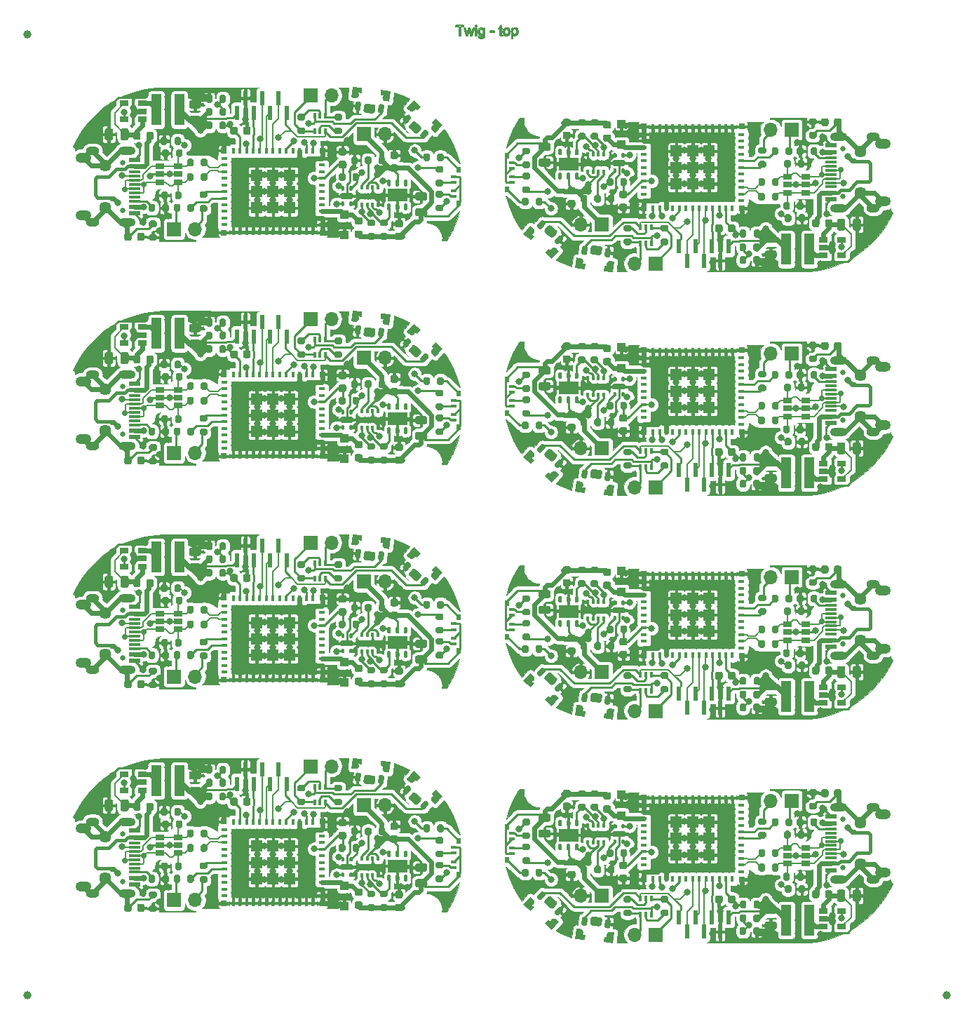
<source format=gtl>
%MOIN*%
%OFA0B0*%
%FSLAX46Y46*%
%IPPOS*%
%LPD*%
%ADD10C,0.0039370078740157488*%
%ADD11O,0.066929133858267723X0.066929133858267723*%
%ADD12R,0.066929133858267723X0.066929133858267723*%
%ADD13R,0.023622047244094488X0.068897637795275593*%
%ADD14C,0.057086614173228349*%
%ADD15O,0.074803149606299218X0.047244094488188976*%
%ADD16R,0.041732283464566935X0.025590551181102365*%
%ADD17R,0.015748031496062995X0.025590551181102365*%
%ADD18R,0.03937007874015748X0.03937007874015748*%
%ADD19R,0.094488188976377951X0.059055118110236227*%
%ADD20R,0.024803149606299216X0.02598425196850394*%
%ADD21R,0.031496062992125991X0.015748031496062995*%
%ADD22R,0.047244094488188976X0.1456692913385827*%
%ADD23R,0.013779527559055118X0.01968503937007874*%
%ADD24R,0.057086614173228349X0.057086614173228349*%
%ADD25R,0.027559055118110236X0.027559055118110236*%
%ADD26R,0.015748031496062995X0.031496062992125991*%
%ADD27O,0.062992125984251982X0.03937007874015748*%
%ADD28C,0.025590551181102365*%
%ADD29O,0.082677165354330714X0.03937007874015748*%
%ADD30R,0.057086614173228349X0.011811023622047244*%
%ADD31R,0.057086614173228349X0.023622047244094488*%
%ADD32C,0.031496062992125991*%
%ADD33C,0.027559055118110236*%
%ADD34C,0.023622047244094488*%
%ADD35C,0.00984251968503937*%
%ADD36C,0.0078740157480314977*%
%ADD37C,0.006000000000000001*%
%ADD38C,0.015748031496062995*%
%ADD39C,0.0039370078740157488*%
%ADD50C,0.0039370078740157488*%
%ADD51O,0.066929133858267723X0.066929133858267723*%
%ADD52R,0.066929133858267723X0.066929133858267723*%
%ADD53R,0.023622047244094488X0.068897637795275593*%
%ADD54C,0.057086614173228349*%
%ADD55O,0.074803149606299218X0.047244094488188976*%
%ADD56R,0.041732283464566935X0.025590551181102365*%
%ADD57R,0.015748031496062995X0.025590551181102365*%
%ADD58R,0.03937007874015748X0.03937007874015748*%
%ADD59R,0.094488188976377951X0.059055118110236227*%
%ADD60R,0.024803149606299216X0.02598425196850394*%
%ADD61R,0.031496062992125991X0.015748031496062995*%
%ADD62R,0.047244094488188976X0.1456692913385827*%
%ADD63R,0.013779527559055118X0.01968503937007874*%
%ADD64R,0.057086614173228349X0.057086614173228349*%
%ADD65R,0.027559055118110236X0.027559055118110236*%
%ADD66R,0.015748031496062995X0.031496062992125991*%
%ADD67O,0.062992125984251982X0.03937007874015748*%
%ADD68C,0.025590551181102365*%
%ADD69O,0.082677165354330714X0.03937007874015748*%
%ADD70R,0.057086614173228349X0.011811023622047244*%
%ADD71R,0.057086614173228349X0.023622047244094488*%
%ADD72C,0.031496062992125991*%
%ADD73C,0.027559055118110236*%
%ADD74C,0.023622047244094488*%
%ADD75C,0.00984251968503937*%
%ADD76C,0.0078740157480314977*%
%ADD77C,0.006000000000000001*%
%ADD78C,0.015748031496062995*%
%ADD79C,0.0039370078740157488*%
%ADD80C,0.0039370078740157488*%
%ADD81O,0.066929133858267723X0.066929133858267723*%
%ADD82R,0.066929133858267723X0.066929133858267723*%
%ADD83R,0.023622047244094488X0.068897637795275593*%
%ADD84C,0.057086614173228349*%
%ADD85O,0.074803149606299218X0.047244094488188976*%
%ADD86R,0.041732283464566935X0.025590551181102365*%
%ADD87R,0.015748031496062995X0.025590551181102365*%
%ADD88R,0.03937007874015748X0.03937007874015748*%
%ADD89R,0.094488188976377951X0.059055118110236227*%
%ADD90R,0.024803149606299216X0.02598425196850394*%
%ADD91R,0.031496062992125991X0.015748031496062995*%
%ADD92R,0.047244094488188976X0.1456692913385827*%
%ADD93R,0.013779527559055118X0.01968503937007874*%
%ADD94R,0.057086614173228349X0.057086614173228349*%
%ADD95R,0.027559055118110236X0.027559055118110236*%
%ADD96R,0.015748031496062995X0.031496062992125991*%
%ADD97O,0.062992125984251982X0.03937007874015748*%
%ADD98C,0.025590551181102365*%
%ADD99O,0.082677165354330714X0.03937007874015748*%
%ADD100R,0.057086614173228349X0.011811023622047244*%
%ADD101R,0.057086614173228349X0.023622047244094488*%
%ADD102C,0.031496062992125991*%
%ADD103C,0.027559055118110236*%
%ADD104C,0.023622047244094488*%
%ADD105C,0.00984251968503937*%
%ADD106C,0.0078740157480314977*%
%ADD107C,0.006000000000000001*%
%ADD108C,0.015748031496062995*%
%ADD109C,0.0039370078740157488*%
%ADD110C,0.0039370078740157488*%
%ADD111O,0.066929133858267723X0.066929133858267723*%
%ADD112R,0.066929133858267723X0.066929133858267723*%
%ADD113R,0.023622047244094488X0.068897637795275593*%
%ADD114C,0.057086614173228349*%
%ADD115O,0.074803149606299218X0.047244094488188976*%
%ADD116R,0.041732283464566935X0.025590551181102365*%
%ADD117R,0.015748031496062995X0.025590551181102365*%
%ADD118R,0.03937007874015748X0.03937007874015748*%
%ADD119R,0.094488188976377951X0.059055118110236227*%
%ADD120R,0.024803149606299216X0.02598425196850394*%
%ADD121R,0.031496062992125991X0.015748031496062995*%
%ADD122R,0.047244094488188976X0.1456692913385827*%
%ADD123R,0.013779527559055118X0.01968503937007874*%
%ADD124R,0.057086614173228349X0.057086614173228349*%
%ADD125R,0.027559055118110236X0.027559055118110236*%
%ADD126R,0.015748031496062995X0.031496062992125991*%
%ADD127O,0.062992125984251982X0.03937007874015748*%
%ADD128C,0.025590551181102365*%
%ADD129O,0.082677165354330714X0.03937007874015748*%
%ADD130R,0.057086614173228349X0.011811023622047244*%
%ADD131R,0.057086614173228349X0.023622047244094488*%
%ADD132C,0.031496062992125991*%
%ADD133C,0.027559055118110236*%
%ADD134C,0.023622047244094488*%
%ADD135C,0.00984251968503937*%
%ADD136C,0.0078740157480314977*%
%ADD137C,0.006000000000000001*%
%ADD138C,0.015748031496062995*%
%ADD139C,0.0039370078740157488*%
%ADD140C,0.0039370078740157488*%
%ADD141O,0.066929133858267723X0.066929133858267723*%
%ADD142R,0.066929133858267723X0.066929133858267723*%
%ADD143R,0.023622047244094488X0.068897637795275593*%
%ADD144C,0.057086614173228349*%
%ADD145O,0.074803149606299218X0.047244094488188976*%
%ADD146R,0.041732283464566935X0.025590551181102365*%
%ADD147R,0.015748031496062995X0.025590551181102365*%
%ADD148R,0.03937007874015748X0.03937007874015748*%
%ADD149R,0.094488188976377951X0.059055118110236227*%
%ADD150R,0.024803149606299216X0.02598425196850394*%
%ADD151R,0.031496062992125991X0.015748031496062995*%
%ADD152R,0.047244094488188976X0.1456692913385827*%
%ADD153R,0.013779527559055118X0.01968503937007874*%
%ADD154R,0.057086614173228349X0.057086614173228349*%
%ADD155R,0.027559055118110236X0.027559055118110236*%
%ADD156R,0.015748031496062995X0.031496062992125991*%
%ADD157O,0.062992125984251982X0.03937007874015748*%
%ADD158C,0.025590551181102365*%
%ADD159O,0.082677165354330714X0.03937007874015748*%
%ADD160R,0.057086614173228349X0.011811023622047244*%
%ADD161R,0.057086614173228349X0.023622047244094488*%
%ADD162C,0.031496062992125991*%
%ADD163C,0.027559055118110236*%
%ADD164C,0.023622047244094488*%
%ADD165C,0.00984251968503937*%
%ADD166C,0.0078740157480314977*%
%ADD167C,0.006000000000000001*%
%ADD168C,0.015748031496062995*%
%ADD169C,0.0039370078740157488*%
%ADD170C,0.0039370078740157488*%
%ADD171O,0.066929133858267723X0.066929133858267723*%
%ADD172R,0.066929133858267723X0.066929133858267723*%
%ADD173R,0.023622047244094488X0.068897637795275593*%
%ADD174C,0.057086614173228349*%
%ADD175O,0.074803149606299218X0.047244094488188976*%
%ADD176R,0.041732283464566935X0.025590551181102365*%
%ADD177R,0.015748031496062995X0.025590551181102365*%
%ADD178R,0.03937007874015748X0.03937007874015748*%
%ADD179R,0.094488188976377951X0.059055118110236227*%
%ADD180R,0.024803149606299216X0.02598425196850394*%
%ADD181R,0.031496062992125991X0.015748031496062995*%
%ADD182R,0.047244094488188976X0.1456692913385827*%
%ADD183R,0.013779527559055118X0.01968503937007874*%
%ADD184R,0.057086614173228349X0.057086614173228349*%
%ADD185R,0.027559055118110236X0.027559055118110236*%
%ADD186R,0.015748031496062995X0.031496062992125991*%
%ADD187O,0.062992125984251982X0.03937007874015748*%
%ADD188C,0.025590551181102365*%
%ADD189O,0.082677165354330714X0.03937007874015748*%
%ADD190R,0.057086614173228349X0.011811023622047244*%
%ADD191R,0.057086614173228349X0.023622047244094488*%
%ADD192C,0.031496062992125991*%
%ADD193C,0.027559055118110236*%
%ADD194C,0.023622047244094488*%
%ADD195C,0.00984251968503937*%
%ADD196C,0.0078740157480314977*%
%ADD197C,0.006000000000000001*%
%ADD198C,0.015748031496062995*%
%ADD199C,0.0039370078740157488*%
%ADD200C,0.0039370078740157488*%
%ADD201O,0.066929133858267723X0.066929133858267723*%
%ADD202R,0.066929133858267723X0.066929133858267723*%
%ADD203R,0.023622047244094488X0.068897637795275593*%
%ADD204C,0.057086614173228349*%
%ADD205O,0.074803149606299218X0.047244094488188976*%
%ADD206R,0.041732283464566935X0.025590551181102365*%
%ADD207R,0.015748031496062995X0.025590551181102365*%
%ADD208R,0.03937007874015748X0.03937007874015748*%
%ADD209R,0.094488188976377951X0.059055118110236227*%
%ADD210R,0.024803149606299216X0.02598425196850394*%
%ADD211R,0.031496062992125991X0.015748031496062995*%
%ADD212R,0.047244094488188976X0.1456692913385827*%
%ADD213R,0.013779527559055118X0.01968503937007874*%
%ADD214R,0.057086614173228349X0.057086614173228349*%
%ADD215R,0.027559055118110236X0.027559055118110236*%
%ADD216R,0.015748031496062995X0.031496062992125991*%
%ADD217O,0.062992125984251982X0.03937007874015748*%
%ADD218C,0.025590551181102365*%
%ADD219O,0.082677165354330714X0.03937007874015748*%
%ADD220R,0.057086614173228349X0.011811023622047244*%
%ADD221R,0.057086614173228349X0.023622047244094488*%
%ADD222C,0.031496062992125991*%
%ADD223C,0.027559055118110236*%
%ADD224C,0.023622047244094488*%
%ADD225C,0.00984251968503937*%
%ADD226C,0.0078740157480314977*%
%ADD227C,0.006000000000000001*%
%ADD228C,0.015748031496062995*%
%ADD229C,0.0039370078740157488*%
%ADD230C,0.0039370078740157488*%
%ADD231O,0.066929133858267723X0.066929133858267723*%
%ADD232R,0.066929133858267723X0.066929133858267723*%
%ADD233R,0.023622047244094488X0.068897637795275593*%
%ADD234C,0.057086614173228349*%
%ADD235O,0.074803149606299218X0.047244094488188976*%
%ADD236R,0.041732283464566935X0.025590551181102365*%
%ADD237R,0.015748031496062995X0.025590551181102365*%
%ADD238R,0.03937007874015748X0.03937007874015748*%
%ADD239R,0.094488188976377951X0.059055118110236227*%
%ADD240R,0.024803149606299216X0.02598425196850394*%
%ADD241R,0.031496062992125991X0.015748031496062995*%
%ADD242R,0.047244094488188976X0.1456692913385827*%
%ADD243R,0.013779527559055118X0.01968503937007874*%
%ADD244R,0.057086614173228349X0.057086614173228349*%
%ADD245R,0.027559055118110236X0.027559055118110236*%
%ADD246R,0.015748031496062995X0.031496062992125991*%
%ADD247O,0.062992125984251982X0.03937007874015748*%
%ADD248C,0.025590551181102365*%
%ADD249O,0.082677165354330714X0.03937007874015748*%
%ADD250R,0.057086614173228349X0.011811023622047244*%
%ADD251R,0.057086614173228349X0.023622047244094488*%
%ADD252C,0.031496062992125991*%
%ADD253C,0.027559055118110236*%
%ADD254C,0.023622047244094488*%
%ADD255C,0.00984251968503937*%
%ADD256C,0.0078740157480314977*%
%ADD257C,0.006000000000000001*%
%ADD258C,0.015748031496062995*%
%ADD259C,0.0039370078740157488*%
%ADD260C,0.03937007874015748*%
%ADD261C,0.0078740157480314977*%
G01*
G36*
G01*
X0000786490Y0000742711D02*
X0000786490Y0000721057D01*
G75*
G02*
X0000778617Y0000713183I-0000007874D01*
G01*
X0000762869Y0000713183D01*
G75*
G02*
X0000754995Y0000721057J0000007874D01*
G01*
X0000754995Y0000742711D01*
G75*
G02*
X0000762869Y0000750585I0000007874D01*
G01*
X0000778617Y0000750585D01*
G75*
G02*
X0000786490Y0000742711J-0000007874D01*
G01*
G37*
G36*
G01*
X0000851451Y0000742711D02*
X0000851451Y0000721057D01*
G75*
G02*
X0000843577Y0000713183I-0000007874D01*
G01*
X0000827829Y0000713183D01*
G75*
G02*
X0000819955Y0000721057J0000007874D01*
G01*
X0000819955Y0000742711D01*
G75*
G02*
X0000827829Y0000750585I0000007874D01*
G01*
X0000843577Y0000750585D01*
G75*
G02*
X0000851451Y0000742711J-0000007874D01*
G01*
G37*
D10*
G36*
X0002057512Y0001027207D02*
G01*
X0002045627Y0001037538D01*
X0002045823Y0001037763D01*
X0002045255Y0001038088D01*
X0002043994Y0001038983D01*
X0002042828Y0001039997D01*
X0002041767Y0001041120D01*
X0002040821Y0001042342D01*
X0002039999Y0001043651D01*
X0002039309Y0001045034D01*
X0002038759Y0001046478D01*
X0002038352Y0001047969D01*
X0002038094Y0001049493D01*
X0002037986Y0001051035D01*
X0002038030Y0001052579D01*
X0002038225Y0001054112D01*
X0002038569Y0001055619D01*
X0002039059Y0001057085D01*
X0002039691Y0001058495D01*
X0002040458Y0001059837D01*
X0002041353Y0001061097D01*
X0002042367Y0001062263D01*
X0002043490Y0001063325D01*
X0002044712Y0001064271D01*
X0002046021Y0001065092D01*
X0002047404Y0001065782D01*
X0002048848Y0001066333D01*
X0002050339Y0001066739D01*
X0002050927Y0001066839D01*
X0002040132Y0001076224D01*
X0002056920Y0001095537D01*
X0002091090Y0001065834D01*
X0002057512Y0001027207D01*
G37*
G36*
X0001971792Y0001135631D02*
G01*
X0001960996Y0001145015D01*
X0001960979Y0001144418D01*
X0001960784Y0001142885D01*
X0001960440Y0001141379D01*
X0001959949Y0001139913D01*
X0001959318Y0001138503D01*
X0001958551Y0001137161D01*
X0001957656Y0001135901D01*
X0001956642Y0001134735D01*
X0001955519Y0001133673D01*
X0001954297Y0001132727D01*
X0001952988Y0001131905D01*
X0001951605Y0001131216D01*
X0001950161Y0001130665D01*
X0001948670Y0001130259D01*
X0001947146Y0001130000D01*
X0001945605Y0001129892D01*
X0001944060Y0001129936D01*
X0001942527Y0001130131D01*
X0001941020Y0001130475D01*
X0001939555Y0001130966D01*
X0001938144Y0001131598D01*
X0001936802Y0001132364D01*
X0001935542Y0001133259D01*
X0001934376Y0001134273D01*
X0001933314Y0001135396D01*
X0001932914Y0001135914D01*
X0001932718Y0001135689D01*
X0001920833Y0001146021D01*
X0001954411Y0001184648D01*
X0001988581Y0001154944D01*
X0001971792Y0001135631D01*
G37*
G36*
G01*
X0001988663Y0001044020D02*
X0001974457Y0001027678D01*
G75*
G02*
X0001959183Y0001026610I-0000008171J0000007103D01*
G01*
X0001933927Y0001048564D01*
G75*
G02*
X0001932859Y0001063839I0000007103J0000008171D01*
G01*
X0001947065Y0001080181D01*
G75*
G02*
X0001962339Y0001081249I0000008171J-0000007103D01*
G01*
X0001987595Y0001059294D01*
G75*
G02*
X0001988663Y0001044020I-0000007103J-0000008171D01*
G01*
G37*
G36*
G01*
X0001943122Y0001096650D02*
X0001923751Y0001074364D01*
G75*
G02*
X0001914031Y0001073685I-0000005199J0000004520D01*
G01*
X0001903631Y0001082725D01*
G75*
G02*
X0001902951Y0001092445I0000004520J0000005199D01*
G01*
X0001922324Y0001114730D01*
G75*
G02*
X0001932043Y0001115409I0000005199J-0000004520D01*
G01*
X0001942443Y0001106369D01*
G75*
G02*
X0001943122Y0001096650I-0000004520J-0000005199D01*
G01*
G37*
G36*
G01*
X0002026319Y0001024328D02*
X0002006947Y0001002043D01*
G75*
G02*
X0001997227Y0001001363I-0000005199J0000004520D01*
G01*
X0001986827Y0001010403D01*
G75*
G02*
X0001986148Y0001020124I0000004520J0000005199D01*
G01*
X0002005520Y0001042408D01*
G75*
G02*
X0002015240Y0001043088I0000005199J-0000004520D01*
G01*
X0002025639Y0001034048D01*
G75*
G02*
X0002026319Y0001024328I-0000004520J-0000005199D01*
G01*
G37*
D11*
X0001817623Y0001022284D03*
D12*
X0001717623Y0001022284D03*
D13*
X0001115157Y0001124015D03*
X0001193897Y0001124015D03*
X0001272637Y0001124015D03*
X0001351377Y0001124015D03*
X0001154527Y0001192913D03*
X0001233267Y0001192913D03*
X0001312007Y0001192913D03*
G36*
G01*
X0000997046Y0001074803D02*
X0000997046Y0001053149D01*
G75*
G02*
X0000989173Y0001045275I-0000007874D01*
G01*
X0000973424Y0001045275D01*
G75*
G02*
X0000965551Y0001053149J0000007874D01*
G01*
X0000965551Y0001074803D01*
G75*
G02*
X0000973424Y0001082677I0000007874D01*
G01*
X0000989173Y0001082677D01*
G75*
G02*
X0000997046Y0001074803J-0000007874D01*
G01*
G37*
G36*
G01*
X0001062007Y0001074803D02*
X0001062007Y0001053149D01*
G75*
G02*
X0001054133Y0001045275I-0000007874D01*
G01*
X0001038385Y0001045275D01*
G75*
G02*
X0001030511Y0001053149J0000007874D01*
G01*
X0001030511Y0001074803D01*
G75*
G02*
X0001038385Y0001082677I0000007874D01*
G01*
X0001054133Y0001082677D01*
G75*
G02*
X0001062007Y0001074803J-0000007874D01*
G01*
G37*
G36*
G01*
X0001894685Y0000579724D02*
X0001875000Y0000579724D01*
G75*
G02*
X0001866141Y0000588582J0000008858D01*
G01*
X0001866141Y0000606299D01*
G75*
G02*
X0001875000Y0000615157I0000008858D01*
G01*
X0001894685Y0000615157D01*
G75*
G02*
X0001903543Y0000606299J-0000008858D01*
G01*
X0001903543Y0000588582D01*
G75*
G02*
X0001894685Y0000579724I-0000008858D01*
G01*
G37*
G36*
G01*
X0001894685Y0000518700D02*
X0001875000Y0000518700D01*
G75*
G02*
X0001866141Y0000527559J0000008858D01*
G01*
X0001866141Y0000545275D01*
G75*
G02*
X0001875000Y0000554133I0000008858D01*
G01*
X0001894685Y0000554133D01*
G75*
G02*
X0001903543Y0000545275J-0000008858D01*
G01*
X0001903543Y0000527559D01*
G75*
G02*
X0001894685Y0000518700I-0000008858D01*
G01*
G37*
D14*
X0000489665Y0000675196D03*
X0000489665Y0000872047D03*
D15*
X0000383366Y0000635826D03*
X0000383366Y0000911417D03*
G36*
G01*
X0002088582Y0000721456D02*
X0002066929Y0000721456D01*
G75*
G02*
X0002059055Y0000729330J0000007874D01*
G01*
X0002059055Y0000745078D01*
G75*
G02*
X0002066929Y0000752952I0000007874D01*
G01*
X0002088582Y0000752952D01*
G75*
G02*
X0002096456Y0000745078J-0000007874D01*
G01*
X0002096456Y0000729330D01*
G75*
G02*
X0002088582Y0000721456I-0000007874D01*
G01*
G37*
G36*
G01*
X0002088582Y0000656496D02*
X0002066929Y0000656496D01*
G75*
G02*
X0002059055Y0000664370J0000007874D01*
G01*
X0002059055Y0000680118D01*
G75*
G02*
X0002066929Y0000687992I0000007874D01*
G01*
X0002088582Y0000687992D01*
G75*
G02*
X0002096456Y0000680118J-0000007874D01*
G01*
X0002096456Y0000664370D01*
G75*
G02*
X0002088582Y0000656496I-0000007874D01*
G01*
G37*
G36*
G01*
X0001801692Y0000551889D02*
X0001823346Y0000551889D01*
G75*
G02*
X0001831220Y0000544015J-0000007874D01*
G01*
X0001831220Y0000528267D01*
G75*
G02*
X0001823346Y0000520393I-0000007874D01*
G01*
X0001801692Y0000520393D01*
G75*
G02*
X0001793818Y0000528267J0000007874D01*
G01*
X0001793818Y0000544015D01*
G75*
G02*
X0001801692Y0000551889I0000007874D01*
G01*
G37*
G36*
G01*
X0001801692Y0000616850D02*
X0001823346Y0000616850D01*
G75*
G02*
X0001831220Y0000608976J-0000007874D01*
G01*
X0001831220Y0000593228D01*
G75*
G02*
X0001823346Y0000585354I-0000007874D01*
G01*
X0001801692Y0000585354D01*
G75*
G02*
X0001793818Y0000593228J0000007874D01*
G01*
X0001793818Y0000608976D01*
G75*
G02*
X0001801692Y0000616850I0000007874D01*
G01*
G37*
G36*
G01*
X0001606299Y0000895669D02*
X0001625984Y0000895669D01*
G75*
G02*
X0001634842Y0000886811J-0000008858D01*
G01*
X0001634842Y0000869094D01*
G75*
G02*
X0001625984Y0000860236I-0000008858D01*
G01*
X0001606299Y0000860236D01*
G75*
G02*
X0001597440Y0000869094J0000008858D01*
G01*
X0001597440Y0000886811D01*
G75*
G02*
X0001606299Y0000895669I0000008858D01*
G01*
G37*
G36*
G01*
X0001606299Y0000956692D02*
X0001625984Y0000956692D01*
G75*
G02*
X0001634842Y0000947834J-0000008858D01*
G01*
X0001634842Y0000930118D01*
G75*
G02*
X0001625984Y0000921259I-0000008858D01*
G01*
X0001606299Y0000921259D01*
G75*
G02*
X0001597440Y0000930118J0000008858D01*
G01*
X0001597440Y0000947834D01*
G75*
G02*
X0001606299Y0000956692I0000008858D01*
G01*
G37*
G36*
G01*
X0000942455Y0000877557D02*
X0000942455Y0000899211D01*
G75*
G02*
X0000950329Y0000907085I0000007874D01*
G01*
X0000966077Y0000907085D01*
G75*
G02*
X0000973951Y0000899211J-0000007874D01*
G01*
X0000973951Y0000877557D01*
G75*
G02*
X0000966077Y0000869683I-0000007874D01*
G01*
X0000950329Y0000869683D01*
G75*
G02*
X0000942455Y0000877557J0000007874D01*
G01*
G37*
G36*
G01*
X0000877494Y0000877557D02*
X0000877494Y0000899211D01*
G75*
G02*
X0000885369Y0000907085I0000007874D01*
G01*
X0000901117Y0000907085D01*
G75*
G02*
X0000908991Y0000899211J-0000007874D01*
G01*
X0000908991Y0000877557D01*
G75*
G02*
X0000901117Y0000869683I-0000007874D01*
G01*
X0000885369Y0000869683D01*
G75*
G02*
X0000877494Y0000877557J0000007874D01*
G01*
G37*
G36*
G01*
X0002066929Y0000806102D02*
X0002088582Y0000806102D01*
G75*
G02*
X0002096456Y0000798228J-0000007874D01*
G01*
X0002096456Y0000782480D01*
G75*
G02*
X0002088582Y0000774606I-0000007874D01*
G01*
X0002066929Y0000774606D01*
G75*
G02*
X0002059055Y0000782480J0000007874D01*
G01*
X0002059055Y0000798228D01*
G75*
G02*
X0002066929Y0000806102I0000007874D01*
G01*
G37*
G36*
G01*
X0002066929Y0000871062D02*
X0002088582Y0000871062D01*
G75*
G02*
X0002096456Y0000863188J-0000007874D01*
G01*
X0002096456Y0000847440D01*
G75*
G02*
X0002088582Y0000839566I-0000007874D01*
G01*
X0002066929Y0000839566D01*
G75*
G02*
X0002059055Y0000847440J0000007874D01*
G01*
X0002059055Y0000863188D01*
G75*
G02*
X0002066929Y0000871062I0000007874D01*
G01*
G37*
G36*
G01*
X0000944576Y0000685323D02*
X0000966229Y0000685323D01*
G75*
G02*
X0000974103Y0000677449J-0000007874D01*
G01*
X0000974103Y0000661701D01*
G75*
G02*
X0000966229Y0000653827I-0000007874D01*
G01*
X0000944576Y0000653827D01*
G75*
G02*
X0000936701Y0000661701J0000007874D01*
G01*
X0000936701Y0000677449D01*
G75*
G02*
X0000944576Y0000685323I0000007874D01*
G01*
G37*
G36*
G01*
X0000944576Y0000750284D02*
X0000966229Y0000750284D01*
G75*
G02*
X0000974103Y0000742410J-0000007874D01*
G01*
X0000974103Y0000726662D01*
G75*
G02*
X0000966229Y0000718788I-0000007874D01*
G01*
X0000944576Y0000718788D01*
G75*
G02*
X0000936701Y0000726662J0000007874D01*
G01*
X0000936701Y0000742410D01*
G75*
G02*
X0000944576Y0000750284I0000007874D01*
G01*
G37*
G36*
G01*
X0000824155Y0000921157D02*
X0000824155Y0000942811D01*
G75*
G02*
X0000832029Y0000950685I0000007874D01*
G01*
X0000847777Y0000950685D01*
G75*
G02*
X0000855651Y0000942811J-0000007874D01*
G01*
X0000855651Y0000921157D01*
G75*
G02*
X0000847777Y0000913283I-0000007874D01*
G01*
X0000832029Y0000913283D01*
G75*
G02*
X0000824155Y0000921157J0000007874D01*
G01*
G37*
G36*
G01*
X0000759194Y0000921157D02*
X0000759194Y0000942811D01*
G75*
G02*
X0000767069Y0000950685I0000007874D01*
G01*
X0000782816Y0000950685D01*
G75*
G02*
X0000790691Y0000942811J-0000007874D01*
G01*
X0000790691Y0000921157D01*
G75*
G02*
X0000782816Y0000913283I-0000007874D01*
G01*
X0000767069Y0000913283D01*
G75*
G02*
X0000759194Y0000921157J0000007874D01*
G01*
G37*
G36*
G01*
X0001431101Y0001087598D02*
X0001409448Y0001087598D01*
G75*
G02*
X0001401574Y0001095472J0000007874D01*
G01*
X0001401574Y0001111220D01*
G75*
G02*
X0001409448Y0001119094I0000007874D01*
G01*
X0001431101Y0001119094D01*
G75*
G02*
X0001438976Y0001111220J-0000007874D01*
G01*
X0001438976Y0001095472D01*
G75*
G02*
X0001431101Y0001087598I-0000007874D01*
G01*
G37*
G36*
G01*
X0001431101Y0001022637D02*
X0001409448Y0001022637D01*
G75*
G02*
X0001401574Y0001030511J0000007874D01*
G01*
X0001401574Y0001046259D01*
G75*
G02*
X0001409448Y0001054133I0000007874D01*
G01*
X0001431101Y0001054133D01*
G75*
G02*
X0001438976Y0001046259J-0000007874D01*
G01*
X0001438976Y0001030511D01*
G75*
G02*
X0001431101Y0001022637I-0000007874D01*
G01*
G37*
G36*
G01*
X0001663385Y0000808070D02*
X0001663385Y0000829724D01*
G75*
G02*
X0001671259Y0000837598I0000007874D01*
G01*
X0001687007Y0000837598D01*
G75*
G02*
X0001694881Y0000829724J-0000007874D01*
G01*
X0001694881Y0000808070D01*
G75*
G02*
X0001687007Y0000800196I-0000007874D01*
G01*
X0001671259Y0000800196D01*
G75*
G02*
X0001663385Y0000808070J0000007874D01*
G01*
G37*
G36*
G01*
X0001598424Y0000808070D02*
X0001598424Y0000829724D01*
G75*
G02*
X0001606299Y0000837598I0000007874D01*
G01*
X0001622046Y0000837598D01*
G75*
G02*
X0001629921Y0000829724J-0000007874D01*
G01*
X0001629921Y0000808070D01*
G75*
G02*
X0001622046Y0000800196I-0000007874D01*
G01*
X0001606299Y0000800196D01*
G75*
G02*
X0001598424Y0000808070J0000007874D01*
G01*
G37*
D16*
X0000577716Y0001094082D03*
X0000577716Y0001168885D03*
X0000664330Y0001168885D03*
X0000664330Y0001131484D03*
X0000664330Y0001094082D03*
G36*
G01*
X0002008858Y0000706692D02*
X0001971456Y0000706692D01*
G75*
G02*
X0001961614Y0000716535J0000009842D01*
G01*
X0001961614Y0000736220D01*
G75*
G02*
X0001971456Y0000746062I0000009842D01*
G01*
X0002008858Y0000746062D01*
G75*
G02*
X0002018700Y0000736220J-0000009842D01*
G01*
X0002018700Y0000716535D01*
G75*
G02*
X0002008858Y0000706692I-0000009842D01*
G01*
G37*
G36*
G01*
X0002008858Y0000631889D02*
X0001971456Y0000631889D01*
G75*
G02*
X0001961614Y0000641732J0000009842D01*
G01*
X0001961614Y0000661417D01*
G75*
G02*
X0001971456Y0000671259I0000009842D01*
G01*
X0002008858Y0000671259D01*
G75*
G02*
X0002018700Y0000661417J-0000009842D01*
G01*
X0002018700Y0000641732D01*
G75*
G02*
X0002008858Y0000631889I-0000009842D01*
G01*
G37*
D17*
X0001534448Y0001035433D03*
X0001483267Y0001035433D03*
X0001508857Y0001110236D03*
X0001508857Y0001035433D03*
X0001483267Y0001110236D03*
X0001534448Y0001110236D03*
D18*
X0001625000Y0000542322D03*
X0001625000Y0000640748D03*
D19*
X0001876771Y0000733622D03*
G36*
G01*
X0001841338Y0000774960D02*
X0001833464Y0000774960D01*
G75*
G02*
X0001829527Y0000778897J0000003937D01*
G01*
X0001829527Y0000802519D01*
G75*
G02*
X0001833464Y0000806456I0000003937D01*
G01*
X0001841338Y0000806456D01*
G75*
G02*
X0001845275Y0000802519J-0000003937D01*
G01*
X0001845275Y0000778897D01*
G75*
G02*
X0001841338Y0000774960I-0000003937D01*
G01*
G37*
G36*
G01*
X0001880708Y0000774960D02*
X0001872834Y0000774960D01*
G75*
G02*
X0001868897Y0000778897J0000003937D01*
G01*
X0001868897Y0000802519D01*
G75*
G02*
X0001872834Y0000806456I0000003937D01*
G01*
X0001880708Y0000806456D01*
G75*
G02*
X0001884645Y0000802519J-0000003937D01*
G01*
X0001884645Y0000778897D01*
G75*
G02*
X0001880708Y0000774960I-0000003937D01*
G01*
G37*
G36*
G01*
X0001920078Y0000774960D02*
X0001912204Y0000774960D01*
G75*
G02*
X0001908267Y0000778897J0000003937D01*
G01*
X0001908267Y0000802519D01*
G75*
G02*
X0001912204Y0000806456I0000003937D01*
G01*
X0001920078Y0000806456D01*
G75*
G02*
X0001924015Y0000802519J-0000003937D01*
G01*
X0001924015Y0000778897D01*
G75*
G02*
X0001920078Y0000774960I-0000003937D01*
G01*
G37*
G36*
G01*
X0001920078Y0000660787D02*
X0001912204Y0000660787D01*
G75*
G02*
X0001908267Y0000664724J0000003937D01*
G01*
X0001908267Y0000688346D01*
G75*
G02*
X0001912204Y0000692283I0000003937D01*
G01*
X0001920078Y0000692283D01*
G75*
G02*
X0001924015Y0000688346J-0000003937D01*
G01*
X0001924015Y0000664724D01*
G75*
G02*
X0001920078Y0000660787I-0000003937D01*
G01*
G37*
G36*
G01*
X0001880708Y0000660787D02*
X0001872834Y0000660787D01*
G75*
G02*
X0001868897Y0000664724J0000003937D01*
G01*
X0001868897Y0000688346D01*
G75*
G02*
X0001872834Y0000692283I0000003937D01*
G01*
X0001880708Y0000692283D01*
G75*
G02*
X0001884645Y0000688346J-0000003937D01*
G01*
X0001884645Y0000664724D01*
G75*
G02*
X0001880708Y0000660787I-0000003937D01*
G01*
G37*
G36*
G01*
X0001841338Y0000660787D02*
X0001833464Y0000660787D01*
G75*
G02*
X0001829527Y0000664724J0000003937D01*
G01*
X0001829527Y0000688346D01*
G75*
G02*
X0001833464Y0000692283I0000003937D01*
G01*
X0001841338Y0000692283D01*
G75*
G02*
X0001845275Y0000688346J-0000003937D01*
G01*
X0001845275Y0000664724D01*
G75*
G02*
X0001841338Y0000660787I-0000003937D01*
G01*
G37*
D20*
X0002169291Y0000853149D03*
D21*
X0002146259Y0000821259D03*
X0002146259Y0000794488D03*
X0002146259Y0000752755D03*
X0002146259Y0000725984D03*
D20*
X0002169291Y0000694094D03*
G36*
G01*
X0000942155Y0000808057D02*
X0000942155Y0000829711D01*
G75*
G02*
X0000950029Y0000837585I0000007874D01*
G01*
X0000965777Y0000837585D01*
G75*
G02*
X0000973651Y0000829711J-0000007874D01*
G01*
X0000973651Y0000808057D01*
G75*
G02*
X0000965777Y0000800183I-0000007874D01*
G01*
X0000950029Y0000800183D01*
G75*
G02*
X0000942155Y0000808057J0000007874D01*
G01*
G37*
G36*
G01*
X0000877194Y0000808057D02*
X0000877194Y0000829711D01*
G75*
G02*
X0000885069Y0000837585I0000007874D01*
G01*
X0000900817Y0000837585D01*
G75*
G02*
X0000908691Y0000829711J-0000007874D01*
G01*
X0000908691Y0000808057D01*
G75*
G02*
X0000900817Y0000800183I-0000007874D01*
G01*
X0000885069Y0000800183D01*
G75*
G02*
X0000877194Y0000808057J0000007874D01*
G01*
G37*
G36*
G01*
X0000933924Y0001144300D02*
X0000896522Y0001144300D01*
G75*
G02*
X0000886680Y0001154143J0000009842D01*
G01*
X0000886680Y0001173828D01*
G75*
G02*
X0000896522Y0001183670I0000009842D01*
G01*
X0000933924Y0001183670D01*
G75*
G02*
X0000943766Y0001173828J-0000009842D01*
G01*
X0000943766Y0001154143D01*
G75*
G02*
X0000933924Y0001144300I-0000009842D01*
G01*
G37*
G36*
G01*
X0000933924Y0001069497D02*
X0000896522Y0001069497D01*
G75*
G02*
X0000886680Y0001079340J0000009842D01*
G01*
X0000886680Y0001099025D01*
G75*
G02*
X0000896522Y0001108867I0000009842D01*
G01*
X0000933924Y0001108867D01*
G75*
G02*
X0000943766Y0001099025J-0000009842D01*
G01*
X0000943766Y0001079340D01*
G75*
G02*
X0000933924Y0001069497I-0000009842D01*
G01*
G37*
G36*
G01*
X0000845166Y0000683355D02*
X0000845166Y0000661701D01*
G75*
G02*
X0000837292Y0000653827I-0000007874D01*
G01*
X0000821544Y0000653827D01*
G75*
G02*
X0000813670Y0000661701J0000007874D01*
G01*
X0000813670Y0000683355D01*
G75*
G02*
X0000821544Y0000691229I0000007874D01*
G01*
X0000837292Y0000691229D01*
G75*
G02*
X0000845166Y0000683355J-0000007874D01*
G01*
G37*
G36*
G01*
X0000910127Y0000683355D02*
X0000910127Y0000661701D01*
G75*
G02*
X0000902253Y0000653827I-0000007874D01*
G01*
X0000886505Y0000653827D01*
G75*
G02*
X0000878631Y0000661701J0000007874D01*
G01*
X0000878631Y0000683355D01*
G75*
G02*
X0000886505Y0000691229I0000007874D01*
G01*
X0000902253Y0000691229D01*
G75*
G02*
X0000910127Y0000683355J-0000007874D01*
G01*
G37*
G36*
G01*
X0001031495Y0001179133D02*
X0001031495Y0001200787D01*
G75*
G02*
X0001039370Y0001208661I0000007874D01*
G01*
X0001055118Y0001208661D01*
G75*
G02*
X0001062992Y0001200787J-0000007874D01*
G01*
X0001062992Y0001179133D01*
G75*
G02*
X0001055118Y0001171259I-0000007874D01*
G01*
X0001039370Y0001171259D01*
G75*
G02*
X0001031495Y0001179133J0000007874D01*
G01*
G37*
G36*
G01*
X0000966535Y0001179133D02*
X0000966535Y0001200787D01*
G75*
G02*
X0000974409Y0001208661I0000007874D01*
G01*
X0000990157Y0001208661D01*
G75*
G02*
X0000998031Y0001200787J-0000007874D01*
G01*
X0000998031Y0001179133D01*
G75*
G02*
X0000990157Y0001171259I-0000007874D01*
G01*
X0000974409Y0001171259D01*
G75*
G02*
X0000966535Y0001179133J0000007874D01*
G01*
G37*
G36*
G01*
X0001871966Y0000904379D02*
X0001852281Y0000904379D01*
G75*
G02*
X0001843422Y0000913237J0000008858D01*
G01*
X0001843422Y0000930954D01*
G75*
G02*
X0001852281Y0000939812I0000008858D01*
G01*
X0001871966Y0000939812D01*
G75*
G02*
X0001880824Y0000930954J-0000008858D01*
G01*
X0001880824Y0000913237D01*
G75*
G02*
X0001871966Y0000904379I-0000008858D01*
G01*
G37*
G36*
G01*
X0001871966Y0000843355D02*
X0001852281Y0000843355D01*
G75*
G02*
X0001843422Y0000852214J0000008858D01*
G01*
X0001843422Y0000869930D01*
G75*
G02*
X0001852281Y0000878788I0000008858D01*
G01*
X0001871966Y0000878788D01*
G75*
G02*
X0001880824Y0000869930J-0000008858D01*
G01*
X0001880824Y0000852214D01*
G75*
G02*
X0001871966Y0000843355I-0000008858D01*
G01*
G37*
G36*
G01*
X0001741692Y0000551889D02*
X0001763346Y0000551889D01*
G75*
G02*
X0001771220Y0000544015J-0000007874D01*
G01*
X0001771220Y0000528267D01*
G75*
G02*
X0001763346Y0000520393I-0000007874D01*
G01*
X0001741692Y0000520393D01*
G75*
G02*
X0001733818Y0000528267J0000007874D01*
G01*
X0001733818Y0000544015D01*
G75*
G02*
X0001741692Y0000551889I0000007874D01*
G01*
G37*
G36*
G01*
X0001741692Y0000616850D02*
X0001763346Y0000616850D01*
G75*
G02*
X0001771220Y0000608976J-0000007874D01*
G01*
X0001771220Y0000593228D01*
G75*
G02*
X0001763346Y0000585354I-0000007874D01*
G01*
X0001741692Y0000585354D01*
G75*
G02*
X0001733818Y0000593228J0000007874D01*
G01*
X0001733818Y0000608976D01*
G75*
G02*
X0001741692Y0000616850I0000007874D01*
G01*
G37*
G36*
G01*
X0002065944Y0000901574D02*
X0002065944Y0000923228D01*
G75*
G02*
X0002073818Y0000931102I0000007874D01*
G01*
X0002089566Y0000931102D01*
G75*
G02*
X0002097440Y0000923228J-0000007874D01*
G01*
X0002097440Y0000901574D01*
G75*
G02*
X0002089566Y0000893700I-0000007874D01*
G01*
X0002073818Y0000893700D01*
G75*
G02*
X0002065944Y0000901574J0000007874D01*
G01*
G37*
G36*
G01*
X0002000984Y0000901574D02*
X0002000984Y0000923228D01*
G75*
G02*
X0002008858Y0000931102I0000007874D01*
G01*
X0002024606Y0000931102D01*
G75*
G02*
X0002032480Y0000923228J-0000007874D01*
G01*
X0002032480Y0000901574D01*
G75*
G02*
X0002024606Y0000893700I-0000007874D01*
G01*
X0002008858Y0000893700D01*
G75*
G02*
X0002000984Y0000901574J0000007874D01*
G01*
G37*
G36*
G01*
X0000525307Y0001040285D02*
X0000525307Y0001002883D01*
G75*
G02*
X0000515464Y0000993040I-0000009842D01*
G01*
X0000495779Y0000993040D01*
G75*
G02*
X0000485937Y0001002883J0000009842D01*
G01*
X0000485937Y0001040285D01*
G75*
G02*
X0000495779Y0001050127I0000009842D01*
G01*
X0000515464Y0001050127D01*
G75*
G02*
X0000525307Y0001040285J-0000009842D01*
G01*
G37*
G36*
G01*
X0000600109Y0001040285D02*
X0000600109Y0001002883D01*
G75*
G02*
X0000590267Y0000993040I-0000009842D01*
G01*
X0000570582Y0000993040D01*
G75*
G02*
X0000560739Y0001002883J0000009842D01*
G01*
X0000560739Y0001040285D01*
G75*
G02*
X0000570582Y0001050127I0000009842D01*
G01*
X0000590267Y0001050127D01*
G75*
G02*
X0000600109Y0001040285J-0000009842D01*
G01*
G37*
G36*
G01*
X0000998031Y0001139763D02*
X0000998031Y0001118110D01*
G75*
G02*
X0000990157Y0001110236I-0000007874D01*
G01*
X0000974409Y0001110236D01*
G75*
G02*
X0000966535Y0001118110J0000007874D01*
G01*
X0000966535Y0001139763D01*
G75*
G02*
X0000974409Y0001147637I0000007874D01*
G01*
X0000990157Y0001147637D01*
G75*
G02*
X0000998031Y0001139763J-0000007874D01*
G01*
G37*
G36*
G01*
X0001062992Y0001139763D02*
X0001062992Y0001118110D01*
G75*
G02*
X0001055118Y0001110236I-0000007874D01*
G01*
X0001039370Y0001110236D01*
G75*
G02*
X0001031495Y0001118110J0000007874D01*
G01*
X0001031495Y0001139763D01*
G75*
G02*
X0001039370Y0001147637I0000007874D01*
G01*
X0001055118Y0001147637D01*
G75*
G02*
X0001062992Y0001139763J-0000007874D01*
G01*
G37*
D22*
X0000841220Y0001138622D03*
X0000730984Y0001138622D03*
D11*
X0000915323Y0000571184D03*
D12*
X0000815323Y0000571184D03*
G36*
G01*
X0001143700Y0001029527D02*
X0001143700Y0001049212D01*
G75*
G02*
X0001152559Y0001058070I0000008858D01*
G01*
X0001170275Y0001058070D01*
G75*
G02*
X0001179133Y0001049212J-0000008858D01*
G01*
X0001179133Y0001029527D01*
G75*
G02*
X0001170275Y0001020669I-0000008858D01*
G01*
X0001152559Y0001020669D01*
G75*
G02*
X0001143700Y0001029527J0000008858D01*
G01*
G37*
G36*
G01*
X0001082677Y0001029527D02*
X0001082677Y0001049212D01*
G75*
G02*
X0001091535Y0001058070I0000008858D01*
G01*
X0001109251Y0001058070D01*
G75*
G02*
X0001118110Y0001049212J-0000008858D01*
G01*
X0001118110Y0001029527D01*
G75*
G02*
X0001109251Y0001020669I-0000008858D01*
G01*
X0001091535Y0001020669D01*
G75*
G02*
X0001082677Y0001029527J0000008858D01*
G01*
G37*
D11*
X0001563582Y0001206692D03*
D12*
X0001463582Y0001206692D03*
G36*
G01*
X0001584645Y0001054133D02*
X0001606299Y0001054133D01*
G75*
G02*
X0001614173Y0001046259J-0000007874D01*
G01*
X0001614173Y0001030511D01*
G75*
G02*
X0001606299Y0001022637I-0000007874D01*
G01*
X0001584645Y0001022637D01*
G75*
G02*
X0001576771Y0001030511J0000007874D01*
G01*
X0001576771Y0001046259D01*
G75*
G02*
X0001584645Y0001054133I0000007874D01*
G01*
G37*
G36*
G01*
X0001584645Y0001119094D02*
X0001606299Y0001119094D01*
G75*
G02*
X0001614173Y0001111220J-0000007874D01*
G01*
X0001614173Y0001095472D01*
G75*
G02*
X0001606299Y0001087598I-0000007874D01*
G01*
X0001584645Y0001087598D01*
G75*
G02*
X0001576771Y0001095472J0000007874D01*
G01*
X0001576771Y0001111220D01*
G75*
G02*
X0001584645Y0001119094I0000007874D01*
G01*
G37*
D23*
X0001708385Y0000768976D03*
X0001733976Y0000768976D03*
X0001759566Y0000768976D03*
X0001785157Y0000768976D03*
X0001785157Y0000688267D03*
X0001759566Y0000688267D03*
X0001733976Y0000688267D03*
X0001708385Y0000688267D03*
G36*
G01*
X0001703001Y0000592519D02*
X0001682824Y0000592519D01*
G75*
G02*
X0001674212Y0000601131J0000008612D01*
G01*
X0001674212Y0000618356D01*
G75*
G02*
X0001682824Y0000626968I0000008612D01*
G01*
X0001703001Y0000626968D01*
G75*
G02*
X0001711613Y0000618356J-0000008612D01*
G01*
X0001711613Y0000601131D01*
G75*
G02*
X0001703001Y0000592519I-0000008612D01*
G01*
G37*
G36*
G01*
X0001703001Y0000530511D02*
X0001682824Y0000530511D01*
G75*
G02*
X0001674212Y0000539124J0000008612D01*
G01*
X0001674212Y0000556348D01*
G75*
G02*
X0001682824Y0000564960I0000008612D01*
G01*
X0001703001Y0000564960D01*
G75*
G02*
X0001711613Y0000556348J-0000008612D01*
G01*
X0001711613Y0000539124D01*
G75*
G02*
X0001703001Y0000530511I-0000008612D01*
G01*
G37*
D16*
X0000747516Y0000832284D03*
X0000747516Y0000794882D03*
X0000747516Y0000869685D03*
X0000834130Y0000869685D03*
X0000834130Y0000832284D03*
X0000834130Y0000794882D03*
G36*
G01*
X0001612165Y0000742401D02*
X0001661377Y0000742401D01*
G75*
G02*
X0001668267Y0000735511J-0000006889D01*
G01*
X0001668267Y0000721732D01*
G75*
G02*
X0001661377Y0000714842I-0000006889D01*
G01*
X0001612165Y0000714842D01*
G75*
G02*
X0001605275Y0000721732J0000006889D01*
G01*
X0001605275Y0000735511D01*
G75*
G02*
X0001612165Y0000742401I0000006889D01*
G01*
G37*
G36*
G01*
X0001653011Y0000703031D02*
X0001659901Y0000703031D01*
G75*
G02*
X0001663346Y0000699586J-0000003444D01*
G01*
X0001663346Y0000684822D01*
G75*
G02*
X0001659901Y0000681377I-0000003444D01*
G01*
X0001653011Y0000681377D01*
G75*
G02*
X0001649566Y0000684822J0000003444D01*
G01*
X0001649566Y0000699586D01*
G75*
G02*
X0001653011Y0000703031I0000003444D01*
G01*
G37*
G36*
G01*
X0001613641Y0000703031D02*
X0001620531Y0000703031D01*
G75*
G02*
X0001623975Y0000699586J-0000003444D01*
G01*
X0001623975Y0000684822D01*
G75*
G02*
X0001620531Y0000681377I-0000003444D01*
G01*
X0001613641Y0000681377D01*
G75*
G02*
X0001610196Y0000684822J0000003444D01*
G01*
X0001610196Y0000699586D01*
G75*
G02*
X0001613641Y0000703031I0000003444D01*
G01*
G37*
G36*
G01*
X0001613641Y0000775866D02*
X0001620531Y0000775866D01*
G75*
G02*
X0001623975Y0000772421J-0000003444D01*
G01*
X0001623975Y0000757657D01*
G75*
G02*
X0001620531Y0000754212I-0000003444D01*
G01*
X0001613641Y0000754212D01*
G75*
G02*
X0001610196Y0000757657J0000003444D01*
G01*
X0001610196Y0000772421D01*
G75*
G02*
X0001613641Y0000775866I0000003444D01*
G01*
G37*
G36*
G01*
X0001653011Y0000775866D02*
X0001659901Y0000775866D01*
G75*
G02*
X0001663346Y0000772421J-0000003444D01*
G01*
X0001663346Y0000757657D01*
G75*
G02*
X0001659901Y0000754212I-0000003444D01*
G01*
X0001653011Y0000754212D01*
G75*
G02*
X0001649566Y0000757657J0000003444D01*
G01*
X0001649566Y0000772421D01*
G75*
G02*
X0001653011Y0000775866I0000003444D01*
G01*
G37*
D10*
G36*
X0001839070Y0001177542D02*
G01*
X0001823409Y0001179188D01*
X0001823440Y0001179485D01*
X0001822788Y0001179425D01*
X0001821242Y0001179435D01*
X0001819705Y0001179597D01*
X0001818192Y0001179908D01*
X0001816716Y0001180366D01*
X0001815292Y0001180967D01*
X0001813934Y0001181705D01*
X0001812655Y0001182572D01*
X0001811466Y0001183560D01*
X0001810381Y0001184660D01*
X0001809408Y0001185861D01*
X0001808558Y0001187151D01*
X0001807838Y0001188519D01*
X0001807256Y0001189951D01*
X0001806817Y0001191432D01*
X0001806526Y0001192950D01*
X0001806385Y0001194489D01*
X0001806394Y0001196035D01*
X0001806556Y0001197571D01*
X0001806868Y0001199085D01*
X0001807326Y0001200561D01*
X0001807927Y0001201985D01*
X0001808664Y0001203343D01*
X0001809531Y0001204622D01*
X0001810519Y0001205811D01*
X0001810944Y0001206230D01*
X0001796718Y0001207725D01*
X0001799393Y0001233175D01*
X0001844420Y0001228443D01*
X0001839070Y0001177542D01*
G37*
G36*
X0001706662Y0001217190D02*
G01*
X0001692437Y0001218686D01*
X0001692765Y0001218187D01*
X0001693485Y0001216820D01*
X0001694066Y0001215388D01*
X0001694505Y0001213906D01*
X0001694797Y0001212388D01*
X0001694938Y0001210850D01*
X0001694928Y0001209304D01*
X0001694767Y0001207767D01*
X0001694455Y0001206253D01*
X0001693997Y0001204777D01*
X0001693396Y0001203353D01*
X0001692659Y0001201995D01*
X0001691792Y0001200716D01*
X0001690803Y0001199528D01*
X0001689703Y0001198442D01*
X0001688503Y0001197470D01*
X0001687212Y0001196619D01*
X0001685844Y0001195900D01*
X0001684412Y0001195318D01*
X0001682931Y0001194879D01*
X0001681413Y0001194587D01*
X0001679874Y0001194446D01*
X0001678329Y0001194456D01*
X0001676792Y0001194618D01*
X0001675278Y0001194929D01*
X0001674653Y0001195123D01*
X0001674622Y0001194826D01*
X0001658960Y0001196473D01*
X0001664310Y0001247373D01*
X0001709338Y0001242641D01*
X0001706662Y0001217190D01*
G37*
G36*
G01*
X0001773028Y0001151824D02*
X0001770765Y0001130289D01*
G75*
G02*
X0001758865Y0001120653I-0000010767J0000001131D01*
G01*
X0001725585Y0001124151D01*
G75*
G02*
X0001715948Y0001136051I0000001131J0000010767D01*
G01*
X0001718212Y0001157586D01*
G75*
G02*
X0001730111Y0001167222I0000010767J-0000001131D01*
G01*
X0001763392Y0001163724D01*
G75*
G02*
X0001773028Y0001151824I-0000001131J-0000010767D01*
G01*
G37*
G36*
G01*
X0001705537Y0001168815D02*
X0001702450Y0001139449D01*
G75*
G02*
X0001694878Y0001133317I-0000006851J0000000720D01*
G01*
X0001681174Y0001134757D01*
G75*
G02*
X0001675042Y0001142329I0000000720J0000006851D01*
G01*
X0001678129Y0001171695D01*
G75*
G02*
X0001685701Y0001177827I0000006851J-0000000720D01*
G01*
X0001699405Y0001176387D01*
G75*
G02*
X0001705537Y0001168815I-0000000720J-0000006851D01*
G01*
G37*
G36*
G01*
X0001815169Y0001157292D02*
X0001812083Y0001127926D01*
G75*
G02*
X0001804511Y0001121794I-0000006851J0000000720D01*
G01*
X0001790807Y0001123235D01*
G75*
G02*
X0001784675Y0001130807I0000000720J0000006851D01*
G01*
X0001787761Y0001160172D01*
G75*
G02*
X0001795333Y0001166304I0000006851J-0000000720D01*
G01*
X0001809037Y0001164864D01*
G75*
G02*
X0001815169Y0001157292I-0000000720J-0000006851D01*
G01*
G37*
D24*
X0001286102Y0000672165D03*
X0001208346Y0000672165D03*
X0001208346Y0000749921D03*
X0001208346Y0000827677D03*
X0001286102Y0000827677D03*
X0001363857Y0000827677D03*
X0001363857Y0000749921D03*
X0001363857Y0000672165D03*
D25*
X0001520353Y0000555039D03*
X0001520353Y0000944803D03*
X0001051850Y0000944803D03*
X0001051850Y0000555039D03*
D24*
X0001286102Y0000749921D03*
D26*
X0001475078Y0000557007D03*
X0001443582Y0000557007D03*
X0001412086Y0000557007D03*
X0001380590Y0000557007D03*
X0001349094Y0000557007D03*
X0001317598Y0000557007D03*
X0001286102Y0000557007D03*
X0001254605Y0000557007D03*
X0001223110Y0000557007D03*
X0001191613Y0000557007D03*
X0001160118Y0000557007D03*
X0001128622Y0000557007D03*
X0001097125Y0000557007D03*
D21*
X0001053818Y0000592440D03*
X0001053818Y0000623937D03*
X0001053818Y0000655433D03*
X0001053818Y0000686929D03*
X0001053818Y0000718425D03*
X0001053818Y0000749921D03*
X0001053818Y0000781417D03*
X0001053818Y0000812913D03*
X0001053818Y0000844409D03*
X0001053818Y0000875905D03*
X0001053818Y0000907401D03*
D26*
X0001097125Y0000942834D03*
X0001128622Y0000942834D03*
X0001160118Y0000942834D03*
X0001191613Y0000942834D03*
X0001223110Y0000942834D03*
X0001254605Y0000942834D03*
X0001286102Y0000942834D03*
X0001317598Y0000942834D03*
X0001349094Y0000942834D03*
X0001380590Y0000942834D03*
X0001412086Y0000942834D03*
X0001443582Y0000942834D03*
X0001475078Y0000942834D03*
D21*
X0001518385Y0000907401D03*
X0001518385Y0000875905D03*
X0001518385Y0000844409D03*
X0001518385Y0000812913D03*
X0001518385Y0000781417D03*
X0001518385Y0000749921D03*
X0001518385Y0000718425D03*
X0001518385Y0000686929D03*
X0001518385Y0000655433D03*
X0001518385Y0000623937D03*
X0001518385Y0000592440D03*
G36*
G01*
X0000578995Y0000524941D02*
X0000578995Y0000544626D01*
G75*
G02*
X0000587853Y0000553485I0000008858D01*
G01*
X0000605570Y0000553485D01*
G75*
G02*
X0000614428Y0000544626J-0000008858D01*
G01*
X0000614428Y0000524941D01*
G75*
G02*
X0000605570Y0000516083I-0000008858D01*
G01*
X0000587853Y0000516083D01*
G75*
G02*
X0000578995Y0000524941J0000008858D01*
G01*
G37*
G36*
G01*
X0000640018Y0000524941D02*
X0000640018Y0000544626D01*
G75*
G02*
X0000648877Y0000553485I0000008858D01*
G01*
X0000666593Y0000553485D01*
G75*
G02*
X0000675451Y0000544626J-0000008858D01*
G01*
X0000675451Y0000524941D01*
G75*
G02*
X0000666593Y0000516083I-0000008858D01*
G01*
X0000648877Y0000516083D01*
G75*
G02*
X0000640018Y0000524941J0000008858D01*
G01*
G37*
D27*
X0000427284Y0000603305D03*
D28*
X0000570985Y0000659604D03*
D27*
X0000427284Y0000943462D03*
D28*
X0000570985Y0000887163D03*
D29*
X0000591851Y0000943462D03*
X0000591851Y0000603305D03*
D30*
X0000627875Y0000783226D03*
X0000627875Y0000704486D03*
X0000627875Y0000724171D03*
X0000627875Y0000743856D03*
X0000627875Y0000763541D03*
X0000627875Y0000802911D03*
X0000627875Y0000822596D03*
X0000627875Y0000842281D03*
D31*
X0000627875Y0000645431D03*
X0000627875Y0000676927D03*
X0000627875Y0000869840D03*
X0000627875Y0000901337D03*
X0000627875Y0000901337D03*
X0000627875Y0000869840D03*
X0000627875Y0000676927D03*
X0000627875Y0000645431D03*
G36*
G01*
X0000725850Y0000580816D02*
X0000704196Y0000580816D01*
G75*
G02*
X0000696322Y0000588690J0000007874D01*
G01*
X0000696322Y0000604438D01*
G75*
G02*
X0000704196Y0000612312I0000007874D01*
G01*
X0000725850Y0000612312D01*
G75*
G02*
X0000733724Y0000604438J-0000007874D01*
G01*
X0000733724Y0000588690D01*
G75*
G02*
X0000725850Y0000580816I-0000007874D01*
G01*
G37*
G36*
G01*
X0000725850Y0000515855D02*
X0000704196Y0000515855D01*
G75*
G02*
X0000696322Y0000523729J0000007874D01*
G01*
X0000696322Y0000539477D01*
G75*
G02*
X0000704196Y0000547351I0000007874D01*
G01*
X0000725850Y0000547351D01*
G75*
G02*
X0000733724Y0000539477J-0000007874D01*
G01*
X0000733724Y0000523729D01*
G75*
G02*
X0000725850Y0000515855I-0000007874D01*
G01*
G37*
G36*
G01*
X0000790551Y0000683211D02*
X0000790551Y0000661557D01*
G75*
G02*
X0000782677Y0000653683I-0000007874D01*
G01*
X0000766929Y0000653683D01*
G75*
G02*
X0000759055Y0000661557J0000007874D01*
G01*
X0000759055Y0000683211D01*
G75*
G02*
X0000766929Y0000691085I0000007874D01*
G01*
X0000782677Y0000691085D01*
G75*
G02*
X0000790551Y0000683211J-0000007874D01*
G01*
G37*
G36*
G01*
X0000725591Y0000683211D02*
X0000725591Y0000661557D01*
G75*
G02*
X0000717716Y0000653683I-0000007874D01*
G01*
X0000701968Y0000653683D01*
G75*
G02*
X0000694095Y0000661557J0000007874D01*
G01*
X0000694095Y0000683211D01*
G75*
G02*
X0000701968Y0000691085I0000007874D01*
G01*
X0000717716Y0000691085D01*
G75*
G02*
X0000725591Y0000683211J-0000007874D01*
G01*
G37*
G36*
G01*
X0000751895Y0000979757D02*
X0000751895Y0001001411D01*
G75*
G02*
X0000759768Y0001009285I0000007874D01*
G01*
X0000775516Y0001009285D01*
G75*
G02*
X0000783391Y0001001411J-0000007874D01*
G01*
X0000783391Y0000979757D01*
G75*
G02*
X0000775516Y0000971883I-0000007874D01*
G01*
X0000759768Y0000971883D01*
G75*
G02*
X0000751895Y0000979757J0000007874D01*
G01*
G37*
G36*
G01*
X0000816855Y0000979757D02*
X0000816855Y0001001411D01*
G75*
G02*
X0000824729Y0001009285I0000007874D01*
G01*
X0000840477Y0001009285D01*
G75*
G02*
X0000848351Y0001001411J-0000007874D01*
G01*
X0000848351Y0000979757D01*
G75*
G02*
X0000840477Y0000971883I-0000007874D01*
G01*
X0000824729Y0000971883D01*
G75*
G02*
X0000816855Y0000979757J0000007874D01*
G01*
G37*
G36*
G01*
X0000621895Y0001004795D02*
X0000621895Y0001024972D01*
G75*
G02*
X0000630507Y0001033585I0000008612D01*
G01*
X0000647731Y0001033585D01*
G75*
G02*
X0000656344Y0001024972J-0000008612D01*
G01*
X0000656344Y0001004795D01*
G75*
G02*
X0000647731Y0000996183I-0000008612D01*
G01*
X0000630507Y0000996183D01*
G75*
G02*
X0000621895Y0001004795J0000008612D01*
G01*
G37*
G36*
G01*
X0000683902Y0001004795D02*
X0000683902Y0001024972D01*
G75*
G02*
X0000692514Y0001033585I0000008612D01*
G01*
X0000709739Y0001033585D01*
G75*
G02*
X0000718351Y0001024972J-0000008612D01*
G01*
X0000718351Y0001004795D01*
G75*
G02*
X0000709739Y0000996183I-0000008612D01*
G01*
X0000692514Y0000996183D01*
G75*
G02*
X0000683902Y0001004795J0000008612D01*
G01*
G37*
G36*
G01*
X0001818851Y0000908711D02*
X0001818851Y0000887057D01*
G75*
G02*
X0001810977Y0000879183I-0000007874D01*
G01*
X0001795229Y0000879183D01*
G75*
G02*
X0001787355Y0000887057J0000007874D01*
G01*
X0001787355Y0000908711D01*
G75*
G02*
X0001795229Y0000916585I0000007874D01*
G01*
X0001810977Y0000916585D01*
G75*
G02*
X0001818851Y0000908711J-0000007874D01*
G01*
G37*
G36*
G01*
X0001753891Y0000908711D02*
X0001753891Y0000887057D01*
G75*
G02*
X0001746017Y0000879183I-0000007874D01*
G01*
X0001730268Y0000879183D01*
G75*
G02*
X0001722395Y0000887057J0000007874D01*
G01*
X0001722395Y0000908711D01*
G75*
G02*
X0001730268Y0000916585I0000007874D01*
G01*
X0001746017Y0000916585D01*
G75*
G02*
X0001753891Y0000908711J-0000007874D01*
G01*
G37*
G36*
G01*
X0001688930Y0000908711D02*
X0001688930Y0000887057D01*
G75*
G02*
X0001681056Y0000879183I-0000007874D01*
G01*
X0001665308Y0000879183D01*
G75*
G02*
X0001657434Y0000887057J0000007874D01*
G01*
X0001657434Y0000908711D01*
G75*
G02*
X0001665308Y0000916585I0000007874D01*
G01*
X0001681056Y0000916585D01*
G75*
G02*
X0001688930Y0000908711J-0000007874D01*
G01*
G37*
D32*
X0001121102Y0000618622D03*
X0001366102Y0000708622D03*
X0001211102Y0000708622D03*
X0001326101Y0000748622D03*
X0000521123Y0001161384D03*
X0001106102Y0000713622D03*
X0001326101Y0000828622D03*
X0001246102Y0000748622D03*
X0001141102Y0000828622D03*
X0001691772Y0000728622D03*
X0001246102Y0000598622D03*
X0001116101Y0000883622D03*
X0001206101Y0000603622D03*
X0001101101Y0000793622D03*
X0001141102Y0000748622D03*
X0001431101Y0000748622D03*
X0001431101Y0000673622D03*
X0001411102Y0000593622D03*
X0001246102Y0000668622D03*
X0001161101Y0000598622D03*
X0001326101Y0000668622D03*
X0001211102Y0000893622D03*
X0001286102Y0000708622D03*
X0001211102Y0000788622D03*
X0001366102Y0000788622D03*
X0001286102Y0000603622D03*
X0001366102Y0000603622D03*
X0001451417Y0000623937D03*
X0001246102Y0000828622D03*
X0001286102Y0000788622D03*
X0001141102Y0000673622D03*
X0001326101Y0000598622D03*
X0001647423Y0001121684D03*
X0001155511Y0001093503D03*
X0002123023Y0000569584D03*
X0001637519Y0000589409D03*
X0001925196Y0000630905D03*
X0002135823Y0000941984D03*
X0001860723Y0001125084D03*
X0001878937Y0001170275D03*
X0001628123Y0001217584D03*
X0001191929Y0001200787D03*
X0001110235Y0001197834D03*
X0000987123Y0000952984D03*
X0000788423Y0000632084D03*
X0001004923Y0000678784D03*
X0000984023Y0000553784D03*
X0000745623Y0000563684D03*
X0000620879Y0001114678D03*
X0000621095Y0001148499D03*
X0000395423Y0001026384D03*
X0000499123Y0000950084D03*
X0002099723Y0001003384D03*
X0000899023Y0001202084D03*
X0000786102Y0001138622D03*
X0000648323Y0000969984D03*
X0000456223Y0001095984D03*
X0000358823Y0000971284D03*
X0000679823Y0001205884D03*
X0000786123Y0001201584D03*
X0000784723Y0001038584D03*
X0000936640Y0001201600D03*
X0001571323Y0000808484D03*
X0001570023Y0000740884D03*
X0001569685Y0000555039D03*
X0000702323Y0000823684D03*
X0000730123Y0000923684D03*
X0000794222Y0000832283D03*
X0001737421Y0000727145D03*
X0001956771Y0000771653D03*
X0001637794Y0000992125D03*
X0001055118Y0000992125D03*
X0000668542Y0000603346D03*
X0000939960Y0001072834D03*
X0000939960Y0001039370D03*
X0001792318Y0000649602D03*
X0001782224Y0000829871D03*
X0001782223Y0000864744D03*
X0001708423Y0000841584D03*
X0001455708Y0001074803D03*
X0001081692Y0001071850D03*
X0001480823Y0000814384D03*
X0001312523Y0001005884D03*
D33*
X0000582677Y0000760684D03*
X0000672271Y0000782787D03*
D32*
X0000577853Y0001128138D03*
X0001020123Y0001161984D03*
X0002111123Y0000703984D03*
X0001477790Y0000979313D03*
X0001959646Y0000945256D03*
X0001433357Y0000982047D03*
X0001974366Y0000865114D03*
X0001383390Y0000989419D03*
X0001225399Y0000999015D03*
X0001707677Y0000653543D03*
X0001807999Y0000800111D03*
X0001597121Y0000776259D03*
X0001586771Y0000690866D03*
X0001158464Y0000976377D03*
X0001749163Y0000644211D03*
X0000670161Y0000676455D03*
X0000548523Y0000697684D03*
X0000569073Y0000825315D03*
X0000865823Y0000969684D03*
D34*
X0001520353Y0000555039D02*
X0001520353Y0000621968D01*
X0001606101Y0000555039D02*
X0001617519Y0000543622D01*
D35*
X0001686815Y0000713578D02*
X0001686815Y0000723665D01*
X0001785157Y0000702440D02*
X0001785157Y0000688267D01*
X0001876771Y0000676535D02*
X0001876771Y0000733622D01*
X0001659689Y0000692204D02*
X0001656456Y0000692204D01*
D34*
X0001614488Y0000592440D02*
X0001617519Y0000589409D01*
X0001518385Y0000592440D02*
X0001578070Y0000592440D01*
X0001520353Y0000909370D02*
X0001518385Y0000907401D01*
D35*
X0001759566Y0000728031D02*
X0001785157Y0000702440D01*
X0001759566Y0000768976D02*
X0001759566Y0000730826D01*
X0001876771Y0000733622D02*
X0001762362Y0000733622D01*
X0001681062Y0000713578D02*
X0001659689Y0000692204D01*
X0001762362Y0000733622D02*
X0001759566Y0000730826D01*
X0001759566Y0000730826D02*
X0001759566Y0000728031D01*
D34*
X0001518385Y0000623937D02*
X0001412086Y0000623937D01*
D35*
X0001686815Y0000713578D02*
X0001681062Y0000713578D01*
D34*
X0001520353Y0000944803D02*
X0001520353Y0000909370D01*
X0001520353Y0000621968D02*
X0001518385Y0000623937D01*
D35*
X0001686815Y0000723665D02*
X0001691772Y0000728622D01*
D34*
X0001520353Y0000555039D02*
X0001569685Y0000555039D01*
D35*
X0001884015Y0000726377D02*
X0001876771Y0000733622D01*
X0001990157Y0000726377D02*
X0001884015Y0000726377D01*
X0001884842Y0000597440D02*
X0001884842Y0000607283D01*
X0001688842Y0000899184D02*
X0001650587Y0000860929D01*
X0001650587Y0000860929D02*
X0001650587Y0000796648D01*
X0001650587Y0000796648D02*
X0001636771Y0000782832D01*
X0001636771Y0000782832D02*
X0001636771Y0000728622D01*
D34*
X0000637685Y0001131484D02*
X0000620879Y0001114678D01*
X0000664330Y0001131484D02*
X0000637685Y0001131484D01*
X0000638110Y0001131484D02*
X0000621095Y0001148499D01*
X0000664330Y0001131484D02*
X0000638110Y0001131484D01*
D36*
X0000627875Y0000901337D02*
X0000652223Y0000925685D01*
X0000652223Y0000925685D02*
X0000652223Y0000960582D01*
D34*
X0000915223Y0001185884D02*
X0000899023Y0001202084D01*
X0000915223Y0001163985D02*
X0000915223Y0001185884D01*
D35*
X0000632742Y0000901337D02*
X0000648790Y0000917384D01*
X0000627875Y0000901337D02*
X0000632742Y0000901337D01*
D34*
X0001412086Y0000903464D02*
X0001422087Y0000893464D01*
X0001422087Y0000893464D02*
X0001438398Y0000893464D01*
X0001518385Y0000907401D02*
X0001452336Y0000907401D01*
X0001452336Y0000907401D02*
X0001438398Y0000893464D01*
X0001412086Y0000942834D02*
X0001412086Y0000903464D01*
D36*
X0000653623Y0000922217D02*
X0000648790Y0000917384D01*
X0000653623Y0000934684D02*
X0000653623Y0000922217D01*
D34*
X0000941198Y0001189960D02*
X0000915223Y0001163985D01*
X0000982283Y0001189960D02*
X0000941198Y0001189960D01*
D35*
X0000672032Y0001198093D02*
X0000679823Y0001205884D01*
X0000550230Y0001198093D02*
X0000672032Y0001198093D01*
X0000521123Y0001168985D02*
X0000550230Y0001198093D01*
X0000521123Y0001161384D02*
X0000521123Y0001168985D01*
D34*
X0000937794Y0001202755D02*
X0000936640Y0001201600D01*
X0000982283Y0001189960D02*
X0000948280Y0001189960D01*
X0000915223Y0001163985D02*
X0000936640Y0001185402D01*
X0000948280Y0001189960D02*
X0000936640Y0001201600D01*
X0000936640Y0001185402D02*
X0000936640Y0001201600D01*
X0000983759Y0001202755D02*
X0000937794Y0001202755D01*
D35*
X0000747516Y0000832284D02*
X0000710923Y0000832284D01*
X0000710923Y0000832284D02*
X0000702323Y0000823684D01*
X0000747516Y0000832284D02*
X0000794221Y0000832284D01*
X0000794221Y0000832284D02*
X0000794222Y0000832283D01*
X0000834130Y0000832284D02*
X0000794223Y0000832284D01*
X0000794223Y0000832284D02*
X0000794222Y0000832283D01*
X0001759566Y0000768976D02*
X0001759566Y0000749291D01*
X0001759566Y0000749291D02*
X0001737421Y0000727145D01*
X0001710286Y0000727145D02*
X0001737421Y0000727145D01*
X0001708385Y0000729046D02*
X0001710286Y0000727145D01*
X0001738898Y0000728622D02*
X0001737421Y0000727145D01*
X0001701859Y0000728622D02*
X0001738898Y0000728622D01*
X0001686815Y0000713578D02*
X0001701859Y0000728622D01*
X0001968503Y0000771653D02*
X0001956771Y0000771653D01*
X0001990157Y0000750000D02*
X0001968503Y0000771653D01*
X0001990157Y0000726377D02*
X0001990157Y0000750000D01*
D34*
X0001051850Y0000944803D02*
X0001051850Y0000988858D01*
X0001051850Y0000988858D02*
X0001055118Y0000992125D01*
D35*
X0000668542Y0000604763D02*
X0000668542Y0000603346D01*
X0000670511Y0000594015D02*
X0000668542Y0000595984D01*
X0000627875Y0000645431D02*
X0000668542Y0000604763D01*
X0000668542Y0000595984D02*
X0000668542Y0000603346D01*
X0001733976Y0000783149D02*
X0001733976Y0000768976D01*
X0001656456Y0000765039D02*
X0001685039Y0000793622D01*
X0002171850Y0000821259D02*
X0002174803Y0000818307D01*
X0002146259Y0000821259D02*
X0002171850Y0000821259D01*
X0002174803Y0000786023D02*
X0002174803Y0000781299D01*
X0002174803Y0000699606D02*
X0002174803Y0000786023D01*
X0002169291Y0000694094D02*
X0002174803Y0000699606D01*
X0002174803Y0000818307D02*
X0002174803Y0000786023D01*
X0002174803Y0000781299D02*
X0002146259Y0000752755D01*
D34*
X0000958011Y0001090885D02*
X0000939960Y0001072834D01*
X0000958011Y0001110531D02*
X0000958011Y0001090885D01*
X0000958011Y0001110531D02*
X0000939960Y0001092480D01*
X0000939960Y0001092480D02*
X0000939960Y0001039370D01*
X0000965551Y0001064960D02*
X0000939960Y0001039370D01*
X0000982283Y0001064960D02*
X0000965551Y0001064960D01*
X0000983759Y0001136279D02*
X0000939960Y0001092480D01*
D35*
X0002013916Y0000650531D02*
X0001986771Y0000650531D01*
D34*
X0001697736Y0000537401D02*
X0001687519Y0000547618D01*
D35*
X0001849803Y0000541929D02*
X0001854330Y0000537401D01*
D34*
X0001854330Y0000537401D02*
X0001697736Y0000537401D01*
D35*
X0001812795Y0000536417D02*
X0001812519Y0000536141D01*
X0001884842Y0000536417D02*
X0001812795Y0000536417D01*
D34*
X0001991633Y0000652066D02*
X0001990157Y0000652066D01*
D35*
X0000963582Y0001096456D02*
X0000939960Y0001072834D01*
X0001062696Y0001096456D02*
X0000963582Y0001096456D01*
X0001066632Y0001100393D02*
X0001062696Y0001096456D01*
X0001096456Y0001100393D02*
X0001066632Y0001100393D01*
X0001115157Y0001119094D02*
X0001096456Y0001100393D01*
D34*
X0002038386Y0000699803D02*
X0001990157Y0000651574D01*
X0002038386Y0000750983D02*
X0002038386Y0000699803D01*
X0001927480Y0000861889D02*
X0002038386Y0000750983D01*
X0001899645Y0000861889D02*
X0001927480Y0000861889D01*
X0001902559Y0000537401D02*
X0001854330Y0000537401D01*
X0001989114Y0000618051D02*
X0001979330Y0000608267D01*
X0001989114Y0000650531D02*
X0001989114Y0000618051D01*
X0001990157Y0000651574D02*
X0001989114Y0000650531D01*
X0001956692Y0000608267D02*
X0001884842Y0000536417D01*
X0001979330Y0000608267D02*
X0001956692Y0000608267D01*
D35*
X0001876771Y0000832874D02*
X0001846023Y0000863622D01*
X0001876771Y0000790708D02*
X0001876771Y0000832874D01*
D34*
X0001896102Y0000863622D02*
X0001846023Y0000863622D01*
D35*
X0001685039Y0000812007D02*
X0001678149Y0000818897D01*
X0001685039Y0000793622D02*
X0001685039Y0000812007D01*
X0001776291Y0000665629D02*
X0001792318Y0000649602D01*
X0001768031Y0000665629D02*
X0001776291Y0000665629D01*
X0001759566Y0000674094D02*
X0001768031Y0000665629D01*
X0001759566Y0000688267D02*
X0001759566Y0000674094D01*
D34*
X0001846023Y0000863622D02*
X0001844901Y0000864744D01*
X0001782224Y0000864744D02*
X0001781102Y0000863622D01*
X0001782224Y0000854075D02*
X0001782224Y0000864744D01*
D35*
X0001773287Y0000855807D02*
X0001782224Y0000864744D01*
X0001713582Y0001003937D02*
X0001716270Y0001003937D01*
D34*
X0001782224Y0000864744D02*
X0001782224Y0000829872D01*
D35*
X0001733976Y0000781623D02*
X0001782224Y0000829871D01*
X0001733976Y0000768976D02*
X0001733976Y0000781623D01*
D34*
X0001782224Y0000829872D02*
X0001782224Y0000829871D01*
D35*
X0002009394Y0000634384D02*
X0001993247Y0000650531D01*
X0002117623Y0000634384D02*
X0002009394Y0000634384D01*
X0002169291Y0000686051D02*
X0002117623Y0000634384D01*
X0002169291Y0000694094D02*
X0002169291Y0000686051D01*
D34*
X0000886325Y0001089182D02*
X0000915223Y0001089182D01*
X0000841220Y0001134287D02*
X0000886325Y0001089182D01*
X0000841220Y0001138622D02*
X0000841220Y0001134287D01*
X0000931571Y0001072834D02*
X0000939960Y0001072834D01*
X0000915223Y0001089182D02*
X0000931571Y0001072834D01*
D35*
X0001785157Y0000780839D02*
X0001772374Y0000793622D01*
X0001785157Y0000768976D02*
X0001785157Y0000780839D01*
X0001772374Y0000793622D02*
X0001743913Y0000793622D01*
X0001743913Y0000793622D02*
X0001733976Y0000783684D01*
X0001733976Y0000783684D02*
X0001733976Y0000768976D01*
D34*
X0001817097Y0000864744D02*
X0001822163Y0000864744D01*
X0001822163Y0000864744D02*
X0001782224Y0000864744D01*
X0001782224Y0000829871D02*
X0001817097Y0000864744D01*
X0001844901Y0000864744D02*
X0001822163Y0000864744D01*
X0000939960Y0001039881D02*
X0000841220Y0001138622D01*
X0000939960Y0001039370D02*
X0000939960Y0001039881D01*
X0000972440Y0001072834D02*
X0000981299Y0001063976D01*
X0000939960Y0001072834D02*
X0000972440Y0001072834D01*
X0001839915Y0000861072D02*
X0001803103Y0000897884D01*
X0001862123Y0000861072D02*
X0001839915Y0000861072D01*
X0001803103Y0000936803D02*
X0001717623Y0001022284D01*
X0001803103Y0000897884D02*
X0001803103Y0000936803D01*
D35*
X0001679133Y0000818897D02*
X0001685737Y0000818897D01*
X0001685737Y0000818897D02*
X0001708423Y0000841584D01*
D34*
X0000665725Y0001092688D02*
X0000664330Y0001094082D01*
D36*
X0000577716Y0001168885D02*
X0000577716Y0001166977D01*
D34*
X0000664330Y0001094082D02*
X0000664330Y0001063591D01*
X0000639119Y0001038380D02*
X0000639119Y0001014884D01*
X0000664330Y0001063591D02*
X0000639119Y0001038380D01*
X0000632419Y0001021584D02*
X0000639119Y0001014884D01*
X0000580424Y0001021584D02*
X0000632419Y0001021584D01*
D36*
X0000580424Y0001021584D02*
X0000533323Y0001068685D01*
X0000533323Y0001124492D02*
X0000577716Y0001168885D01*
X0000533323Y0001068685D02*
X0000533323Y0001124492D01*
D35*
X0000949803Y0000614566D02*
X0000907086Y0000571850D01*
X0000949803Y0000670275D02*
X0000949803Y0000614566D01*
X0000823818Y0000588582D02*
X0000807086Y0000571850D01*
X0000823818Y0000673228D02*
X0000823818Y0000588582D01*
D34*
X0001609291Y0000655433D02*
X0001518385Y0000655433D01*
X0001623975Y0000640748D02*
X0001609291Y0000655433D01*
X0001625000Y0000640748D02*
X0001623975Y0000640748D01*
X0001661909Y0000640748D02*
X0001692913Y0000609744D01*
X0001625000Y0000640748D02*
X0001661909Y0000640748D01*
D35*
X0001074803Y0001064960D02*
X0001081692Y0001071850D01*
X0001072834Y0001064960D02*
X0001074803Y0001064960D01*
X0001048228Y0001063976D02*
X0001047243Y0001064960D01*
X0001071850Y0001063976D02*
X0001048228Y0001063976D01*
X0001072834Y0001064960D02*
X0001071850Y0001063976D01*
X0001455708Y0001074803D02*
X0001477979Y0001074803D01*
X0001477979Y0001074803D02*
X0001485853Y0001082677D01*
X0001483267Y0001085262D02*
X0001485853Y0001082677D01*
X0001483267Y0001110236D02*
X0001483267Y0001085262D01*
X0001799922Y0001124961D02*
X0001799922Y0001141258D01*
X0001799922Y0001141258D02*
X0001797244Y0001143937D01*
X0001768161Y0001093201D02*
X0001799922Y0001124961D01*
X0001673164Y0001093201D02*
X0001768161Y0001093201D01*
X0001654766Y0001074802D02*
X0001673164Y0001093201D01*
X0001576083Y0001074802D02*
X0001654766Y0001074802D01*
X0001568209Y0001082677D02*
X0001576083Y0001074802D01*
X0001485853Y0001082677D02*
X0001568209Y0001082677D01*
X0001128622Y0000942834D02*
X0001128622Y0001009173D01*
X0001100393Y0001037401D02*
X0001072834Y0001064960D01*
X0001128622Y0001009173D02*
X0001100393Y0001037401D01*
X0001616633Y0000865157D02*
X0001630098Y0000878622D01*
X0001558070Y0001009842D02*
X0001614861Y0001009842D01*
X0001534448Y0001033464D02*
X0001558070Y0001009842D01*
X0001616633Y0000823818D02*
X0001616633Y0000865157D01*
X0001529127Y0000812913D02*
X0001594836Y0000878622D01*
X0001518385Y0000812913D02*
X0001529127Y0000812913D01*
X0001594836Y0000878622D02*
X0001630098Y0000878622D01*
X0001680502Y0001075484D02*
X0001614861Y0001009842D01*
X0001848923Y0001075484D02*
X0001680502Y0001075484D01*
X0001917663Y0001006744D02*
X0001848923Y0001075484D01*
X0001990751Y0001006744D02*
X0001917663Y0001006744D01*
X0002006233Y0001022225D02*
X0001990751Y0001006744D01*
D36*
X0001530511Y0001010826D02*
X0001534448Y0001014763D01*
X0001401294Y0001010826D02*
X0001530511Y0001010826D01*
X0001534448Y0001014763D02*
X0001534448Y0001035433D01*
D35*
X0001343503Y0001068617D02*
X0001363981Y0001048139D01*
X0001343503Y0001089566D02*
X0001343503Y0001068617D01*
D36*
X0001518385Y0000812913D02*
X0001482294Y0000812913D01*
X0001482294Y0000812913D02*
X0001480823Y0000814384D01*
X0001344979Y0001038340D02*
X0001312523Y0001005884D01*
X0001373780Y0001038340D02*
X0001344979Y0001038340D01*
X0001363981Y0001048139D02*
X0001373780Y0001038340D01*
X0001373780Y0001038340D02*
X0001401294Y0001010826D01*
D35*
X0001053818Y0000718425D02*
X0001041909Y0000718425D01*
X0000994015Y0000718425D02*
X0000976377Y0000700787D01*
X0000922638Y0000700787D02*
X0000894379Y0000672528D01*
X0000976377Y0000700787D02*
X0000922638Y0000700787D01*
X0001053818Y0000718425D02*
X0000994015Y0000718425D01*
X0002120823Y0000735728D02*
X0002077755Y0000735728D01*
X0002130567Y0000725984D02*
X0002120823Y0000735728D01*
X0002146259Y0000725984D02*
X0002130567Y0000725984D01*
X0000970088Y0000749221D02*
X0000955402Y0000734536D01*
X0001053818Y0000749921D02*
X0000964487Y0000749921D01*
D36*
X0000585552Y0000800155D02*
X0000585552Y0000768155D01*
X0000588308Y0000802911D02*
X0000585552Y0000800155D01*
X0000627875Y0000802911D02*
X0000588308Y0000802911D01*
X0000590165Y0000763541D02*
X0000627875Y0000763541D01*
X0000585552Y0000768155D02*
X0000590165Y0000763541D01*
D37*
X0000627875Y0000802911D02*
X0000630780Y0000805817D01*
X0000833203Y0000870612D02*
X0000834130Y0000869685D01*
X0000874544Y0000869685D02*
X0000893242Y0000888384D01*
X0000834130Y0000869685D02*
X0000874544Y0000869685D01*
X0000834130Y0000869685D02*
X0000747516Y0000869685D01*
X0000834130Y0000931257D02*
X0000833203Y0000932184D01*
X0000834130Y0000869685D02*
X0000834130Y0000931257D01*
X0000667292Y0000811106D02*
X0000659098Y0000802911D01*
X0000659098Y0000802911D02*
X0000627875Y0000802911D01*
X0000667292Y0000828854D02*
X0000667292Y0000811106D01*
X0000708124Y0000869685D02*
X0000667292Y0000828854D01*
X0000747516Y0000869685D02*
X0000708124Y0000869685D01*
X0000590165Y0000763541D02*
X0000587308Y0000760684D01*
X0000587308Y0000760684D02*
X0000582677Y0000760684D01*
X0000627875Y0000783226D02*
X0000626890Y0000782242D01*
X0000671266Y0000783226D02*
X0000627875Y0000783226D01*
X0000671723Y0000782769D02*
X0000671266Y0000783226D01*
X0000667442Y0000743856D02*
X0000671723Y0000748137D01*
X0000671723Y0000748137D02*
X0000671723Y0000782769D01*
X0000659595Y0000743856D02*
X0000667442Y0000743856D01*
X0000627875Y0000743856D02*
X0000659595Y0000743856D01*
X0000834130Y0000733457D02*
X0000835703Y0000731884D01*
X0000841532Y0000789684D02*
X0000834130Y0000782282D01*
X0000892604Y0000818545D02*
X0000892942Y0000818884D01*
X0000868941Y0000794882D02*
X0000892604Y0000818545D01*
X0000834130Y0000794882D02*
X0000868941Y0000794882D01*
X0000835703Y0000793309D02*
X0000834130Y0000794882D01*
X0000835703Y0000731884D02*
X0000835703Y0000793309D01*
X0000747516Y0000794882D02*
X0000684367Y0000794882D01*
X0000684367Y0000794882D02*
X0000672271Y0000782787D01*
X0000834130Y0000794882D02*
X0000826059Y0000794882D01*
X0000826059Y0000794882D02*
X0000807264Y0000776087D01*
X0000807264Y0000776087D02*
X0000793177Y0000776087D01*
X0000793177Y0000776087D02*
X0000774382Y0000794882D01*
X0000774382Y0000794882D02*
X0000747516Y0000794882D01*
D35*
X0000577794Y0001100433D02*
X0000577794Y0001128081D01*
X0000577794Y0001128081D02*
X0000577853Y0001128138D01*
X0001027483Y0001161984D02*
X0001020123Y0001161984D01*
X0001045767Y0001143700D02*
X0001027483Y0001161984D01*
X0001047243Y0001189104D02*
X0001020123Y0001161984D01*
X0001047243Y0001189960D02*
X0001047243Y0001189104D01*
D34*
X0000728582Y0001141023D02*
X0000730984Y0001138622D01*
X0000700720Y0001168885D02*
X0000664330Y0001168885D01*
X0000730984Y0001138622D02*
X0000700720Y0001168885D01*
D35*
X0002080413Y0000794488D02*
X0002077755Y0000791830D01*
X0002146259Y0000794488D02*
X0002080413Y0000794488D01*
X0002110039Y0000912401D02*
X0002169291Y0000853149D01*
X0002080216Y0000912401D02*
X0002110039Y0000912401D01*
X0002077755Y0000673720D02*
X0002080859Y0000673720D01*
X0002080859Y0000673720D02*
X0002111123Y0000703984D01*
X0001475078Y0000976601D02*
X0001477790Y0000979313D01*
X0001475078Y0000942834D02*
X0001475078Y0000976601D01*
X0001992501Y0000912401D02*
X0001959646Y0000945256D01*
X0002018208Y0000912401D02*
X0001992501Y0000912401D01*
X0001443582Y0000942834D02*
X0001443582Y0000971822D01*
X0001443582Y0000971822D02*
X0001433357Y0000982047D01*
X0002066480Y0000865114D02*
X0001974366Y0000865114D01*
X0002077755Y0000853838D02*
X0002066480Y0000865114D01*
X0001349094Y0000955123D02*
X0001383390Y0000989419D01*
X0001349094Y0000942834D02*
X0001349094Y0000955123D01*
D36*
X0001284964Y0000992655D02*
X0001284964Y0001070325D01*
X0001286102Y0000991518D02*
X0001284964Y0000992655D01*
X0001286102Y0000942834D02*
X0001286102Y0000991518D01*
X0001312007Y0001097368D02*
X0001312007Y0001192913D01*
X0001284964Y0001070325D02*
X0001312007Y0001097368D01*
X0001254605Y0001105984D02*
X0001254605Y0000942834D01*
X0001272637Y0001124015D02*
X0001254605Y0001105984D01*
D35*
X0001616771Y0000765354D02*
X0001617086Y0000765039D01*
X0001707677Y0000644091D02*
X0001707677Y0000653543D01*
X0001750665Y0000601102D02*
X0001707677Y0000644091D01*
X0001752519Y0000601102D02*
X0001750665Y0000601102D01*
X0001708385Y0000654251D02*
X0001707677Y0000653543D01*
X0001708385Y0000688267D02*
X0001708385Y0000654251D01*
X0001827999Y0000800111D02*
X0001807999Y0000800111D01*
X0001837401Y0000790708D02*
X0001827999Y0000800111D01*
X0001605866Y0000776259D02*
X0001597121Y0000776259D01*
X0001617086Y0000765039D02*
X0001605866Y0000776259D01*
X0001225106Y0000999308D02*
X0001225399Y0000999015D01*
D36*
X0001233267Y0001006883D02*
X0001225399Y0000999015D01*
X0001233267Y0001192913D02*
X0001233267Y0001006883D01*
X0001225399Y0000945124D02*
X0001223110Y0000942834D01*
X0001225399Y0000999015D02*
X0001225399Y0000945124D01*
D35*
X0001191613Y0001116811D02*
X0001193897Y0001119094D01*
X0001195866Y0001052276D02*
X0001191613Y0001056528D01*
X0001195866Y0001022526D02*
X0001195866Y0001052276D01*
X0001191613Y0001018274D02*
X0001195866Y0001022526D01*
X0001191613Y0001056528D02*
X0001191613Y0001116811D01*
X0001191613Y0000942834D02*
X0001191613Y0001018274D01*
X0001453740Y0001204724D02*
X0001453740Y0001192913D01*
X0001388779Y0001069882D02*
X0001420275Y0001038385D01*
X0001388779Y0001127952D02*
X0001388779Y0001069882D01*
X0001453740Y0001192913D02*
X0001388779Y0001127952D01*
X0001483267Y0001033464D02*
X0001478346Y0001038385D01*
X0001478346Y0001038385D02*
X0001420275Y0001038385D01*
X0001534448Y0001185433D02*
X0001553740Y0001204724D01*
X0001534448Y0001108267D02*
X0001534448Y0001185433D01*
X0001539369Y0001103346D02*
X0001534448Y0001108267D01*
X0001595472Y0001103346D02*
X0001539369Y0001103346D01*
X0001508857Y0001056102D02*
X0001508857Y0001033464D01*
X0001595472Y0001038385D02*
X0001576771Y0001038385D01*
X0001576771Y0001038385D02*
X0001550197Y0001064960D01*
X0001550197Y0001064960D02*
X0001517716Y0001064960D01*
X0001517716Y0001064960D02*
X0001508857Y0001056102D01*
X0001453740Y0001136811D02*
X0001420275Y0001103346D01*
X0001502952Y0001136811D02*
X0001453740Y0001136811D01*
X0001508857Y0001130905D02*
X0001502952Y0001136811D01*
X0001508857Y0001108267D02*
X0001508857Y0001130905D01*
X0001617086Y0000692204D02*
X0001610196Y0000692204D01*
X0001588109Y0000692204D02*
X0001586771Y0000690866D01*
X0001617086Y0000692204D02*
X0001588109Y0000692204D01*
X0001160118Y0000974724D02*
X0001158464Y0000976377D01*
X0001160118Y0000942834D02*
X0001160118Y0000974724D01*
X0001837401Y0000625984D02*
X0001812519Y0000601102D01*
X0001837401Y0000676535D02*
X0001837401Y0000625984D01*
X0001760629Y0000640924D02*
X0001760629Y0000647440D01*
X0001812519Y0000601102D02*
X0001800451Y0000601102D01*
X0001800451Y0000601102D02*
X0001760629Y0000640924D01*
X0001757400Y0000644211D02*
X0001749163Y0000644211D01*
X0001760629Y0000647440D02*
X0001757400Y0000644211D01*
X0001736159Y0000686084D02*
X0001733976Y0000688267D01*
X0001760629Y0000647440D02*
X0001736159Y0000671911D01*
X0001736159Y0000671911D02*
X0001736159Y0000686084D01*
X0000596711Y0000568150D02*
X0000489665Y0000675196D01*
X0000596711Y0000534784D02*
X0000596711Y0000568150D01*
D34*
X0000489665Y0000665685D02*
X0000427284Y0000603305D01*
X0000489665Y0000675196D02*
X0000489665Y0000665685D01*
X0000415887Y0000603305D02*
X0000383366Y0000635826D01*
X0000427284Y0000603305D02*
X0000415887Y0000603305D01*
X0000561556Y0000603305D02*
X0000489665Y0000675196D01*
X0000591851Y0000603305D02*
X0000561556Y0000603305D01*
X0000591851Y0000539644D02*
X0000596711Y0000534784D01*
X0000591851Y0000603305D02*
X0000591851Y0000539644D01*
X0000561081Y0000943462D02*
X0000489665Y0000872047D01*
X0000591851Y0000943462D02*
X0000561081Y0000943462D01*
X0000489665Y0000881082D02*
X0000427284Y0000943462D01*
X0000489665Y0000872047D02*
X0000489665Y0000881082D01*
X0000415411Y0000943462D02*
X0000383366Y0000911417D01*
X0000427284Y0000943462D02*
X0000415411Y0000943462D01*
X0000422736Y0000872047D02*
X0000383366Y0000911417D01*
X0000489665Y0000872047D02*
X0000422736Y0000872047D01*
D35*
X0000694462Y0000574803D02*
X0000717123Y0000597464D01*
X0000636730Y0000574803D02*
X0000694462Y0000574803D01*
X0000596711Y0000534784D02*
X0000636730Y0000574803D01*
X0001708385Y0000783149D02*
X0001708385Y0000768976D01*
X0001738143Y0000812907D02*
X0001708385Y0000783149D01*
X0001738143Y0000897884D02*
X0001738143Y0000812907D01*
D34*
X0000669689Y0000676927D02*
X0000670161Y0000676455D01*
X0000627875Y0000676927D02*
X0000669689Y0000676927D01*
X0000528523Y0000717684D02*
X0000548523Y0000697684D01*
X0000695490Y0000989056D02*
X0000695490Y0001014884D01*
X0000685542Y0000979108D02*
X0000695490Y0000989056D01*
X0000676197Y0000869840D02*
X0000685542Y0000879186D01*
X0000627875Y0000869840D02*
X0000676197Y0000869840D01*
X0000685542Y0000879186D02*
X0000685542Y0000979108D01*
D38*
X0000452223Y0000720984D02*
X0000515723Y0000720984D01*
X0000440944Y0000732262D02*
X0000452223Y0000720984D01*
X0000515723Y0000720984D02*
X0000519023Y0000717684D01*
X0000440944Y0000811023D02*
X0000440944Y0000732262D01*
X0000448818Y0000818897D02*
X0000440944Y0000811023D01*
X0000541850Y0000856811D02*
X0000503937Y0000818897D01*
X0000582877Y0000856811D02*
X0000541850Y0000856811D01*
X0000595907Y0000869840D02*
X0000582877Y0000856811D01*
X0000503937Y0000818897D02*
X0000448818Y0000818897D01*
X0000627875Y0000869840D02*
X0000595907Y0000869840D01*
D34*
X0000519023Y0000717684D02*
X0000528523Y0000717684D01*
D35*
X0000628388Y0000704999D02*
X0000627875Y0000704486D01*
X0000683862Y0000704999D02*
X0000628388Y0000704999D01*
X0000704343Y0000684518D02*
X0000683862Y0000704999D01*
X0000704343Y0000676684D02*
X0000704343Y0000684518D01*
D36*
X0000571791Y0000822596D02*
X0000569073Y0000825315D01*
X0000627875Y0000822596D02*
X0000571791Y0000822596D01*
X0000831623Y0001001584D02*
X0000863523Y0000969684D01*
X0000863523Y0000969684D02*
X0000865823Y0000969684D01*
D37*
X0000988703Y0000849684D02*
X0000957903Y0000818884D01*
X0001022623Y0000849684D02*
X0000988703Y0000849684D01*
X0001027898Y0000844409D02*
X0001022623Y0000849684D01*
X0001053818Y0000844409D02*
X0001027898Y0000844409D01*
X0001037544Y0000875905D02*
X0001053818Y0000875905D01*
X0001023723Y0000862084D02*
X0001037544Y0000875905D01*
X0000984503Y0000862084D02*
X0001023723Y0000862084D01*
X0000958203Y0000888384D02*
X0000984503Y0000862084D01*
D39*
X0000771855Y0000899941D02*
X0000768382Y0000900283D01*
X0000726650Y0000900283D01*
X0000723177Y0000899941D01*
X0000722073Y0000899606D01*
X0000715070Y0000899606D01*
X0000715070Y0000966877D01*
X0000715343Y0000967151D01*
X0000716470Y0000968076D01*
X0000720160Y0000972572D01*
X0000722901Y0000977701D01*
X0000724473Y0000982881D01*
X0000728417Y0000986117D01*
X0000731702Y0000990120D01*
X0000734143Y0000994687D01*
X0000735646Y0000999642D01*
X0000736153Y0001004795D01*
X0000736153Y0001024972D01*
X0000735646Y0001030125D01*
X0000734143Y0001035081D01*
X0000731702Y0001039648D01*
X0000728417Y0001043650D01*
X0000724414Y0001046935D01*
X0000722450Y0001047985D01*
X0000754606Y0001047985D01*
X0000758079Y0001048327D01*
X0000761418Y0001049340D01*
X0000764496Y0001050985D01*
X0000767194Y0001053199D01*
X0000769407Y0001055896D01*
X0000771053Y0001058974D01*
X0000772066Y0001062314D01*
X0000772408Y0001065787D01*
X0000772408Y0001211456D01*
X0000772066Y0001214929D01*
X0000771053Y0001218269D01*
X0000769407Y0001221347D01*
X0000767194Y0001224044D01*
X0000764496Y0001226258D01*
X0000761418Y0001227903D01*
X0000758079Y0001228916D01*
X0000754606Y0001229259D01*
X0000707362Y0001229259D01*
X0000703889Y0001228916D01*
X0000700549Y0001227903D01*
X0000697471Y0001226258D01*
X0000694773Y0001224044D01*
X0000692559Y0001221347D01*
X0000690914Y0001218269D01*
X0000689901Y0001214929D01*
X0000689559Y0001211456D01*
X0000689559Y0001198871D01*
X0000688670Y0001199141D01*
X0000685196Y0001199483D01*
X0000643464Y0001199483D01*
X0000639991Y0001199141D01*
X0000636651Y0001198128D01*
X0000633574Y0001196483D01*
X0000630875Y0001194269D01*
X0000628662Y0001191571D01*
X0000627017Y0001188493D01*
X0000626003Y0001185154D01*
X0000625661Y0001181681D01*
X0000625661Y0001156090D01*
X0000626003Y0001152617D01*
X0000627017Y0001149277D01*
X0000628662Y0001146200D01*
X0000630875Y0001143502D01*
X0000631456Y0001143026D01*
X0000631495Y0001140381D01*
X0000634488Y0001137389D01*
X0000658424Y0001137389D01*
X0000658424Y0001138177D01*
X0000670236Y0001138177D01*
X0000670236Y0001137389D01*
X0000671023Y0001137389D01*
X0000671023Y0001125578D01*
X0000670236Y0001125578D01*
X0000670236Y0001124791D01*
X0000658424Y0001124791D01*
X0000658424Y0001125578D01*
X0000634488Y0001125578D01*
X0000631495Y0001122586D01*
X0000631456Y0001119942D01*
X0000630875Y0001119466D01*
X0000628662Y0001116768D01*
X0000627017Y0001113690D01*
X0000626003Y0001110351D01*
X0000625661Y0001106877D01*
X0000625661Y0001081287D01*
X0000626003Y0001077814D01*
X0000627017Y0001074474D01*
X0000628662Y0001071396D01*
X0000629435Y0001070454D01*
X0000619265Y0001060284D01*
X0000618139Y0001059360D01*
X0000617196Y0001058210D01*
X0000614449Y0001054864D01*
X0000614059Y0001054135D01*
X0000613253Y0001055643D01*
X0000609814Y0001059832D01*
X0000605626Y0001063270D01*
X0000603669Y0001064316D01*
X0000605394Y0001064840D01*
X0000608472Y0001066485D01*
X0000611170Y0001068699D01*
X0000613384Y0001071396D01*
X0000615029Y0001074474D01*
X0000616042Y0001077814D01*
X0000616385Y0001081287D01*
X0000616385Y0001106877D01*
X0000616042Y0001110351D01*
X0000615029Y0001113690D01*
X0000613384Y0001116768D01*
X0000611170Y0001119466D01*
X0000610377Y0001120116D01*
X0000611317Y0001124842D01*
X0000611317Y0001131434D01*
X0000610031Y0001137900D01*
X0000608588Y0001141383D01*
X0000611170Y0001143502D01*
X0000613384Y0001146200D01*
X0000615029Y0001149277D01*
X0000616042Y0001152617D01*
X0000616385Y0001156090D01*
X0000616385Y0001181681D01*
X0000616042Y0001185154D01*
X0000615029Y0001188493D01*
X0000613384Y0001191571D01*
X0000611170Y0001194269D01*
X0000608472Y0001196483D01*
X0000605394Y0001198128D01*
X0000602055Y0001199141D01*
X0000598582Y0001199483D01*
X0000565593Y0001199483D01*
X0000577430Y0001205475D01*
X0000627529Y0001224057D01*
X0000679411Y0001236849D01*
X0000732602Y0001243710D01*
X0000766435Y0001244921D01*
X0001218271Y0001244850D01*
X0001217983Y0001244822D01*
X0001214643Y0001243809D01*
X0001211565Y0001242164D01*
X0001208868Y0001239950D01*
X0001206654Y0001237252D01*
X0001205009Y0001234174D01*
X0001203996Y0001230835D01*
X0001203654Y0001227362D01*
X0001178364Y0001227362D01*
X0001178133Y0001229708D01*
X0001177449Y0001231964D01*
X0001176337Y0001234043D01*
X0001174842Y0001235866D01*
X0001173020Y0001237361D01*
X0001170940Y0001238473D01*
X0001168684Y0001239157D01*
X0001166338Y0001239388D01*
X0001163424Y0001239330D01*
X0001160432Y0001236338D01*
X0001160432Y0001198818D01*
X0001148622Y0001198818D01*
X0001148622Y0001236338D01*
X0001145629Y0001239330D01*
X0001142716Y0001239388D01*
X0001140370Y0001239157D01*
X0001138113Y0001238473D01*
X0001136034Y0001237361D01*
X0001134212Y0001235866D01*
X0001132716Y0001234043D01*
X0001131605Y0001231964D01*
X0001130921Y0001229708D01*
X0001130689Y0001227362D01*
X0001130748Y0001201811D01*
X0001133739Y0001198818D01*
X0001148622Y0001198818D01*
X0001160432Y0001198818D01*
X0001175314Y0001198818D01*
X0001178307Y0001201811D01*
X0001178364Y0001227362D01*
X0001203654Y0001227362D01*
X0001203654Y0001176266D01*
X0001182086Y0001176266D01*
X0001178613Y0001175924D01*
X0001178325Y0001175837D01*
X0001178307Y0001184015D01*
X0001175314Y0001187007D01*
X0001160432Y0001187007D01*
X0001160432Y0001149488D01*
X0001163424Y0001146496D01*
X0001164284Y0001146479D01*
X0001164284Y0001089566D01*
X0001164626Y0001086094D01*
X0001165638Y0001082754D01*
X0001167284Y0001079676D01*
X0001168976Y0001077614D01*
X0001168976Y0001068700D01*
X0001167322Y0001067047D01*
X0001167322Y0001045275D01*
X0001168109Y0001045275D01*
X0001168109Y0001033464D01*
X0001167322Y0001033464D01*
X0001167322Y0001032677D01*
X0001155511Y0001032677D01*
X0001155511Y0001033464D01*
X0001154724Y0001033464D01*
X0001154724Y0001045275D01*
X0001155511Y0001045275D01*
X0001155511Y0001067047D01*
X0001152519Y0001070039D01*
X0001143700Y0001070097D01*
X0001141354Y0001069866D01*
X0001139098Y0001069181D01*
X0001137019Y0001068070D01*
X0001135196Y0001066574D01*
X0001133700Y0001064752D01*
X0001132589Y0001062673D01*
X0001132427Y0001062138D01*
X0001131418Y0001064024D01*
X0001128103Y0001068064D01*
X0001124063Y0001071379D01*
X0001123343Y0001071764D01*
X0001126968Y0001071764D01*
X0001130441Y0001072106D01*
X0001133780Y0001073119D01*
X0001136858Y0001074764D01*
X0001139556Y0001076978D01*
X0001141770Y0001079676D01*
X0001143415Y0001082754D01*
X0001144428Y0001086094D01*
X0001144770Y0001089566D01*
X0001144770Y0001146479D01*
X0001145629Y0001146496D01*
X0001148622Y0001149488D01*
X0001148622Y0001187007D01*
X0001133739Y0001187007D01*
X0001130748Y0001184015D01*
X0001130729Y0001175837D01*
X0001130441Y0001175924D01*
X0001126968Y0001176266D01*
X0001103346Y0001176266D01*
X0001099873Y0001175924D01*
X0001096533Y0001174911D01*
X0001093455Y0001173266D01*
X0001090758Y0001171052D01*
X0001088544Y0001168355D01*
X0001086898Y0001165277D01*
X0001085886Y0001161937D01*
X0001085544Y0001158464D01*
X0001085544Y0001123031D01*
X0001080794Y0001123031D01*
X0001080794Y0001139763D01*
X0001080301Y0001144772D01*
X0001078839Y0001149589D01*
X0001076467Y0001154028D01*
X0001073273Y0001157919D01*
X0001071410Y0001159448D01*
X0001073273Y0001160977D01*
X0001076467Y0001164868D01*
X0001078839Y0001169307D01*
X0001080301Y0001174124D01*
X0001080794Y0001179133D01*
X0001080794Y0001200787D01*
X0001080301Y0001205796D01*
X0001078839Y0001210613D01*
X0001076467Y0001215052D01*
X0001073273Y0001218943D01*
X0001069382Y0001222136D01*
X0001064943Y0001224509D01*
X0001060127Y0001225970D01*
X0001055118Y0001226463D01*
X0001039370Y0001226463D01*
X0001034361Y0001225970D01*
X0001029543Y0001224509D01*
X0001025104Y0001222136D01*
X0001021214Y0001218943D01*
X0001018021Y0001215052D01*
X0001015648Y0001210613D01*
X0001014186Y0001205796D01*
X0001013693Y0001200787D01*
X0001013693Y0001194825D01*
X0001010361Y0001194162D01*
X0001009999Y0001194012D01*
X0001009999Y0001195866D01*
X0001007007Y0001195866D01*
X0001009999Y0001198858D01*
X0001010057Y0001208661D01*
X0001009826Y0001211007D01*
X0001009142Y0001213263D01*
X0001008031Y0001215342D01*
X0001006535Y0001217165D01*
X0001004712Y0001218661D01*
X0001002633Y0001219772D01*
X0001000377Y0001220456D01*
X0000998031Y0001220687D01*
X0000991180Y0001220629D01*
X0000988188Y0001217637D01*
X0000988188Y0001195866D01*
X0000976377Y0001195866D01*
X0000976377Y0001217637D01*
X0000973385Y0001220629D01*
X0000966535Y0001220687D01*
X0000964188Y0001220456D01*
X0000961932Y0001219772D01*
X0000959853Y0001218661D01*
X0000958031Y0001217165D01*
X0000956535Y0001215342D01*
X0000955424Y0001213263D01*
X0000954740Y0001211007D01*
X0000954508Y0001208661D01*
X0000954566Y0001198858D01*
X0000957559Y0001195866D01*
X0000976377Y0001195866D01*
X0000988188Y0001195866D01*
X0000988976Y0001195866D01*
X0000988976Y0001184055D01*
X0000988188Y0001184055D01*
X0000988188Y0001183267D01*
X0000976377Y0001183267D01*
X0000976377Y0001184055D01*
X0000957559Y0001184055D01*
X0000955785Y0001182281D01*
X0000955793Y0001183670D01*
X0000955561Y0001186016D01*
X0000954877Y0001188273D01*
X0000953766Y0001190352D01*
X0000952270Y0001192174D01*
X0000950448Y0001193670D01*
X0000948369Y0001194781D01*
X0000946112Y0001195466D01*
X0000943766Y0001195697D01*
X0000924120Y0001195639D01*
X0000921129Y0001192647D01*
X0000921129Y0001169891D01*
X0000952743Y0001169891D01*
X0000954511Y0001171659D01*
X0000954508Y0001171259D01*
X0000954740Y0001168913D01*
X0000955424Y0001166657D01*
X0000956535Y0001164578D01*
X0000958031Y0001162755D01*
X0000959853Y0001161260D01*
X0000960138Y0001161107D01*
X0000956253Y0001157919D01*
X0000954743Y0001156079D01*
X0000952743Y0001158080D01*
X0000921129Y0001158080D01*
X0000921129Y0001135324D01*
X0000924120Y0001132332D01*
X0000937981Y0001132291D01*
X0000937031Y0001131511D01*
X0000936107Y0001130385D01*
X0000932392Y0001126670D01*
X0000896522Y0001126670D01*
X0000895073Y0001126527D01*
X0000889318Y0001132282D01*
X0000906325Y0001132332D01*
X0000909317Y0001135324D01*
X0000909317Y0001158080D01*
X0000908530Y0001158080D01*
X0000908530Y0001169891D01*
X0000909317Y0001169891D01*
X0000909317Y0001192647D01*
X0000906325Y0001195639D01*
X0000886680Y0001195697D01*
X0000884333Y0001195466D01*
X0000882644Y0001194953D01*
X0000882644Y0001211456D01*
X0000882302Y0001214929D01*
X0000881289Y0001218269D01*
X0000879644Y0001221347D01*
X0000877430Y0001224044D01*
X0000874733Y0001226258D01*
X0000871655Y0001227903D01*
X0000868315Y0001228916D01*
X0000864842Y0001229259D01*
X0000817598Y0001229259D01*
X0000814125Y0001228916D01*
X0000810785Y0001227903D01*
X0000807707Y0001226258D01*
X0000805010Y0001224044D01*
X0000802796Y0001221347D01*
X0000801151Y0001218269D01*
X0000800138Y0001214929D01*
X0000799795Y0001211456D01*
X0000799795Y0001065787D01*
X0000800138Y0001062314D01*
X0000801151Y0001058974D01*
X0000802796Y0001055896D01*
X0000805010Y0001053199D01*
X0000807707Y0001050985D01*
X0000810785Y0001049340D01*
X0000814125Y0001048327D01*
X0000817598Y0001047985D01*
X0000864842Y0001047985D01*
X0000868315Y0001048327D01*
X0000871655Y0001049340D01*
X0000874733Y0001050985D01*
X0000877430Y0001053199D01*
X0000879644Y0001055896D01*
X0000880277Y0001057081D01*
X0000881164Y0001056354D01*
X0000882379Y0001055704D01*
X0000907609Y0001030474D01*
X0000907781Y0001029608D01*
X0000910304Y0001023518D01*
X0000913966Y0001018037D01*
X0000918627Y0001013376D01*
X0000924109Y0001009714D01*
X0000930199Y0001007191D01*
X0000936664Y0001005905D01*
X0000943256Y0001005905D01*
X0000949721Y0001007191D01*
X0000955811Y0001009714D01*
X0000961292Y0001013376D01*
X0000965953Y0001018037D01*
X0000969616Y0001023518D01*
X0000971339Y0001027678D01*
X0000973424Y0001027473D01*
X0000989173Y0001027473D01*
X0000994181Y0001027966D01*
X0000998999Y0001029427D01*
X0001003437Y0001031800D01*
X0001007329Y0001034993D01*
X0001010522Y0001038884D01*
X0001012894Y0001043323D01*
X0001013779Y0001046239D01*
X0001014664Y0001043323D01*
X0001017037Y0001038884D01*
X0001020229Y0001034993D01*
X0001024120Y0001031800D01*
X0001028559Y0001029427D01*
X0001033376Y0001027966D01*
X0001038385Y0001027473D01*
X0001054133Y0001027473D01*
X0001059142Y0001027966D01*
X0001063959Y0001029427D01*
X0001064874Y0001029916D01*
X0001064874Y0001029527D01*
X0001065387Y0001024326D01*
X0001066903Y0001019325D01*
X0001069367Y0001014715D01*
X0001072683Y0001010675D01*
X0001076723Y0001007360D01*
X0001081332Y0001004896D01*
X0001086334Y0001003379D01*
X0001091535Y0001002866D01*
X0001102913Y0001002866D01*
X0001105984Y0000999796D01*
X0001105984Y0000976288D01*
X0001105000Y0000976385D01*
X0001089251Y0000976385D01*
X0001085779Y0000976042D01*
X0001082438Y0000975029D01*
X0001079361Y0000973384D01*
X0001076663Y0000971170D01*
X0001074450Y0000968473D01*
X0001073838Y0000967329D01*
X0001072311Y0000968582D01*
X0001070231Y0000969693D01*
X0001067975Y0000970377D01*
X0001065629Y0000970609D01*
X0001060748Y0000970551D01*
X0001057755Y0000967559D01*
X0001057755Y0000950708D01*
X0001045944Y0000950708D01*
X0001045944Y0000967559D01*
X0001042952Y0000970551D01*
X0001038070Y0000970609D01*
X0001035724Y0000970377D01*
X0001033468Y0000969693D01*
X0001031389Y0000968582D01*
X0001029566Y0000967086D01*
X0001028071Y0000965264D01*
X0001026959Y0000963185D01*
X0001026275Y0000960928D01*
X0001026044Y0000958582D01*
X0001026101Y0000953700D01*
X0001029094Y0000950708D01*
X0001045944Y0000950708D01*
X0001057755Y0000950708D01*
X0001058543Y0000950708D01*
X0001058543Y0000938897D01*
X0001057755Y0000938897D01*
X0001057755Y0000938110D01*
X0001045944Y0000938110D01*
X0001045944Y0000938897D01*
X0001029094Y0000938897D01*
X0001026101Y0000935905D01*
X0001026044Y0000931023D01*
X0001026275Y0000928677D01*
X0001026315Y0000928546D01*
X0001025482Y0000927863D01*
X0001023268Y0000925166D01*
X0001021623Y0000922088D01*
X0001020610Y0000918748D01*
X0001020268Y0000915275D01*
X0001020268Y0000899614D01*
X0000995262Y0000916285D01*
X0000995096Y0000916384D01*
X0000988298Y0000920010D01*
X0000987942Y0000920157D01*
X0000980569Y0000922390D01*
X0000980191Y0000922464D01*
X0000976009Y0000922876D01*
X0000975903Y0000922932D01*
X0000971086Y0000924394D01*
X0000966077Y0000924887D01*
X0000950329Y0000924887D01*
X0000945320Y0000924394D01*
X0000941477Y0000923228D01*
X0000909968Y0000923228D01*
X0000906126Y0000924394D01*
X0000901117Y0000924887D01*
X0000885369Y0000924887D01*
X0000880360Y0000924394D01*
X0000880110Y0000924318D01*
X0000876976Y0000925616D01*
X0000873454Y0000928319D01*
X0000873454Y0000937081D01*
X0000875584Y0000937505D01*
X0000881675Y0000940028D01*
X0000887155Y0000943690D01*
X0000891817Y0000948351D01*
X0000895479Y0000953833D01*
X0000898001Y0000959923D01*
X0000899287Y0000966388D01*
X0000899287Y0000972980D01*
X0000898001Y0000979445D01*
X0000895479Y0000985535D01*
X0000891817Y0000991016D01*
X0000887155Y0000995677D01*
X0000881675Y0000999340D01*
X0000875584Y0001001862D01*
X0000869119Y0001003148D01*
X0000865983Y0001003148D01*
X0000865660Y0001006420D01*
X0000864199Y0001011237D01*
X0000861827Y0001015675D01*
X0000858633Y0001019566D01*
X0000854742Y0001022760D01*
X0000850303Y0001025132D01*
X0000845487Y0001026594D01*
X0000840477Y0001027087D01*
X0000824729Y0001027087D01*
X0000819720Y0001026594D01*
X0000814903Y0001025132D01*
X0000810464Y0001022760D01*
X0000806573Y0001019566D01*
X0000803380Y0001015675D01*
X0000801007Y0001011237D01*
X0000800415Y0001009285D01*
X0000795417Y0001009285D01*
X0000795186Y0001011631D01*
X0000794502Y0001013887D01*
X0000793390Y0001015966D01*
X0000791894Y0001017788D01*
X0000790072Y0001019284D01*
X0000787993Y0001020396D01*
X0000785737Y0001021080D01*
X0000783391Y0001021311D01*
X0000776540Y0001021253D01*
X0000773548Y0001018261D01*
X0000773548Y0000996489D01*
X0000761737Y0000996489D01*
X0000761737Y0001018261D01*
X0000758745Y0001021253D01*
X0000751895Y0001021311D01*
X0000749548Y0001021080D01*
X0000747292Y0001020396D01*
X0000745213Y0001019284D01*
X0000743390Y0001017788D01*
X0000741895Y0001015966D01*
X0000740784Y0001013887D01*
X0000740100Y0001011631D01*
X0000739868Y0001009285D01*
X0000739926Y0000999481D01*
X0000742918Y0000996489D01*
X0000761737Y0000996489D01*
X0000773548Y0000996489D01*
X0000792367Y0000996489D01*
X0000795359Y0000999481D01*
X0000795417Y0001009285D01*
X0000800415Y0001009285D01*
X0000799546Y0001006420D01*
X0000799053Y0001001411D01*
X0000799053Y0000979757D01*
X0000799546Y0000974748D01*
X0000801007Y0000969931D01*
X0000803380Y0000965492D01*
X0000806573Y0000961601D01*
X0000810464Y0000958408D01*
X0000811374Y0000957922D01*
X0000810680Y0000957075D01*
X0000808307Y0000952637D01*
X0000807715Y0000950685D01*
X0000802717Y0000950685D01*
X0000802486Y0000953031D01*
X0000801802Y0000955287D01*
X0000800690Y0000957366D01*
X0000799195Y0000959188D01*
X0000797372Y0000960684D01*
X0000795293Y0000961796D01*
X0000793037Y0000962480D01*
X0000791038Y0000962677D01*
X0000791894Y0000963379D01*
X0000793390Y0000965201D01*
X0000794502Y0000967281D01*
X0000795186Y0000969537D01*
X0000795417Y0000971883D01*
X0000795359Y0000981686D01*
X0000792367Y0000984678D01*
X0000773548Y0000984678D01*
X0000773548Y0000983891D01*
X0000761737Y0000983891D01*
X0000761737Y0000984678D01*
X0000742918Y0000984678D01*
X0000739926Y0000981686D01*
X0000739868Y0000971883D01*
X0000740100Y0000969537D01*
X0000740784Y0000967281D01*
X0000741895Y0000965201D01*
X0000743390Y0000963379D01*
X0000745213Y0000961883D01*
X0000747292Y0000960772D01*
X0000749548Y0000960088D01*
X0000751547Y0000959891D01*
X0000750690Y0000959188D01*
X0000749195Y0000957366D01*
X0000748084Y0000955287D01*
X0000747399Y0000953031D01*
X0000747168Y0000950685D01*
X0000747226Y0000940881D01*
X0000750218Y0000937889D01*
X0000769037Y0000937889D01*
X0000769037Y0000938677D01*
X0000780848Y0000938677D01*
X0000780848Y0000937889D01*
X0000799667Y0000937889D01*
X0000802659Y0000940881D01*
X0000802717Y0000950685D01*
X0000807715Y0000950685D01*
X0000806846Y0000947820D01*
X0000806353Y0000942811D01*
X0000806353Y0000921157D01*
X0000806673Y0000917910D01*
X0000806119Y0000916327D01*
X0000802603Y0000910731D01*
X0000802346Y0000910474D01*
X0000802486Y0000910937D01*
X0000802717Y0000913283D01*
X0000802659Y0000923086D01*
X0000799667Y0000926078D01*
X0000780848Y0000926078D01*
X0000780848Y0000904307D01*
X0000769037Y0000904307D01*
X0000769037Y0000926078D01*
X0000750218Y0000926078D01*
X0000747226Y0000923086D01*
X0000747168Y0000913283D01*
X0000747399Y0000910937D01*
X0000748084Y0000908681D01*
X0000749195Y0000906601D01*
X0000750690Y0000904779D01*
X0000752513Y0000903283D01*
X0000754592Y0000902172D01*
X0000756849Y0000901488D01*
X0000759194Y0000901257D01*
X0000766045Y0000901314D01*
X0000769037Y0000904307D01*
X0000780848Y0000904307D01*
X0000783840Y0000901314D01*
X0000788710Y0000901273D01*
X0000786095Y0000900358D01*
X0000779416Y0000899606D01*
X0000772960Y0000899606D01*
X0000771855Y0000899941D01*
G36*
X0000771855Y0000899941D02*
G01*
X0000768382Y0000900283D01*
X0000726650Y0000900283D01*
X0000723177Y0000899941D01*
X0000722073Y0000899606D01*
X0000715070Y0000899606D01*
X0000715070Y0000966877D01*
X0000715343Y0000967151D01*
X0000716470Y0000968076D01*
X0000720160Y0000972572D01*
X0000722901Y0000977701D01*
X0000724473Y0000982881D01*
X0000728417Y0000986117D01*
X0000731702Y0000990120D01*
X0000734143Y0000994687D01*
X0000735646Y0000999642D01*
X0000736153Y0001004795D01*
X0000736153Y0001024972D01*
X0000735646Y0001030125D01*
X0000734143Y0001035081D01*
X0000731702Y0001039648D01*
X0000728417Y0001043650D01*
X0000724414Y0001046935D01*
X0000722450Y0001047985D01*
X0000754606Y0001047985D01*
X0000758079Y0001048327D01*
X0000761418Y0001049340D01*
X0000764496Y0001050985D01*
X0000767194Y0001053199D01*
X0000769407Y0001055896D01*
X0000771053Y0001058974D01*
X0000772066Y0001062314D01*
X0000772408Y0001065787D01*
X0000772408Y0001211456D01*
X0000772066Y0001214929D01*
X0000771053Y0001218269D01*
X0000769407Y0001221347D01*
X0000767194Y0001224044D01*
X0000764496Y0001226258D01*
X0000761418Y0001227903D01*
X0000758079Y0001228916D01*
X0000754606Y0001229259D01*
X0000707362Y0001229259D01*
X0000703889Y0001228916D01*
X0000700549Y0001227903D01*
X0000697471Y0001226258D01*
X0000694773Y0001224044D01*
X0000692559Y0001221347D01*
X0000690914Y0001218269D01*
X0000689901Y0001214929D01*
X0000689559Y0001211456D01*
X0000689559Y0001198871D01*
X0000688670Y0001199141D01*
X0000685196Y0001199483D01*
X0000643464Y0001199483D01*
X0000639991Y0001199141D01*
X0000636651Y0001198128D01*
X0000633574Y0001196483D01*
X0000630875Y0001194269D01*
X0000628662Y0001191571D01*
X0000627017Y0001188493D01*
X0000626003Y0001185154D01*
X0000625661Y0001181681D01*
X0000625661Y0001156090D01*
X0000626003Y0001152617D01*
X0000627017Y0001149277D01*
X0000628662Y0001146200D01*
X0000630875Y0001143502D01*
X0000631456Y0001143026D01*
X0000631495Y0001140381D01*
X0000634488Y0001137389D01*
X0000658424Y0001137389D01*
X0000658424Y0001138177D01*
X0000670236Y0001138177D01*
X0000670236Y0001137389D01*
X0000671023Y0001137389D01*
X0000671023Y0001125578D01*
X0000670236Y0001125578D01*
X0000670236Y0001124791D01*
X0000658424Y0001124791D01*
X0000658424Y0001125578D01*
X0000634488Y0001125578D01*
X0000631495Y0001122586D01*
X0000631456Y0001119942D01*
X0000630875Y0001119466D01*
X0000628662Y0001116768D01*
X0000627017Y0001113690D01*
X0000626003Y0001110351D01*
X0000625661Y0001106877D01*
X0000625661Y0001081287D01*
X0000626003Y0001077814D01*
X0000627017Y0001074474D01*
X0000628662Y0001071396D01*
X0000629435Y0001070454D01*
X0000619265Y0001060284D01*
X0000618139Y0001059360D01*
X0000617196Y0001058210D01*
X0000614449Y0001054864D01*
X0000614059Y0001054135D01*
X0000613253Y0001055643D01*
X0000609814Y0001059832D01*
X0000605626Y0001063270D01*
X0000603669Y0001064316D01*
X0000605394Y0001064840D01*
X0000608472Y0001066485D01*
X0000611170Y0001068699D01*
X0000613384Y0001071396D01*
X0000615029Y0001074474D01*
X0000616042Y0001077814D01*
X0000616385Y0001081287D01*
X0000616385Y0001106877D01*
X0000616042Y0001110351D01*
X0000615029Y0001113690D01*
X0000613384Y0001116768D01*
X0000611170Y0001119466D01*
X0000610377Y0001120116D01*
X0000611317Y0001124842D01*
X0000611317Y0001131434D01*
X0000610031Y0001137900D01*
X0000608588Y0001141383D01*
X0000611170Y0001143502D01*
X0000613384Y0001146200D01*
X0000615029Y0001149277D01*
X0000616042Y0001152617D01*
X0000616385Y0001156090D01*
X0000616385Y0001181681D01*
X0000616042Y0001185154D01*
X0000615029Y0001188493D01*
X0000613384Y0001191571D01*
X0000611170Y0001194269D01*
X0000608472Y0001196483D01*
X0000605394Y0001198128D01*
X0000602055Y0001199141D01*
X0000598582Y0001199483D01*
X0000565593Y0001199483D01*
X0000577430Y0001205475D01*
X0000627529Y0001224057D01*
X0000679411Y0001236849D01*
X0000732602Y0001243710D01*
X0000766435Y0001244921D01*
X0001218271Y0001244850D01*
X0001217983Y0001244822D01*
X0001214643Y0001243809D01*
X0001211565Y0001242164D01*
X0001208868Y0001239950D01*
X0001206654Y0001237252D01*
X0001205009Y0001234174D01*
X0001203996Y0001230835D01*
X0001203654Y0001227362D01*
X0001178364Y0001227362D01*
X0001178133Y0001229708D01*
X0001177449Y0001231964D01*
X0001176337Y0001234043D01*
X0001174842Y0001235866D01*
X0001173020Y0001237361D01*
X0001170940Y0001238473D01*
X0001168684Y0001239157D01*
X0001166338Y0001239388D01*
X0001163424Y0001239330D01*
X0001160432Y0001236338D01*
X0001160432Y0001198818D01*
X0001148622Y0001198818D01*
X0001148622Y0001236338D01*
X0001145629Y0001239330D01*
X0001142716Y0001239388D01*
X0001140370Y0001239157D01*
X0001138113Y0001238473D01*
X0001136034Y0001237361D01*
X0001134212Y0001235866D01*
X0001132716Y0001234043D01*
X0001131605Y0001231964D01*
X0001130921Y0001229708D01*
X0001130689Y0001227362D01*
X0001130748Y0001201811D01*
X0001133739Y0001198818D01*
X0001148622Y0001198818D01*
X0001160432Y0001198818D01*
X0001175314Y0001198818D01*
X0001178307Y0001201811D01*
X0001178364Y0001227362D01*
X0001203654Y0001227362D01*
X0001203654Y0001176266D01*
X0001182086Y0001176266D01*
X0001178613Y0001175924D01*
X0001178325Y0001175837D01*
X0001178307Y0001184015D01*
X0001175314Y0001187007D01*
X0001160432Y0001187007D01*
X0001160432Y0001149488D01*
X0001163424Y0001146496D01*
X0001164284Y0001146479D01*
X0001164284Y0001089566D01*
X0001164626Y0001086094D01*
X0001165638Y0001082754D01*
X0001167284Y0001079676D01*
X0001168976Y0001077614D01*
X0001168976Y0001068700D01*
X0001167322Y0001067047D01*
X0001167322Y0001045275D01*
X0001168109Y0001045275D01*
X0001168109Y0001033464D01*
X0001167322Y0001033464D01*
X0001167322Y0001032677D01*
X0001155511Y0001032677D01*
X0001155511Y0001033464D01*
X0001154724Y0001033464D01*
X0001154724Y0001045275D01*
X0001155511Y0001045275D01*
X0001155511Y0001067047D01*
X0001152519Y0001070039D01*
X0001143700Y0001070097D01*
X0001141354Y0001069866D01*
X0001139098Y0001069181D01*
X0001137019Y0001068070D01*
X0001135196Y0001066574D01*
X0001133700Y0001064752D01*
X0001132589Y0001062673D01*
X0001132427Y0001062138D01*
X0001131418Y0001064024D01*
X0001128103Y0001068064D01*
X0001124063Y0001071379D01*
X0001123343Y0001071764D01*
X0001126968Y0001071764D01*
X0001130441Y0001072106D01*
X0001133780Y0001073119D01*
X0001136858Y0001074764D01*
X0001139556Y0001076978D01*
X0001141770Y0001079676D01*
X0001143415Y0001082754D01*
X0001144428Y0001086094D01*
X0001144770Y0001089566D01*
X0001144770Y0001146479D01*
X0001145629Y0001146496D01*
X0001148622Y0001149488D01*
X0001148622Y0001187007D01*
X0001133739Y0001187007D01*
X0001130748Y0001184015D01*
X0001130729Y0001175837D01*
X0001130441Y0001175924D01*
X0001126968Y0001176266D01*
X0001103346Y0001176266D01*
X0001099873Y0001175924D01*
X0001096533Y0001174911D01*
X0001093455Y0001173266D01*
X0001090758Y0001171052D01*
X0001088544Y0001168355D01*
X0001086898Y0001165277D01*
X0001085886Y0001161937D01*
X0001085544Y0001158464D01*
X0001085544Y0001123031D01*
X0001080794Y0001123031D01*
X0001080794Y0001139763D01*
X0001080301Y0001144772D01*
X0001078839Y0001149589D01*
X0001076467Y0001154028D01*
X0001073273Y0001157919D01*
X0001071410Y0001159448D01*
X0001073273Y0001160977D01*
X0001076467Y0001164868D01*
X0001078839Y0001169307D01*
X0001080301Y0001174124D01*
X0001080794Y0001179133D01*
X0001080794Y0001200787D01*
X0001080301Y0001205796D01*
X0001078839Y0001210613D01*
X0001076467Y0001215052D01*
X0001073273Y0001218943D01*
X0001069382Y0001222136D01*
X0001064943Y0001224509D01*
X0001060127Y0001225970D01*
X0001055118Y0001226463D01*
X0001039370Y0001226463D01*
X0001034361Y0001225970D01*
X0001029543Y0001224509D01*
X0001025104Y0001222136D01*
X0001021214Y0001218943D01*
X0001018021Y0001215052D01*
X0001015648Y0001210613D01*
X0001014186Y0001205796D01*
X0001013693Y0001200787D01*
X0001013693Y0001194825D01*
X0001010361Y0001194162D01*
X0001009999Y0001194012D01*
X0001009999Y0001195866D01*
X0001007007Y0001195866D01*
X0001009999Y0001198858D01*
X0001010057Y0001208661D01*
X0001009826Y0001211007D01*
X0001009142Y0001213263D01*
X0001008031Y0001215342D01*
X0001006535Y0001217165D01*
X0001004712Y0001218661D01*
X0001002633Y0001219772D01*
X0001000377Y0001220456D01*
X0000998031Y0001220687D01*
X0000991180Y0001220629D01*
X0000988188Y0001217637D01*
X0000988188Y0001195866D01*
X0000976377Y0001195866D01*
X0000976377Y0001217637D01*
X0000973385Y0001220629D01*
X0000966535Y0001220687D01*
X0000964188Y0001220456D01*
X0000961932Y0001219772D01*
X0000959853Y0001218661D01*
X0000958031Y0001217165D01*
X0000956535Y0001215342D01*
X0000955424Y0001213263D01*
X0000954740Y0001211007D01*
X0000954508Y0001208661D01*
X0000954566Y0001198858D01*
X0000957559Y0001195866D01*
X0000976377Y0001195866D01*
X0000988188Y0001195866D01*
X0000988976Y0001195866D01*
X0000988976Y0001184055D01*
X0000988188Y0001184055D01*
X0000988188Y0001183267D01*
X0000976377Y0001183267D01*
X0000976377Y0001184055D01*
X0000957559Y0001184055D01*
X0000955785Y0001182281D01*
X0000955793Y0001183670D01*
X0000955561Y0001186016D01*
X0000954877Y0001188273D01*
X0000953766Y0001190352D01*
X0000952270Y0001192174D01*
X0000950448Y0001193670D01*
X0000948369Y0001194781D01*
X0000946112Y0001195466D01*
X0000943766Y0001195697D01*
X0000924120Y0001195639D01*
X0000921129Y0001192647D01*
X0000921129Y0001169891D01*
X0000952743Y0001169891D01*
X0000954511Y0001171659D01*
X0000954508Y0001171259D01*
X0000954740Y0001168913D01*
X0000955424Y0001166657D01*
X0000956535Y0001164578D01*
X0000958031Y0001162755D01*
X0000959853Y0001161260D01*
X0000960138Y0001161107D01*
X0000956253Y0001157919D01*
X0000954743Y0001156079D01*
X0000952743Y0001158080D01*
X0000921129Y0001158080D01*
X0000921129Y0001135324D01*
X0000924120Y0001132332D01*
X0000937981Y0001132291D01*
X0000937031Y0001131511D01*
X0000936107Y0001130385D01*
X0000932392Y0001126670D01*
X0000896522Y0001126670D01*
X0000895073Y0001126527D01*
X0000889318Y0001132282D01*
X0000906325Y0001132332D01*
X0000909317Y0001135324D01*
X0000909317Y0001158080D01*
X0000908530Y0001158080D01*
X0000908530Y0001169891D01*
X0000909317Y0001169891D01*
X0000909317Y0001192647D01*
X0000906325Y0001195639D01*
X0000886680Y0001195697D01*
X0000884333Y0001195466D01*
X0000882644Y0001194953D01*
X0000882644Y0001211456D01*
X0000882302Y0001214929D01*
X0000881289Y0001218269D01*
X0000879644Y0001221347D01*
X0000877430Y0001224044D01*
X0000874733Y0001226258D01*
X0000871655Y0001227903D01*
X0000868315Y0001228916D01*
X0000864842Y0001229259D01*
X0000817598Y0001229259D01*
X0000814125Y0001228916D01*
X0000810785Y0001227903D01*
X0000807707Y0001226258D01*
X0000805010Y0001224044D01*
X0000802796Y0001221347D01*
X0000801151Y0001218269D01*
X0000800138Y0001214929D01*
X0000799795Y0001211456D01*
X0000799795Y0001065787D01*
X0000800138Y0001062314D01*
X0000801151Y0001058974D01*
X0000802796Y0001055896D01*
X0000805010Y0001053199D01*
X0000807707Y0001050985D01*
X0000810785Y0001049340D01*
X0000814125Y0001048327D01*
X0000817598Y0001047985D01*
X0000864842Y0001047985D01*
X0000868315Y0001048327D01*
X0000871655Y0001049340D01*
X0000874733Y0001050985D01*
X0000877430Y0001053199D01*
X0000879644Y0001055896D01*
X0000880277Y0001057081D01*
X0000881164Y0001056354D01*
X0000882379Y0001055704D01*
X0000907609Y0001030474D01*
X0000907781Y0001029608D01*
X0000910304Y0001023518D01*
X0000913966Y0001018037D01*
X0000918627Y0001013376D01*
X0000924109Y0001009714D01*
X0000930199Y0001007191D01*
X0000936664Y0001005905D01*
X0000943256Y0001005905D01*
X0000949721Y0001007191D01*
X0000955811Y0001009714D01*
X0000961292Y0001013376D01*
X0000965953Y0001018037D01*
X0000969616Y0001023518D01*
X0000971339Y0001027678D01*
X0000973424Y0001027473D01*
X0000989173Y0001027473D01*
X0000994181Y0001027966D01*
X0000998999Y0001029427D01*
X0001003437Y0001031800D01*
X0001007329Y0001034993D01*
X0001010522Y0001038884D01*
X0001012894Y0001043323D01*
X0001013779Y0001046239D01*
X0001014664Y0001043323D01*
X0001017037Y0001038884D01*
X0001020229Y0001034993D01*
X0001024120Y0001031800D01*
X0001028559Y0001029427D01*
X0001033376Y0001027966D01*
X0001038385Y0001027473D01*
X0001054133Y0001027473D01*
X0001059142Y0001027966D01*
X0001063959Y0001029427D01*
X0001064874Y0001029916D01*
X0001064874Y0001029527D01*
X0001065387Y0001024326D01*
X0001066903Y0001019325D01*
X0001069367Y0001014715D01*
X0001072683Y0001010675D01*
X0001076723Y0001007360D01*
X0001081332Y0001004896D01*
X0001086334Y0001003379D01*
X0001091535Y0001002866D01*
X0001102913Y0001002866D01*
X0001105984Y0000999796D01*
X0001105984Y0000976288D01*
X0001105000Y0000976385D01*
X0001089251Y0000976385D01*
X0001085779Y0000976042D01*
X0001082438Y0000975029D01*
X0001079361Y0000973384D01*
X0001076663Y0000971170D01*
X0001074450Y0000968473D01*
X0001073838Y0000967329D01*
X0001072311Y0000968582D01*
X0001070231Y0000969693D01*
X0001067975Y0000970377D01*
X0001065629Y0000970609D01*
X0001060748Y0000970551D01*
X0001057755Y0000967559D01*
X0001057755Y0000950708D01*
X0001045944Y0000950708D01*
X0001045944Y0000967559D01*
X0001042952Y0000970551D01*
X0001038070Y0000970609D01*
X0001035724Y0000970377D01*
X0001033468Y0000969693D01*
X0001031389Y0000968582D01*
X0001029566Y0000967086D01*
X0001028071Y0000965264D01*
X0001026959Y0000963185D01*
X0001026275Y0000960928D01*
X0001026044Y0000958582D01*
X0001026101Y0000953700D01*
X0001029094Y0000950708D01*
X0001045944Y0000950708D01*
X0001057755Y0000950708D01*
X0001058543Y0000950708D01*
X0001058543Y0000938897D01*
X0001057755Y0000938897D01*
X0001057755Y0000938110D01*
X0001045944Y0000938110D01*
X0001045944Y0000938897D01*
X0001029094Y0000938897D01*
X0001026101Y0000935905D01*
X0001026044Y0000931023D01*
X0001026275Y0000928677D01*
X0001026315Y0000928546D01*
X0001025482Y0000927863D01*
X0001023268Y0000925166D01*
X0001021623Y0000922088D01*
X0001020610Y0000918748D01*
X0001020268Y0000915275D01*
X0001020268Y0000899614D01*
X0000995262Y0000916285D01*
X0000995096Y0000916384D01*
X0000988298Y0000920010D01*
X0000987942Y0000920157D01*
X0000980569Y0000922390D01*
X0000980191Y0000922464D01*
X0000976009Y0000922876D01*
X0000975903Y0000922932D01*
X0000971086Y0000924394D01*
X0000966077Y0000924887D01*
X0000950329Y0000924887D01*
X0000945320Y0000924394D01*
X0000941477Y0000923228D01*
X0000909968Y0000923228D01*
X0000906126Y0000924394D01*
X0000901117Y0000924887D01*
X0000885369Y0000924887D01*
X0000880360Y0000924394D01*
X0000880110Y0000924318D01*
X0000876976Y0000925616D01*
X0000873454Y0000928319D01*
X0000873454Y0000937081D01*
X0000875584Y0000937505D01*
X0000881675Y0000940028D01*
X0000887155Y0000943690D01*
X0000891817Y0000948351D01*
X0000895479Y0000953833D01*
X0000898001Y0000959923D01*
X0000899287Y0000966388D01*
X0000899287Y0000972980D01*
X0000898001Y0000979445D01*
X0000895479Y0000985535D01*
X0000891817Y0000991016D01*
X0000887155Y0000995677D01*
X0000881675Y0000999340D01*
X0000875584Y0001001862D01*
X0000869119Y0001003148D01*
X0000865983Y0001003148D01*
X0000865660Y0001006420D01*
X0000864199Y0001011237D01*
X0000861827Y0001015675D01*
X0000858633Y0001019566D01*
X0000854742Y0001022760D01*
X0000850303Y0001025132D01*
X0000845487Y0001026594D01*
X0000840477Y0001027087D01*
X0000824729Y0001027087D01*
X0000819720Y0001026594D01*
X0000814903Y0001025132D01*
X0000810464Y0001022760D01*
X0000806573Y0001019566D01*
X0000803380Y0001015675D01*
X0000801007Y0001011237D01*
X0000800415Y0001009285D01*
X0000795417Y0001009285D01*
X0000795186Y0001011631D01*
X0000794502Y0001013887D01*
X0000793390Y0001015966D01*
X0000791894Y0001017788D01*
X0000790072Y0001019284D01*
X0000787993Y0001020396D01*
X0000785737Y0001021080D01*
X0000783391Y0001021311D01*
X0000776540Y0001021253D01*
X0000773548Y0001018261D01*
X0000773548Y0000996489D01*
X0000761737Y0000996489D01*
X0000761737Y0001018261D01*
X0000758745Y0001021253D01*
X0000751895Y0001021311D01*
X0000749548Y0001021080D01*
X0000747292Y0001020396D01*
X0000745213Y0001019284D01*
X0000743390Y0001017788D01*
X0000741895Y0001015966D01*
X0000740784Y0001013887D01*
X0000740100Y0001011631D01*
X0000739868Y0001009285D01*
X0000739926Y0000999481D01*
X0000742918Y0000996489D01*
X0000761737Y0000996489D01*
X0000773548Y0000996489D01*
X0000792367Y0000996489D01*
X0000795359Y0000999481D01*
X0000795417Y0001009285D01*
X0000800415Y0001009285D01*
X0000799546Y0001006420D01*
X0000799053Y0001001411D01*
X0000799053Y0000979757D01*
X0000799546Y0000974748D01*
X0000801007Y0000969931D01*
X0000803380Y0000965492D01*
X0000806573Y0000961601D01*
X0000810464Y0000958408D01*
X0000811374Y0000957922D01*
X0000810680Y0000957075D01*
X0000808307Y0000952637D01*
X0000807715Y0000950685D01*
X0000802717Y0000950685D01*
X0000802486Y0000953031D01*
X0000801802Y0000955287D01*
X0000800690Y0000957366D01*
X0000799195Y0000959188D01*
X0000797372Y0000960684D01*
X0000795293Y0000961796D01*
X0000793037Y0000962480D01*
X0000791038Y0000962677D01*
X0000791894Y0000963379D01*
X0000793390Y0000965201D01*
X0000794502Y0000967281D01*
X0000795186Y0000969537D01*
X0000795417Y0000971883D01*
X0000795359Y0000981686D01*
X0000792367Y0000984678D01*
X0000773548Y0000984678D01*
X0000773548Y0000983891D01*
X0000761737Y0000983891D01*
X0000761737Y0000984678D01*
X0000742918Y0000984678D01*
X0000739926Y0000981686D01*
X0000739868Y0000971883D01*
X0000740100Y0000969537D01*
X0000740784Y0000967281D01*
X0000741895Y0000965201D01*
X0000743390Y0000963379D01*
X0000745213Y0000961883D01*
X0000747292Y0000960772D01*
X0000749548Y0000960088D01*
X0000751547Y0000959891D01*
X0000750690Y0000959188D01*
X0000749195Y0000957366D01*
X0000748084Y0000955287D01*
X0000747399Y0000953031D01*
X0000747168Y0000950685D01*
X0000747226Y0000940881D01*
X0000750218Y0000937889D01*
X0000769037Y0000937889D01*
X0000769037Y0000938677D01*
X0000780848Y0000938677D01*
X0000780848Y0000937889D01*
X0000799667Y0000937889D01*
X0000802659Y0000940881D01*
X0000802717Y0000950685D01*
X0000807715Y0000950685D01*
X0000806846Y0000947820D01*
X0000806353Y0000942811D01*
X0000806353Y0000921157D01*
X0000806673Y0000917910D01*
X0000806119Y0000916327D01*
X0000802603Y0000910731D01*
X0000802346Y0000910474D01*
X0000802486Y0000910937D01*
X0000802717Y0000913283D01*
X0000802659Y0000923086D01*
X0000799667Y0000926078D01*
X0000780848Y0000926078D01*
X0000780848Y0000904307D01*
X0000769037Y0000904307D01*
X0000769037Y0000926078D01*
X0000750218Y0000926078D01*
X0000747226Y0000923086D01*
X0000747168Y0000913283D01*
X0000747399Y0000910937D01*
X0000748084Y0000908681D01*
X0000749195Y0000906601D01*
X0000750690Y0000904779D01*
X0000752513Y0000903283D01*
X0000754592Y0000902172D01*
X0000756849Y0000901488D01*
X0000759194Y0000901257D01*
X0000766045Y0000901314D01*
X0000769037Y0000904307D01*
X0000780848Y0000904307D01*
X0000783840Y0000901314D01*
X0000788710Y0000901273D01*
X0000786095Y0000900358D01*
X0000779416Y0000899606D01*
X0000772960Y0000899606D01*
X0000771855Y0000899941D01*
G37*
X0001631975Y0001111220D02*
X0001631482Y0001116229D01*
X0001630020Y0001121046D01*
X0001627648Y0001125485D01*
X0001624454Y0001129376D01*
X0001620563Y0001132569D01*
X0001616124Y0001134942D01*
X0001611308Y0001136403D01*
X0001606299Y0001136896D01*
X0001584645Y0001136896D01*
X0001579636Y0001136403D01*
X0001574819Y0001134942D01*
X0001570380Y0001132569D01*
X0001566489Y0001129376D01*
X0001563705Y0001125984D01*
X0001559833Y0001125984D01*
X0001559783Y0001126504D01*
X0001558770Y0001129844D01*
X0001557124Y0001132922D01*
X0001557086Y0001132968D01*
X0001557086Y0001155801D01*
X0001558541Y0001155511D01*
X0001568623Y0001155511D01*
X0001578511Y0001157478D01*
X0001587825Y0001161337D01*
X0001596208Y0001166937D01*
X0001603337Y0001174066D01*
X0001608938Y0001182449D01*
X0001612796Y0001191763D01*
X0001614763Y0001201651D01*
X0001614763Y0001211733D01*
X0001612796Y0001221622D01*
X0001608938Y0001230936D01*
X0001603337Y0001239318D01*
X0001597864Y0001244791D01*
X0001646138Y0001244784D01*
X0001641255Y0001198333D01*
X0001641233Y0001194844D01*
X0001641890Y0001191416D01*
X0001643205Y0001188184D01*
X0001645125Y0001185269D01*
X0001647576Y0001182785D01*
X0001650466Y0001180827D01*
X0001653681Y0001179471D01*
X0001657100Y0001178768D01*
X0001666683Y0001177761D01*
X0001665612Y0001167112D01*
X0001668275Y0001163824D01*
X0001685034Y0001162062D01*
X0001685116Y0001162846D01*
X0001696862Y0001161611D01*
X0001696780Y0001160828D01*
X0001697563Y0001160746D01*
X0001696467Y0001150316D01*
X0001683799Y0001150316D01*
X0001667041Y0001152077D01*
X0001663753Y0001149414D01*
X0001662361Y0001136735D01*
X0001662346Y0001134377D01*
X0001662791Y0001132062D01*
X0001663679Y0001129878D01*
X0001664976Y0001127909D01*
X0001666632Y0001126231D01*
X0001668583Y0001124909D01*
X0001670755Y0001123992D01*
X0001673064Y0001123517D01*
X0001677926Y0001123064D01*
X0001681214Y0001125727D01*
X0001683799Y0001150316D01*
X0001696467Y0001150316D01*
X0001696329Y0001149000D01*
X0001695545Y0001149082D01*
X0001692961Y0001124493D01*
X0001695624Y0001121204D01*
X0001700473Y0001120636D01*
X0001702014Y0001120626D01*
X0001704467Y0001116902D01*
X0001705517Y0001115838D01*
X0001674276Y0001115838D01*
X0001673164Y0001115948D01*
X0001672052Y0001115838D01*
X0001672052Y0001115838D01*
X0001668726Y0001115511D01*
X0001664459Y0001114216D01*
X0001660526Y0001112114D01*
X0001657079Y0001109286D01*
X0001656370Y0001108422D01*
X0001645388Y0001097440D01*
X0001631975Y0001097440D01*
X0001631975Y0001111220D01*
G36*
X0001631975Y0001111220D02*
G01*
X0001631482Y0001116229D01*
X0001630020Y0001121046D01*
X0001627648Y0001125485D01*
X0001624454Y0001129376D01*
X0001620563Y0001132569D01*
X0001616124Y0001134942D01*
X0001611308Y0001136403D01*
X0001606299Y0001136896D01*
X0001584645Y0001136896D01*
X0001579636Y0001136403D01*
X0001574819Y0001134942D01*
X0001570380Y0001132569D01*
X0001566489Y0001129376D01*
X0001563705Y0001125984D01*
X0001559833Y0001125984D01*
X0001559783Y0001126504D01*
X0001558770Y0001129844D01*
X0001557124Y0001132922D01*
X0001557086Y0001132968D01*
X0001557086Y0001155801D01*
X0001558541Y0001155511D01*
X0001568623Y0001155511D01*
X0001578511Y0001157478D01*
X0001587825Y0001161337D01*
X0001596208Y0001166937D01*
X0001603337Y0001174066D01*
X0001608938Y0001182449D01*
X0001612796Y0001191763D01*
X0001614763Y0001201651D01*
X0001614763Y0001211733D01*
X0001612796Y0001221622D01*
X0001608938Y0001230936D01*
X0001603337Y0001239318D01*
X0001597864Y0001244791D01*
X0001646138Y0001244784D01*
X0001641255Y0001198333D01*
X0001641233Y0001194844D01*
X0001641890Y0001191416D01*
X0001643205Y0001188184D01*
X0001645125Y0001185269D01*
X0001647576Y0001182785D01*
X0001650466Y0001180827D01*
X0001653681Y0001179471D01*
X0001657100Y0001178768D01*
X0001666683Y0001177761D01*
X0001665612Y0001167112D01*
X0001668275Y0001163824D01*
X0001685034Y0001162062D01*
X0001685116Y0001162846D01*
X0001696862Y0001161611D01*
X0001696780Y0001160828D01*
X0001697563Y0001160746D01*
X0001696467Y0001150316D01*
X0001683799Y0001150316D01*
X0001667041Y0001152077D01*
X0001663753Y0001149414D01*
X0001662361Y0001136735D01*
X0001662346Y0001134377D01*
X0001662791Y0001132062D01*
X0001663679Y0001129878D01*
X0001664976Y0001127909D01*
X0001666632Y0001126231D01*
X0001668583Y0001124909D01*
X0001670755Y0001123992D01*
X0001673064Y0001123517D01*
X0001677926Y0001123064D01*
X0001681214Y0001125727D01*
X0001683799Y0001150316D01*
X0001696467Y0001150316D01*
X0001696329Y0001149000D01*
X0001695545Y0001149082D01*
X0001692961Y0001124493D01*
X0001695624Y0001121204D01*
X0001700473Y0001120636D01*
X0001702014Y0001120626D01*
X0001704467Y0001116902D01*
X0001705517Y0001115838D01*
X0001674276Y0001115838D01*
X0001673164Y0001115948D01*
X0001672052Y0001115838D01*
X0001672052Y0001115838D01*
X0001668726Y0001115511D01*
X0001664459Y0001114216D01*
X0001660526Y0001112114D01*
X0001657079Y0001109286D01*
X0001656370Y0001108422D01*
X0001645388Y0001097440D01*
X0001631975Y0001097440D01*
X0001631975Y0001111220D01*
G37*
X0001865717Y0001090705D02*
X0001865008Y0001091568D01*
X0001863640Y0001092691D01*
X0001861561Y0001094398D01*
X0001858279Y0001096152D01*
X0001857628Y0001096500D01*
X0001853361Y0001097794D01*
X0001850035Y0001098122D01*
X0001850035Y0001098122D01*
X0001848923Y0001098231D01*
X0001847811Y0001098122D01*
X0001805097Y0001098122D01*
X0001811875Y0001104900D01*
X0001812244Y0001104971D01*
X0001816727Y0001106794D01*
X0001820770Y0001109457D01*
X0001824215Y0001112857D01*
X0001826931Y0001116864D01*
X0001828812Y0001121324D01*
X0001829787Y0001126065D01*
X0001832874Y0001155431D01*
X0001832906Y0001160272D01*
X0001832902Y0001160290D01*
X0001837210Y0001159837D01*
X0001840700Y0001159814D01*
X0001844127Y0001160473D01*
X0001847359Y0001161787D01*
X0001850274Y0001163707D01*
X0001852757Y0001166159D01*
X0001854715Y0001169048D01*
X0001856072Y0001172263D01*
X0001856775Y0001175681D01*
X0001861623Y0001221807D01*
X0001862514Y0001221570D01*
X0001912283Y0001202116D01*
X0001935393Y0001189905D01*
X0001907398Y0001157700D01*
X0001905377Y0001154854D01*
X0001903951Y0001151669D01*
X0001903173Y0001148267D01*
X0001903074Y0001144779D01*
X0001903657Y0001141338D01*
X0001904901Y0001138077D01*
X0001906757Y0001135122D01*
X0001909153Y0001132585D01*
X0001916426Y0001126263D01*
X0001909442Y0001118155D01*
X0001909737Y0001113933D01*
X0001922454Y0001102878D01*
X0001922971Y0001103473D01*
X0001931885Y0001095724D01*
X0001931368Y0001095130D01*
X0001931962Y0001094613D01*
X0001931399Y0001093964D01*
X0001914706Y0001093964D01*
X0001901988Y0001105020D01*
X0001897767Y0001104724D01*
X0001889355Y0001095135D01*
X0001887990Y0001093213D01*
X0001887027Y0001091061D01*
X0001886501Y0001088763D01*
X0001886434Y0001086406D01*
X0001886829Y0001084082D01*
X0001887668Y0001081879D01*
X0001888922Y0001079883D01*
X0001890541Y0001078169D01*
X0001894264Y0001075010D01*
X0001898485Y0001075305D01*
X0001914706Y0001093964D01*
X0001931399Y0001093964D01*
X0001924214Y0001085699D01*
X0001923620Y0001086216D01*
X0001907399Y0001067556D01*
X0001907694Y0001063335D01*
X0001911340Y0001060088D01*
X0001912597Y0001059196D01*
X0001912470Y0001054738D01*
X0001913409Y0001049205D01*
X0001915409Y0001043961D01*
X0001918393Y0001039209D01*
X0001922248Y0001035129D01*
X0001928859Y0001029382D01*
X0001927040Y0001029382D01*
X0001865717Y0001090705D01*
G36*
X0001865717Y0001090705D02*
G01*
X0001865008Y0001091568D01*
X0001863640Y0001092691D01*
X0001861561Y0001094398D01*
X0001858279Y0001096152D01*
X0001857628Y0001096500D01*
X0001853361Y0001097794D01*
X0001850035Y0001098122D01*
X0001850035Y0001098122D01*
X0001848923Y0001098231D01*
X0001847811Y0001098122D01*
X0001805097Y0001098122D01*
X0001811875Y0001104900D01*
X0001812244Y0001104971D01*
X0001816727Y0001106794D01*
X0001820770Y0001109457D01*
X0001824215Y0001112857D01*
X0001826931Y0001116864D01*
X0001828812Y0001121324D01*
X0001829787Y0001126065D01*
X0001832874Y0001155431D01*
X0001832906Y0001160272D01*
X0001832902Y0001160290D01*
X0001837210Y0001159837D01*
X0001840700Y0001159814D01*
X0001844127Y0001160473D01*
X0001847359Y0001161787D01*
X0001850274Y0001163707D01*
X0001852757Y0001166159D01*
X0001854715Y0001169048D01*
X0001856072Y0001172263D01*
X0001856775Y0001175681D01*
X0001861623Y0001221807D01*
X0001862514Y0001221570D01*
X0001912283Y0001202116D01*
X0001935393Y0001189905D01*
X0001907398Y0001157700D01*
X0001905377Y0001154854D01*
X0001903951Y0001151669D01*
X0001903173Y0001148267D01*
X0001903074Y0001144779D01*
X0001903657Y0001141338D01*
X0001904901Y0001138077D01*
X0001906757Y0001135122D01*
X0001909153Y0001132585D01*
X0001916426Y0001126263D01*
X0001909442Y0001118155D01*
X0001909737Y0001113933D01*
X0001922454Y0001102878D01*
X0001922971Y0001103473D01*
X0001931885Y0001095724D01*
X0001931368Y0001095130D01*
X0001931962Y0001094613D01*
X0001931399Y0001093964D01*
X0001914706Y0001093964D01*
X0001901988Y0001105020D01*
X0001897767Y0001104724D01*
X0001889355Y0001095135D01*
X0001887990Y0001093213D01*
X0001887027Y0001091061D01*
X0001886501Y0001088763D01*
X0001886434Y0001086406D01*
X0001886829Y0001084082D01*
X0001887668Y0001081879D01*
X0001888922Y0001079883D01*
X0001890541Y0001078169D01*
X0001894264Y0001075010D01*
X0001898485Y0001075305D01*
X0001914706Y0001093964D01*
X0001931399Y0001093964D01*
X0001924214Y0001085699D01*
X0001923620Y0001086216D01*
X0001907399Y0001067556D01*
X0001907694Y0001063335D01*
X0001911340Y0001060088D01*
X0001912597Y0001059196D01*
X0001912470Y0001054738D01*
X0001913409Y0001049205D01*
X0001915409Y0001043961D01*
X0001918393Y0001039209D01*
X0001922248Y0001035129D01*
X0001928859Y0001029382D01*
X0001927040Y0001029382D01*
X0001865717Y0001090705D01*
G37*
X0000475993Y0000936512D02*
X0000476678Y0000943462D01*
X0000475956Y0000950794D01*
X0000473817Y0000957845D01*
X0000470344Y0000964342D01*
X0000465670Y0000970037D01*
X0000459975Y0000974711D01*
X0000453477Y0000978184D01*
X0000446427Y0000980323D01*
X0000440933Y0000980864D01*
X0000413637Y0000980864D01*
X0000408141Y0000980323D01*
X0000401091Y0000978184D01*
X0000394594Y0000974711D01*
X0000388898Y0000970037D01*
X0000384225Y0000964342D01*
X0000380751Y0000957845D01*
X0000379208Y0000952755D01*
X0000367555Y0000952755D01*
X0000361482Y0000952157D01*
X0000353690Y0000949794D01*
X0000346509Y0000945955D01*
X0000344803Y0000944555D01*
X0000344803Y0000947508D01*
X0000344893Y0000948426D01*
X0000344803Y0000949344D01*
X0000344803Y0000949345D01*
X0000344531Y0000952092D01*
X0000344531Y0000952092D01*
X0000344531Y0000952092D01*
X0000343462Y0000955617D01*
X0000342355Y0000957688D01*
X0000341725Y0000958866D01*
X0000341725Y0000958866D01*
X0000340722Y0000960088D01*
X0000339388Y0000961713D01*
X0000339388Y0000961713D01*
X0000339388Y0000961713D01*
X0000338454Y0000962480D01*
X0000336540Y0000964050D01*
X0000336540Y0000964050D01*
X0000335977Y0000964351D01*
X0000347701Y0000990500D01*
X0000374943Y0001036470D01*
X0000407212Y0001079061D01*
X0000444096Y0001117725D01*
X0000485119Y0001151964D01*
X0000529755Y0001181341D01*
X0000539771Y0001186411D01*
X0000539390Y0001185154D01*
X0000539048Y0001181681D01*
X0000539048Y0001160840D01*
X0000518764Y0001140556D01*
X0000517938Y0001139878D01*
X0000517259Y0001139052D01*
X0000517259Y0001139052D01*
X0000515232Y0001136581D01*
X0000515070Y0001136279D01*
X0000513221Y0001132819D01*
X0000511983Y0001128737D01*
X0000511670Y0001125556D01*
X0000511670Y0001125556D01*
X0000511565Y0001124492D01*
X0000511670Y0001123429D01*
X0000511670Y0001069749D01*
X0000511565Y0001068685D01*
X0000511670Y0001067622D01*
X0000511670Y0001067622D01*
X0000511983Y0001064440D01*
X0000512376Y0001063145D01*
X0000513119Y0001060696D01*
X0000511527Y0001059103D01*
X0000511527Y0001027489D01*
X0000499716Y0001027489D01*
X0000499716Y0001059103D01*
X0000496724Y0001062096D01*
X0000485937Y0001062153D01*
X0000483590Y0001061922D01*
X0000481334Y0001061238D01*
X0000479255Y0001060127D01*
X0000477433Y0001058631D01*
X0000475937Y0001056809D01*
X0000474825Y0001054729D01*
X0000474141Y0001052473D01*
X0000473910Y0001050127D01*
X0000473968Y0001030481D01*
X0000476960Y0001027489D01*
X0000499716Y0001027489D01*
X0000511527Y0001027489D01*
X0000534283Y0001027489D01*
X0000537275Y0001030481D01*
X0000537286Y0001034100D01*
X0000542937Y0001028448D01*
X0000542937Y0001002883D01*
X0000543469Y0000997490D01*
X0000544818Y0000993040D01*
X0000537333Y0000993040D01*
X0000537275Y0001012686D01*
X0000534283Y0001015678D01*
X0000511527Y0001015678D01*
X0000511527Y0000984064D01*
X0000499716Y0000984064D01*
X0000499716Y0001015678D01*
X0000476960Y0001015678D01*
X0000473968Y0001012686D01*
X0000473910Y0000993040D01*
X0000474141Y0000990694D01*
X0000474825Y0000988438D01*
X0000475937Y0000986359D01*
X0000477433Y0000984537D01*
X0000479255Y0000983041D01*
X0000481334Y0000981929D01*
X0000483590Y0000981245D01*
X0000485937Y0000981014D01*
X0000496724Y0000981072D01*
X0000499716Y0000984064D01*
X0000511527Y0000984064D01*
X0000514519Y0000981072D01*
X0000525307Y0000981014D01*
X0000527652Y0000981245D01*
X0000529909Y0000981929D01*
X0000531988Y0000983041D01*
X0000533810Y0000984537D01*
X0000535306Y0000986359D01*
X0000536418Y0000988438D01*
X0000537102Y0000990694D01*
X0000537333Y0000993040D01*
X0000544818Y0000993040D01*
X0000545041Y0000992304D01*
X0000547596Y0000987524D01*
X0000551034Y0000983335D01*
X0000555223Y0000979897D01*
X0000557482Y0000978690D01*
X0000555815Y0000978184D01*
X0000549318Y0000974711D01*
X0000543623Y0000970037D01*
X0000538949Y0000964342D01*
X0000537511Y0000961651D01*
X0000494182Y0000918323D01*
X0000475993Y0000936512D01*
G36*
X0000475993Y0000936512D02*
G01*
X0000476678Y0000943462D01*
X0000475956Y0000950794D01*
X0000473817Y0000957845D01*
X0000470344Y0000964342D01*
X0000465670Y0000970037D01*
X0000459975Y0000974711D01*
X0000453477Y0000978184D01*
X0000446427Y0000980323D01*
X0000440933Y0000980864D01*
X0000413637Y0000980864D01*
X0000408141Y0000980323D01*
X0000401091Y0000978184D01*
X0000394594Y0000974711D01*
X0000388898Y0000970037D01*
X0000384225Y0000964342D01*
X0000380751Y0000957845D01*
X0000379208Y0000952755D01*
X0000367555Y0000952755D01*
X0000361482Y0000952157D01*
X0000353690Y0000949794D01*
X0000346509Y0000945955D01*
X0000344803Y0000944555D01*
X0000344803Y0000947508D01*
X0000344893Y0000948426D01*
X0000344803Y0000949344D01*
X0000344803Y0000949345D01*
X0000344531Y0000952092D01*
X0000344531Y0000952092D01*
X0000344531Y0000952092D01*
X0000343462Y0000955617D01*
X0000342355Y0000957688D01*
X0000341725Y0000958866D01*
X0000341725Y0000958866D01*
X0000340722Y0000960088D01*
X0000339388Y0000961713D01*
X0000339388Y0000961713D01*
X0000339388Y0000961713D01*
X0000338454Y0000962480D01*
X0000336540Y0000964050D01*
X0000336540Y0000964050D01*
X0000335977Y0000964351D01*
X0000347701Y0000990500D01*
X0000374943Y0001036470D01*
X0000407212Y0001079061D01*
X0000444096Y0001117725D01*
X0000485119Y0001151964D01*
X0000529755Y0001181341D01*
X0000539771Y0001186411D01*
X0000539390Y0001185154D01*
X0000539048Y0001181681D01*
X0000539048Y0001160840D01*
X0000518764Y0001140556D01*
X0000517938Y0001139878D01*
X0000517259Y0001139052D01*
X0000517259Y0001139052D01*
X0000515232Y0001136581D01*
X0000515070Y0001136279D01*
X0000513221Y0001132819D01*
X0000511983Y0001128737D01*
X0000511670Y0001125556D01*
X0000511670Y0001125556D01*
X0000511565Y0001124492D01*
X0000511670Y0001123429D01*
X0000511670Y0001069749D01*
X0000511565Y0001068685D01*
X0000511670Y0001067622D01*
X0000511670Y0001067622D01*
X0000511983Y0001064440D01*
X0000512376Y0001063145D01*
X0000513119Y0001060696D01*
X0000511527Y0001059103D01*
X0000511527Y0001027489D01*
X0000499716Y0001027489D01*
X0000499716Y0001059103D01*
X0000496724Y0001062096D01*
X0000485937Y0001062153D01*
X0000483590Y0001061922D01*
X0000481334Y0001061238D01*
X0000479255Y0001060127D01*
X0000477433Y0001058631D01*
X0000475937Y0001056809D01*
X0000474825Y0001054729D01*
X0000474141Y0001052473D01*
X0000473910Y0001050127D01*
X0000473968Y0001030481D01*
X0000476960Y0001027489D01*
X0000499716Y0001027489D01*
X0000511527Y0001027489D01*
X0000534283Y0001027489D01*
X0000537275Y0001030481D01*
X0000537286Y0001034100D01*
X0000542937Y0001028448D01*
X0000542937Y0001002883D01*
X0000543469Y0000997490D01*
X0000544818Y0000993040D01*
X0000537333Y0000993040D01*
X0000537275Y0001012686D01*
X0000534283Y0001015678D01*
X0000511527Y0001015678D01*
X0000511527Y0000984064D01*
X0000499716Y0000984064D01*
X0000499716Y0001015678D01*
X0000476960Y0001015678D01*
X0000473968Y0001012686D01*
X0000473910Y0000993040D01*
X0000474141Y0000990694D01*
X0000474825Y0000988438D01*
X0000475937Y0000986359D01*
X0000477433Y0000984537D01*
X0000479255Y0000983041D01*
X0000481334Y0000981929D01*
X0000483590Y0000981245D01*
X0000485937Y0000981014D01*
X0000496724Y0000981072D01*
X0000499716Y0000984064D01*
X0000511527Y0000984064D01*
X0000514519Y0000981072D01*
X0000525307Y0000981014D01*
X0000527652Y0000981245D01*
X0000529909Y0000981929D01*
X0000531988Y0000983041D01*
X0000533810Y0000984537D01*
X0000535306Y0000986359D01*
X0000536418Y0000988438D01*
X0000537102Y0000990694D01*
X0000537333Y0000993040D01*
X0000544818Y0000993040D01*
X0000545041Y0000992304D01*
X0000547596Y0000987524D01*
X0000551034Y0000983335D01*
X0000555223Y0000979897D01*
X0000557482Y0000978690D01*
X0000555815Y0000978184D01*
X0000549318Y0000974711D01*
X0000543623Y0000970037D01*
X0000538949Y0000964342D01*
X0000537511Y0000961651D01*
X0000494182Y0000918323D01*
X0000475993Y0000936512D01*
G37*
X0002126833Y0000927622D02*
X0002126124Y0000928486D01*
X0002124598Y0000929738D01*
X0002122677Y0000931315D01*
X0002121914Y0000931722D01*
X0002118744Y0000933417D01*
X0002114477Y0000934711D01*
X0002112287Y0000934927D01*
X0002110916Y0000937493D01*
X0002107722Y0000941384D01*
X0002103831Y0000944577D01*
X0002099392Y0000946950D01*
X0002094575Y0000948411D01*
X0002089566Y0000948904D01*
X0002073818Y0000948904D01*
X0002068809Y0000948411D01*
X0002063992Y0000946950D01*
X0002059553Y0000944577D01*
X0002055662Y0000941384D01*
X0002052470Y0000937493D01*
X0002050097Y0000933054D01*
X0002049212Y0000930138D01*
X0002048327Y0000933054D01*
X0002045955Y0000937493D01*
X0002042762Y0000941384D01*
X0002038871Y0000944577D01*
X0002034432Y0000946950D01*
X0002029615Y0000948411D01*
X0002024606Y0000948904D01*
X0002008858Y0000948904D01*
X0002003849Y0000948411D01*
X0001999032Y0000946950D01*
X0001994593Y0000944577D01*
X0001993355Y0000943561D01*
X0001993111Y0000943806D01*
X0001993111Y0000948552D01*
X0001991825Y0000955017D01*
X0001989302Y0000961107D01*
X0001985640Y0000966588D01*
X0001980979Y0000971250D01*
X0001975498Y0000974912D01*
X0001969407Y0000977435D01*
X0001962942Y0000978720D01*
X0001956350Y0000978720D01*
X0001949885Y0000977435D01*
X0001943795Y0000974912D01*
X0001938314Y0000971250D01*
X0001933653Y0000966588D01*
X0001929990Y0000961107D01*
X0001927468Y0000955017D01*
X0001926182Y0000948552D01*
X0001926182Y0000941960D01*
X0001926609Y0000939812D01*
X0001892850Y0000939812D01*
X0001892619Y0000942158D01*
X0001891935Y0000944414D01*
X0001890824Y0000946494D01*
X0001889328Y0000948316D01*
X0001887505Y0000949812D01*
X0001885426Y0000950923D01*
X0001883170Y0000951607D01*
X0001880824Y0000951838D01*
X0001871021Y0000951781D01*
X0001868029Y0000948788D01*
X0001868029Y0000928001D01*
X0001889800Y0000928001D01*
X0001892792Y0000930993D01*
X0001892850Y0000939812D01*
X0001926609Y0000939812D01*
X0001927468Y0000935495D01*
X0001929990Y0000929405D01*
X0001933653Y0000923924D01*
X0001938314Y0000919262D01*
X0001943795Y0000915600D01*
X0001949885Y0000913077D01*
X0001956350Y0000911791D01*
X0001961096Y0000911791D01*
X0001974309Y0000898578D01*
X0001971070Y0000898578D01*
X0001964605Y0000897292D01*
X0001958514Y0000894770D01*
X0001953033Y0000891107D01*
X0001948372Y0000886446D01*
X0001946860Y0000884183D01*
X0001943964Y0000886559D01*
X0001938835Y0000889301D01*
X0001933268Y0000890989D01*
X0001928930Y0000891417D01*
X0001928930Y0000891417D01*
X0001927480Y0000891559D01*
X0001926030Y0000891417D01*
X0001906193Y0000891417D01*
X0001901890Y0000892722D01*
X0001897552Y0000893149D01*
X0001885034Y0000893149D01*
X0001885426Y0000893268D01*
X0001887505Y0000894379D01*
X0001889328Y0000895875D01*
X0001890824Y0000897698D01*
X0001891935Y0000899777D01*
X0001892619Y0000902033D01*
X0001892850Y0000904379D01*
X0001892792Y0000913198D01*
X0001889800Y0000916190D01*
X0001868029Y0000916190D01*
X0001868029Y0000915403D01*
X0001856218Y0000915403D01*
X0001856218Y0000916190D01*
X0001855430Y0000916190D01*
X0001855430Y0000928001D01*
X0001856218Y0000928001D01*
X0001856218Y0000948788D01*
X0001853225Y0000951781D01*
X0001843422Y0000951838D01*
X0001841076Y0000951607D01*
X0001838820Y0000950923D01*
X0001836741Y0000949812D01*
X0001834918Y0000948316D01*
X0001833423Y0000946494D01*
X0001832311Y0000944414D01*
X0001831981Y0000943325D01*
X0001830515Y0000948158D01*
X0001829563Y0000949939D01*
X0001827774Y0000953287D01*
X0001826345Y0000955028D01*
X0001825008Y0000956657D01*
X0001825008Y0000956657D01*
X0001824083Y0000957784D01*
X0001822957Y0000958708D01*
X0001801767Y0000979899D01*
X0001804126Y0000978901D01*
X0001804743Y0000978714D01*
X0001811718Y0000980256D01*
X0001811718Y0001016378D01*
X0001775567Y0001016378D01*
X0001774054Y0001009404D01*
X0001775278Y0001006387D01*
X0001768890Y0001012775D01*
X0001768890Y0001052846D01*
X0001784261Y0001052846D01*
X0001782299Y0001050857D01*
X0001777403Y0001043416D01*
X0001774054Y0001035164D01*
X0001775567Y0001028189D01*
X0001811718Y0001028189D01*
X0001811718Y0001028977D01*
X0001823529Y0001028977D01*
X0001823529Y0001028189D01*
X0001859679Y0001028189D01*
X0001860486Y0001031907D01*
X0001882988Y0001009404D01*
X0001861193Y0001009404D01*
X0001859679Y0001016378D01*
X0001823529Y0001016378D01*
X0001823529Y0000980256D01*
X0001830503Y0000978714D01*
X0001831120Y0000978901D01*
X0001839324Y0000982368D01*
X0001846694Y0000987369D01*
X0001852947Y0000993711D01*
X0001857843Y0001001151D01*
X0001861193Y0001009404D01*
X0001882988Y0001009404D01*
X0001900869Y0000991523D01*
X0001901578Y0000990659D01*
X0001905025Y0000987830D01*
X0001908958Y0000985728D01*
X0001913225Y0000984434D01*
X0001916551Y0000984106D01*
X0001916551Y0000984106D01*
X0001917663Y0000983997D01*
X0001918775Y0000984106D01*
X0001989640Y0000984106D01*
X0001990752Y0000983997D01*
X0001991788Y0000984099D01*
X0001993912Y0000983147D01*
X0001998631Y0000982068D01*
X0002003470Y0000981931D01*
X0002008242Y0000982741D01*
X0002012764Y0000984466D01*
X0002016864Y0000987040D01*
X0002020383Y0000990364D01*
X0002039754Y0001012648D01*
X0002042557Y0001016595D01*
X0002042564Y0001016613D01*
X0002045833Y0001013771D01*
X0002048679Y0001011751D01*
X0002051864Y0001010324D01*
X0002055266Y0001009547D01*
X0002058754Y0001009448D01*
X0002062195Y0001010031D01*
X0002065456Y0001011275D01*
X0002068411Y0001013131D01*
X0002070948Y0001015527D01*
X0002098727Y0001047483D01*
X0002111789Y0001029603D01*
X0002138223Y0000983164D01*
X0002159231Y0000934032D01*
X0002174210Y0000883944D01*
X0002170511Y0000883944D01*
X0002126833Y0000927622D01*
G36*
X0002126833Y0000927622D02*
G01*
X0002126124Y0000928486D01*
X0002124598Y0000929738D01*
X0002122677Y0000931315D01*
X0002121914Y0000931722D01*
X0002118744Y0000933417D01*
X0002114477Y0000934711D01*
X0002112287Y0000934927D01*
X0002110916Y0000937493D01*
X0002107722Y0000941384D01*
X0002103831Y0000944577D01*
X0002099392Y0000946950D01*
X0002094575Y0000948411D01*
X0002089566Y0000948904D01*
X0002073818Y0000948904D01*
X0002068809Y0000948411D01*
X0002063992Y0000946950D01*
X0002059553Y0000944577D01*
X0002055662Y0000941384D01*
X0002052470Y0000937493D01*
X0002050097Y0000933054D01*
X0002049212Y0000930138D01*
X0002048327Y0000933054D01*
X0002045955Y0000937493D01*
X0002042762Y0000941384D01*
X0002038871Y0000944577D01*
X0002034432Y0000946950D01*
X0002029615Y0000948411D01*
X0002024606Y0000948904D01*
X0002008858Y0000948904D01*
X0002003849Y0000948411D01*
X0001999032Y0000946950D01*
X0001994593Y0000944577D01*
X0001993355Y0000943561D01*
X0001993111Y0000943806D01*
X0001993111Y0000948552D01*
X0001991825Y0000955017D01*
X0001989302Y0000961107D01*
X0001985640Y0000966588D01*
X0001980979Y0000971250D01*
X0001975498Y0000974912D01*
X0001969407Y0000977435D01*
X0001962942Y0000978720D01*
X0001956350Y0000978720D01*
X0001949885Y0000977435D01*
X0001943795Y0000974912D01*
X0001938314Y0000971250D01*
X0001933653Y0000966588D01*
X0001929990Y0000961107D01*
X0001927468Y0000955017D01*
X0001926182Y0000948552D01*
X0001926182Y0000941960D01*
X0001926609Y0000939812D01*
X0001892850Y0000939812D01*
X0001892619Y0000942158D01*
X0001891935Y0000944414D01*
X0001890824Y0000946494D01*
X0001889328Y0000948316D01*
X0001887505Y0000949812D01*
X0001885426Y0000950923D01*
X0001883170Y0000951607D01*
X0001880824Y0000951838D01*
X0001871021Y0000951781D01*
X0001868029Y0000948788D01*
X0001868029Y0000928001D01*
X0001889800Y0000928001D01*
X0001892792Y0000930993D01*
X0001892850Y0000939812D01*
X0001926609Y0000939812D01*
X0001927468Y0000935495D01*
X0001929990Y0000929405D01*
X0001933653Y0000923924D01*
X0001938314Y0000919262D01*
X0001943795Y0000915600D01*
X0001949885Y0000913077D01*
X0001956350Y0000911791D01*
X0001961096Y0000911791D01*
X0001974309Y0000898578D01*
X0001971070Y0000898578D01*
X0001964605Y0000897292D01*
X0001958514Y0000894770D01*
X0001953033Y0000891107D01*
X0001948372Y0000886446D01*
X0001946860Y0000884183D01*
X0001943964Y0000886559D01*
X0001938835Y0000889301D01*
X0001933268Y0000890989D01*
X0001928930Y0000891417D01*
X0001928930Y0000891417D01*
X0001927480Y0000891559D01*
X0001926030Y0000891417D01*
X0001906193Y0000891417D01*
X0001901890Y0000892722D01*
X0001897552Y0000893149D01*
X0001885034Y0000893149D01*
X0001885426Y0000893268D01*
X0001887505Y0000894379D01*
X0001889328Y0000895875D01*
X0001890824Y0000897698D01*
X0001891935Y0000899777D01*
X0001892619Y0000902033D01*
X0001892850Y0000904379D01*
X0001892792Y0000913198D01*
X0001889800Y0000916190D01*
X0001868029Y0000916190D01*
X0001868029Y0000915403D01*
X0001856218Y0000915403D01*
X0001856218Y0000916190D01*
X0001855430Y0000916190D01*
X0001855430Y0000928001D01*
X0001856218Y0000928001D01*
X0001856218Y0000948788D01*
X0001853225Y0000951781D01*
X0001843422Y0000951838D01*
X0001841076Y0000951607D01*
X0001838820Y0000950923D01*
X0001836741Y0000949812D01*
X0001834918Y0000948316D01*
X0001833423Y0000946494D01*
X0001832311Y0000944414D01*
X0001831981Y0000943325D01*
X0001830515Y0000948158D01*
X0001829563Y0000949939D01*
X0001827774Y0000953287D01*
X0001826345Y0000955028D01*
X0001825008Y0000956657D01*
X0001825008Y0000956657D01*
X0001824083Y0000957784D01*
X0001822957Y0000958708D01*
X0001801767Y0000979899D01*
X0001804126Y0000978901D01*
X0001804743Y0000978714D01*
X0001811718Y0000980256D01*
X0001811718Y0001016378D01*
X0001775567Y0001016378D01*
X0001774054Y0001009404D01*
X0001775278Y0001006387D01*
X0001768890Y0001012775D01*
X0001768890Y0001052846D01*
X0001784261Y0001052846D01*
X0001782299Y0001050857D01*
X0001777403Y0001043416D01*
X0001774054Y0001035164D01*
X0001775567Y0001028189D01*
X0001811718Y0001028189D01*
X0001811718Y0001028977D01*
X0001823529Y0001028977D01*
X0001823529Y0001028189D01*
X0001859679Y0001028189D01*
X0001860486Y0001031907D01*
X0001882988Y0001009404D01*
X0001861193Y0001009404D01*
X0001859679Y0001016378D01*
X0001823529Y0001016378D01*
X0001823529Y0000980256D01*
X0001830503Y0000978714D01*
X0001831120Y0000978901D01*
X0001839324Y0000982368D01*
X0001846694Y0000987369D01*
X0001852947Y0000993711D01*
X0001857843Y0001001151D01*
X0001861193Y0001009404D01*
X0001882988Y0001009404D01*
X0001900869Y0000991523D01*
X0001901578Y0000990659D01*
X0001905025Y0000987830D01*
X0001908958Y0000985728D01*
X0001913225Y0000984434D01*
X0001916551Y0000984106D01*
X0001916551Y0000984106D01*
X0001917663Y0000983997D01*
X0001918775Y0000984106D01*
X0001989640Y0000984106D01*
X0001990752Y0000983997D01*
X0001991788Y0000984099D01*
X0001993912Y0000983147D01*
X0001998631Y0000982068D01*
X0002003470Y0000981931D01*
X0002008242Y0000982741D01*
X0002012764Y0000984466D01*
X0002016864Y0000987040D01*
X0002020383Y0000990364D01*
X0002039754Y0001012648D01*
X0002042557Y0001016595D01*
X0002042564Y0001016613D01*
X0002045833Y0001013771D01*
X0002048679Y0001011751D01*
X0002051864Y0001010324D01*
X0002055266Y0001009547D01*
X0002058754Y0001009448D01*
X0002062195Y0001010031D01*
X0002065456Y0001011275D01*
X0002068411Y0001013131D01*
X0002070948Y0001015527D01*
X0002098727Y0001047483D01*
X0002111789Y0001029603D01*
X0002138223Y0000983164D01*
X0002159231Y0000934032D01*
X0002174210Y0000883944D01*
X0002170511Y0000883944D01*
X0002126833Y0000927622D01*
G37*
X0001542637Y0000532755D02*
X0001544133Y0000534578D01*
X0001545244Y0000536657D01*
X0001545929Y0000538913D01*
X0001546160Y0000541259D01*
X0001546101Y0000546141D01*
X0001543109Y0000549133D01*
X0001526259Y0000549133D01*
X0001526259Y0000548346D01*
X0001514448Y0000548346D01*
X0001514448Y0000549133D01*
X0001497598Y0000549133D01*
X0001494935Y0000546470D01*
X0001494921Y0000548110D01*
X0001491929Y0000551102D01*
X0001480983Y0000551102D01*
X0001480983Y0000550314D01*
X0001469173Y0000550314D01*
X0001469173Y0000551102D01*
X0001449488Y0000551102D01*
X0001449488Y0000550314D01*
X0001437676Y0000550314D01*
X0001437676Y0000551102D01*
X0001417991Y0000551102D01*
X0001417991Y0000550314D01*
X0001406181Y0000550314D01*
X0001406181Y0000551102D01*
X0001386496Y0000551102D01*
X0001386496Y0000550314D01*
X0001374685Y0000550314D01*
X0001374685Y0000551102D01*
X0001355000Y0000551102D01*
X0001355000Y0000550314D01*
X0001343188Y0000550314D01*
X0001343188Y0000551102D01*
X0001323503Y0000551102D01*
X0001323503Y0000550314D01*
X0001311692Y0000550314D01*
X0001311692Y0000551102D01*
X0001292007Y0000551102D01*
X0001292007Y0000550314D01*
X0001280196Y0000550314D01*
X0001280196Y0000551102D01*
X0001260511Y0000551102D01*
X0001260511Y0000550314D01*
X0001248700Y0000550314D01*
X0001248700Y0000551102D01*
X0001229015Y0000551102D01*
X0001229015Y0000550314D01*
X0001217204Y0000550314D01*
X0001217204Y0000551102D01*
X0001197519Y0000551102D01*
X0001197519Y0000550314D01*
X0001185708Y0000550314D01*
X0001185708Y0000551102D01*
X0001166023Y0000551102D01*
X0001166023Y0000550314D01*
X0001154212Y0000550314D01*
X0001154212Y0000551102D01*
X0001134527Y0000551102D01*
X0001134527Y0000550314D01*
X0001122716Y0000550314D01*
X0001122716Y0000551102D01*
X0001103031Y0000551102D01*
X0001103031Y0000550314D01*
X0001091220Y0000550314D01*
X0001091220Y0000551102D01*
X0001080275Y0000551102D01*
X0001077283Y0000548110D01*
X0001077269Y0000546470D01*
X0001074605Y0000549133D01*
X0001057755Y0000549133D01*
X0001057755Y0000548346D01*
X0001045944Y0000548346D01*
X0001045944Y0000549133D01*
X0001029094Y0000549133D01*
X0001026101Y0000546141D01*
X0001026044Y0000541259D01*
X0001026275Y0000538913D01*
X0001026959Y0000536657D01*
X0001028071Y0000534578D01*
X0001029566Y0000532755D01*
X0001030094Y0000532322D01*
X0000948842Y0000532322D01*
X0000955078Y0000538558D01*
X0000960679Y0000546940D01*
X0000964537Y0000556255D01*
X0000966504Y0000566143D01*
X0000966504Y0000576225D01*
X0000964537Y0000586113D01*
X0000961265Y0000594014D01*
X0000965023Y0000597773D01*
X0000965887Y0000598482D01*
X0000966596Y0000599346D01*
X0000968716Y0000601929D01*
X0000970818Y0000605861D01*
X0000971520Y0000608177D01*
X0000971798Y0000609094D01*
X0000972112Y0000610129D01*
X0000972550Y0000614566D01*
X0000972440Y0000615679D01*
X0000972440Y0000636883D01*
X0000976055Y0000637979D01*
X0000980494Y0000640352D01*
X0000984385Y0000643545D01*
X0000987578Y0000647436D01*
X0000989951Y0000651875D01*
X0000991412Y0000656692D01*
X0000991906Y0000661701D01*
X0000991906Y0000677449D01*
X0000991412Y0000682458D01*
X0000991077Y0000683565D01*
X0000992462Y0000684702D01*
X0000993171Y0000685566D01*
X0001003392Y0000695787D01*
X0001020365Y0000695787D01*
X0001020268Y0000694803D01*
X0001020268Y0000679055D01*
X0001020610Y0000675582D01*
X0001021623Y0000672242D01*
X0001022190Y0000671181D01*
X0001021623Y0000670119D01*
X0001020610Y0000666780D01*
X0001020268Y0000663307D01*
X0001020268Y0000647559D01*
X0001020610Y0000644086D01*
X0001021623Y0000640746D01*
X0001022190Y0000639685D01*
X0001021623Y0000638623D01*
X0001020610Y0000635284D01*
X0001020268Y0000631811D01*
X0001020268Y0000616062D01*
X0001020610Y0000612590D01*
X0001021623Y0000609250D01*
X0001022190Y0000608188D01*
X0001021623Y0000607127D01*
X0001020610Y0000603788D01*
X0001020268Y0000600314D01*
X0001020268Y0000584566D01*
X0001020610Y0000581094D01*
X0001021623Y0000577754D01*
X0001023268Y0000574676D01*
X0001025482Y0000571978D01*
X0001026315Y0000571295D01*
X0001026275Y0000571164D01*
X0001026044Y0000568818D01*
X0001026101Y0000563937D01*
X0001029094Y0000560944D01*
X0001045944Y0000560944D01*
X0001045944Y0000561732D01*
X0001057755Y0000561732D01*
X0001057755Y0000560944D01*
X0001074605Y0000560944D01*
X0001077598Y0000563937D01*
X0001077617Y0000565571D01*
X0001080275Y0000562913D01*
X0001091220Y0000562913D01*
X0001091220Y0000581732D01*
X0001088227Y0000584724D01*
X0001087369Y0000584600D01*
X0001087369Y0000600314D01*
X0001087027Y0000603788D01*
X0001086013Y0000607127D01*
X0001085446Y0000608188D01*
X0001086013Y0000609250D01*
X0001087027Y0000612590D01*
X0001087369Y0000616062D01*
X0001087369Y0000631811D01*
X0001087027Y0000635284D01*
X0001086013Y0000638623D01*
X0001085446Y0000639685D01*
X0001086013Y0000640746D01*
X0001087027Y0000644086D01*
X0001087369Y0000647559D01*
X0001087369Y0000663307D01*
X0001087027Y0000666780D01*
X0001086013Y0000670119D01*
X0001085446Y0000671181D01*
X0001086013Y0000672242D01*
X0001087027Y0000675582D01*
X0001087369Y0000679055D01*
X0001087369Y0000694803D01*
X0001087027Y0000698276D01*
X0001086013Y0000701615D01*
X0001085446Y0000702677D01*
X0001086013Y0000703738D01*
X0001087027Y0000707078D01*
X0001087369Y0000710551D01*
X0001087369Y0000726299D01*
X0001087027Y0000729772D01*
X0001086013Y0000733111D01*
X0001085446Y0000734173D01*
X0001086013Y0000735234D01*
X0001087027Y0000738574D01*
X0001087369Y0000742047D01*
X0001087369Y0000757795D01*
X0001087027Y0000761268D01*
X0001086013Y0000764607D01*
X0001085446Y0000765669D01*
X0001086013Y0000766730D01*
X0001087027Y0000770070D01*
X0001087369Y0000773543D01*
X0001087369Y0000789291D01*
X0001087027Y0000792764D01*
X0001086013Y0000796103D01*
X0001085446Y0000797165D01*
X0001086013Y0000798226D01*
X0001087027Y0000801566D01*
X0001087369Y0000805039D01*
X0001087369Y0000820787D01*
X0001087027Y0000824260D01*
X0001086013Y0000827600D01*
X0001085446Y0000828661D01*
X0001086013Y0000829722D01*
X0001087027Y0000833062D01*
X0001087369Y0000836535D01*
X0001087369Y0000846370D01*
X0001087780Y0000847548D01*
X0001087879Y0000847977D01*
X0001088570Y0000854110D01*
X0001088582Y0000854330D01*
X0001088582Y0000862204D01*
X0001088570Y0000862425D01*
X0001087879Y0000868557D01*
X0001087780Y0000868987D01*
X0001087369Y0000870164D01*
X0001087369Y0000883779D01*
X0001087027Y0000887252D01*
X0001086013Y0000890592D01*
X0001085446Y0000891653D01*
X0001086013Y0000892714D01*
X0001087027Y0000896054D01*
X0001087369Y0000899527D01*
X0001087369Y0000909469D01*
X0001089251Y0000909284D01*
X0001105000Y0000909284D01*
X0001108473Y0000909626D01*
X0001111812Y0000910639D01*
X0001112873Y0000911206D01*
X0001113935Y0000910639D01*
X0001117275Y0000909626D01*
X0001120748Y0000909284D01*
X0001136495Y0000909284D01*
X0001139968Y0000909626D01*
X0001143308Y0000910639D01*
X0001144370Y0000911206D01*
X0001145431Y0000910639D01*
X0001148770Y0000909626D01*
X0001152243Y0000909284D01*
X0001167992Y0000909284D01*
X0001171465Y0000909626D01*
X0001174804Y0000910639D01*
X0001175865Y0000911206D01*
X0001176927Y0000910639D01*
X0001180267Y0000909626D01*
X0001183740Y0000909284D01*
X0001199488Y0000909284D01*
X0001202961Y0000909626D01*
X0001206300Y0000910639D01*
X0001207362Y0000911206D01*
X0001208423Y0000910639D01*
X0001211762Y0000909626D01*
X0001215235Y0000909284D01*
X0001230983Y0000909284D01*
X0001234457Y0000909626D01*
X0001237796Y0000910639D01*
X0001238858Y0000911206D01*
X0001239919Y0000910639D01*
X0001243259Y0000909626D01*
X0001246732Y0000909284D01*
X0001262480Y0000909284D01*
X0001265953Y0000909626D01*
X0001269292Y0000910639D01*
X0001270353Y0000911206D01*
X0001271415Y0000910639D01*
X0001274755Y0000909626D01*
X0001278228Y0000909284D01*
X0001293975Y0000909284D01*
X0001297449Y0000909626D01*
X0001300788Y0000910639D01*
X0001301850Y0000911206D01*
X0001302911Y0000910639D01*
X0001306251Y0000909626D01*
X0001309724Y0000909284D01*
X0001325472Y0000909284D01*
X0001328945Y0000909626D01*
X0001332284Y0000910639D01*
X0001333346Y0000911206D01*
X0001334407Y0000910639D01*
X0001337747Y0000909626D01*
X0001341220Y0000909284D01*
X0001356968Y0000909284D01*
X0001360441Y0000909626D01*
X0001363781Y0000910639D01*
X0001364842Y0000911206D01*
X0001365903Y0000910639D01*
X0001369243Y0000909626D01*
X0001372716Y0000909284D01*
X0001388464Y0000909284D01*
X0001391937Y0000909626D01*
X0001395277Y0000910639D01*
X0001398355Y0000912284D01*
X0001401052Y0000914498D01*
X0001401734Y0000915328D01*
X0001403188Y0000915118D01*
X0001406181Y0000918110D01*
X0001406181Y0000926216D01*
X0001406266Y0000927086D01*
X0001406266Y0000949527D01*
X0001417905Y0000949527D01*
X0001417905Y0000927086D01*
X0001417991Y0000926216D01*
X0001417991Y0000918110D01*
X0001420983Y0000915118D01*
X0001422439Y0000915328D01*
X0001423120Y0000914498D01*
X0001425817Y0000912284D01*
X0001428896Y0000910639D01*
X0001432235Y0000909626D01*
X0001435708Y0000909284D01*
X0001451456Y0000909284D01*
X0001454929Y0000909626D01*
X0001458269Y0000910639D01*
X0001459330Y0000911206D01*
X0001460392Y0000910639D01*
X0001463731Y0000909626D01*
X0001467204Y0000909284D01*
X0001482952Y0000909284D01*
X0001486425Y0000909626D01*
X0001489764Y0000910639D01*
X0001492842Y0000912284D01*
X0001494088Y0000913307D01*
X0001512480Y0000913307D01*
X0001512480Y0000920078D01*
X0001514448Y0000922047D01*
X0001514448Y0000938897D01*
X0001513661Y0000938897D01*
X0001513661Y0000950708D01*
X0001514448Y0000950708D01*
X0001514448Y0000967559D01*
X0001511456Y0000970551D01*
X0001510170Y0000970566D01*
X0001511254Y0000976017D01*
X0001511254Y0000982609D01*
X0001509968Y0000989074D01*
X0001509927Y0000989173D01*
X0001529448Y0000989173D01*
X0001530511Y0000989068D01*
X0001531574Y0000989173D01*
X0001531575Y0000989173D01*
X0001534756Y0000989486D01*
X0001538838Y0000990724D01*
X0001542600Y0000992735D01*
X0001542915Y0000992994D01*
X0001545433Y0000990928D01*
X0001549366Y0000988826D01*
X0001553633Y0000987531D01*
X0001556959Y0000987204D01*
X0001556959Y0000987204D01*
X0001558070Y0000987094D01*
X0001559183Y0000987204D01*
X0001613748Y0000987204D01*
X0001614861Y0000987094D01*
X0001615972Y0000987204D01*
X0001615972Y0000987204D01*
X0001619298Y0000987531D01*
X0001623566Y0000988826D01*
X0001625659Y0000989945D01*
X0001627498Y0000990928D01*
X0001628873Y0000992056D01*
X0001630945Y0000993757D01*
X0001631654Y0000994621D01*
X0001666356Y0001029323D01*
X0001666356Y0000988819D01*
X0001666698Y0000985346D01*
X0001667711Y0000982007D01*
X0001669357Y0000978929D01*
X0001671570Y0000976231D01*
X0001674268Y0000974017D01*
X0001677346Y0000972372D01*
X0001680685Y0000971359D01*
X0001684158Y0000971017D01*
X0001727131Y0000971017D01*
X0001741456Y0000956692D01*
X0001646868Y0000956692D01*
X0001646637Y0000959038D01*
X0001645953Y0000961295D01*
X0001644841Y0000963374D01*
X0001643346Y0000965196D01*
X0001641523Y0000966692D01*
X0001639444Y0000967803D01*
X0001637188Y0000968488D01*
X0001634842Y0000968719D01*
X0001625039Y0000968661D01*
X0001622046Y0000965669D01*
X0001622046Y0000944881D01*
X0001610236Y0000944881D01*
X0001610236Y0000965669D01*
X0001607244Y0000968661D01*
X0001597440Y0000968719D01*
X0001595094Y0000968488D01*
X0001592838Y0000967803D01*
X0001590759Y0000966692D01*
X0001588937Y0000965196D01*
X0001587441Y0000963374D01*
X0001586329Y0000961295D01*
X0001585645Y0000959038D01*
X0001585600Y0000958582D01*
X0001546160Y0000958582D01*
X0001545929Y0000960928D01*
X0001545244Y0000963185D01*
X0001544133Y0000965264D01*
X0001542637Y0000967086D01*
X0001540814Y0000968582D01*
X0001538736Y0000969693D01*
X0001536479Y0000970377D01*
X0001534133Y0000970609D01*
X0001529251Y0000970551D01*
X0001526259Y0000967559D01*
X0001526259Y0000950708D01*
X0001543109Y0000950708D01*
X0001546101Y0000953700D01*
X0001546160Y0000958582D01*
X0001585600Y0000958582D01*
X0001585414Y0000956692D01*
X0001585472Y0000947874D01*
X0001588464Y0000944881D01*
X0001610236Y0000944881D01*
X0001622046Y0000944881D01*
X0001643818Y0000944881D01*
X0001646811Y0000947874D01*
X0001646868Y0000956692D01*
X0001741456Y0000956692D01*
X0001773576Y0000924573D01*
X0001773576Y0000922406D01*
X0001771507Y0000918537D01*
X0001770623Y0000915620D01*
X0001769738Y0000918537D01*
X0001767366Y0000922975D01*
X0001764173Y0000926866D01*
X0001760282Y0000930060D01*
X0001755843Y0000932432D01*
X0001751025Y0000933894D01*
X0001746017Y0000934387D01*
X0001730268Y0000934387D01*
X0001725259Y0000933894D01*
X0001720443Y0000932432D01*
X0001716004Y0000930060D01*
X0001712113Y0000926866D01*
X0001708920Y0000922975D01*
X0001706547Y0000918537D01*
X0001705955Y0000916585D01*
X0001700956Y0000916585D01*
X0001700725Y0000918931D01*
X0001700041Y0000921187D01*
X0001698929Y0000923266D01*
X0001697434Y0000925088D01*
X0001695611Y0000926584D01*
X0001693532Y0000927696D01*
X0001691276Y0000928380D01*
X0001688930Y0000928611D01*
X0001682080Y0000928553D01*
X0001679088Y0000925561D01*
X0001679088Y0000903789D01*
X0001697906Y0000903789D01*
X0001700899Y0000906781D01*
X0001700956Y0000916585D01*
X0001705955Y0000916585D01*
X0001705086Y0000913720D01*
X0001704592Y0000908711D01*
X0001704592Y0000887057D01*
X0001705086Y0000882048D01*
X0001706547Y0000877231D01*
X0001707714Y0000875048D01*
X0001705127Y0000875048D01*
X0001699715Y0000873972D01*
X0001700041Y0000874581D01*
X0001700725Y0000876837D01*
X0001700956Y0000879183D01*
X0001700899Y0000888986D01*
X0001697906Y0000891978D01*
X0001679088Y0000891978D01*
X0001679088Y0000870207D01*
X0001682080Y0000867214D01*
X0001686689Y0000867175D01*
X0001682429Y0000862916D01*
X0001678767Y0000857435D01*
X0001677924Y0000855400D01*
X0001671259Y0000855400D01*
X0001666250Y0000854907D01*
X0001661433Y0000853446D01*
X0001656994Y0000851073D01*
X0001653103Y0000847880D01*
X0001649910Y0000843989D01*
X0001647537Y0000839550D01*
X0001646653Y0000836634D01*
X0001645768Y0000839550D01*
X0001643396Y0000843989D01*
X0001640909Y0000847020D01*
X0001644836Y0000850242D01*
X0001648151Y0000854282D01*
X0001650615Y0000858892D01*
X0001652132Y0000863893D01*
X0001652558Y0000868218D01*
X0001652832Y0000868072D01*
X0001655088Y0000867388D01*
X0001657434Y0000867157D01*
X0001664285Y0000867214D01*
X0001667277Y0000870207D01*
X0001667277Y0000891978D01*
X0001666489Y0000891978D01*
X0001666489Y0000903789D01*
X0001667277Y0000903789D01*
X0001667277Y0000925561D01*
X0001664285Y0000928553D01*
X0001657434Y0000928611D01*
X0001655088Y0000928380D01*
X0001652832Y0000927696D01*
X0001650752Y0000926584D01*
X0001648930Y0000925088D01*
X0001647435Y0000923266D01*
X0001646862Y0000922196D01*
X0001646811Y0000930078D01*
X0001643818Y0000933070D01*
X0001622046Y0000933070D01*
X0001622046Y0000932283D01*
X0001610236Y0000932283D01*
X0001610236Y0000933070D01*
X0001588464Y0000933070D01*
X0001586416Y0000931023D01*
X0001546160Y0000931023D01*
X0001546101Y0000935905D01*
X0001543109Y0000938897D01*
X0001526259Y0000938897D01*
X0001526259Y0000926220D01*
X0001524291Y0000924251D01*
X0001524291Y0000913307D01*
X0001543109Y0000913307D01*
X0001546101Y0000916299D01*
X0001545870Y0000917898D01*
X0001545133Y0000920138D01*
X0001543972Y0000922190D01*
X0001543151Y0000923145D01*
X0001544133Y0000924342D01*
X0001545244Y0000926421D01*
X0001545929Y0000928677D01*
X0001546160Y0000931023D01*
X0001586416Y0000931023D01*
X0001585472Y0000930078D01*
X0001585414Y0000921259D01*
X0001585645Y0000918913D01*
X0001586329Y0000916657D01*
X0001587441Y0000914578D01*
X0001588937Y0000912755D01*
X0001590759Y0000911260D01*
X0001592838Y0000910148D01*
X0001593373Y0000909986D01*
X0001591487Y0000908978D01*
X0001587446Y0000905662D01*
X0001584131Y0000901622D01*
X0001581750Y0000897167D01*
X0001578751Y0000894706D01*
X0001578042Y0000893842D01*
X0001551903Y0000867703D01*
X0001551936Y0000868031D01*
X0001551936Y0000883779D01*
X0001551594Y0000887252D01*
X0001550581Y0000890592D01*
X0001548935Y0000893670D01*
X0001546722Y0000896367D01*
X0001545891Y0000897049D01*
X0001546101Y0000898503D01*
X0001543109Y0000901496D01*
X0001535004Y0000901496D01*
X0001534133Y0000901581D01*
X0001502637Y0000901581D01*
X0001501767Y0000901496D01*
X0001493661Y0000901496D01*
X0001490669Y0000898503D01*
X0001490879Y0000897049D01*
X0001490049Y0000896367D01*
X0001487835Y0000893670D01*
X0001486190Y0000890592D01*
X0001485177Y0000887252D01*
X0001484835Y0000883779D01*
X0001484835Y0000868031D01*
X0001485177Y0000864558D01*
X0001486190Y0000861218D01*
X0001486757Y0000860157D01*
X0001486190Y0000859096D01*
X0001485318Y0000856220D01*
X0001404427Y0000856220D01*
X0001404196Y0000858566D01*
X0001403512Y0000860822D01*
X0001402401Y0000862901D01*
X0001400905Y0000864724D01*
X0001399083Y0000866220D01*
X0001397003Y0000867331D01*
X0001394747Y0000868015D01*
X0001392401Y0000868246D01*
X0001372755Y0000868188D01*
X0001369763Y0000865196D01*
X0001369763Y0000833582D01*
X0001357952Y0000833582D01*
X0001357952Y0000865196D01*
X0001354960Y0000868188D01*
X0001335314Y0000868246D01*
X0001332968Y0000868015D01*
X0001330712Y0000867331D01*
X0001328633Y0000866220D01*
X0001326810Y0000864724D01*
X0001325315Y0000862901D01*
X0001324980Y0000862275D01*
X0001324645Y0000862901D01*
X0001323149Y0000864724D01*
X0001321327Y0000866220D01*
X0001319248Y0000867331D01*
X0001316991Y0000868015D01*
X0001314645Y0000868246D01*
X0001295000Y0000868188D01*
X0001292007Y0000865196D01*
X0001292007Y0000833582D01*
X0001280196Y0000833582D01*
X0001280196Y0000865196D01*
X0001277204Y0000868188D01*
X0001257559Y0000868246D01*
X0001255212Y0000868015D01*
X0001252956Y0000867331D01*
X0001250877Y0000866220D01*
X0001249055Y0000864724D01*
X0001247559Y0000862901D01*
X0001247224Y0000862275D01*
X0001246888Y0000862901D01*
X0001245393Y0000864724D01*
X0001243571Y0000866220D01*
X0001241491Y0000867331D01*
X0001239235Y0000868015D01*
X0001236889Y0000868246D01*
X0001217244Y0000868188D01*
X0001214251Y0000865196D01*
X0001214251Y0000833582D01*
X0001202440Y0000833582D01*
X0001202440Y0000865196D01*
X0001199448Y0000868188D01*
X0001179803Y0000868246D01*
X0001177457Y0000868015D01*
X0001175200Y0000867331D01*
X0001173121Y0000866220D01*
X0001171299Y0000864724D01*
X0001169803Y0000862901D01*
X0001168691Y0000860822D01*
X0001168007Y0000858566D01*
X0001167776Y0000856220D01*
X0001167834Y0000836574D01*
X0001170826Y0000833582D01*
X0001202440Y0000833582D01*
X0001214251Y0000833582D01*
X0001245866Y0000833582D01*
X0001247224Y0000834940D01*
X0001248582Y0000833582D01*
X0001280196Y0000833582D01*
X0001292007Y0000833582D01*
X0001323622Y0000833582D01*
X0001324980Y0000834940D01*
X0001326338Y0000833582D01*
X0001357952Y0000833582D01*
X0001369763Y0000833582D01*
X0001401377Y0000833582D01*
X0001404369Y0000836574D01*
X0001404427Y0000856220D01*
X0001485318Y0000856220D01*
X0001485177Y0000855756D01*
X0001484835Y0000852283D01*
X0001484835Y0000847706D01*
X0001484119Y0000847848D01*
X0001477527Y0000847848D01*
X0001471062Y0000846562D01*
X0001464971Y0000844040D01*
X0001459490Y0000840377D01*
X0001454829Y0000835716D01*
X0001451167Y0000830235D01*
X0001448645Y0000824145D01*
X0001447359Y0000817680D01*
X0001447359Y0000811088D01*
X0001448645Y0000804622D01*
X0001451167Y0000798532D01*
X0001454829Y0000793051D01*
X0001459490Y0000788390D01*
X0001464971Y0000784728D01*
X0001471062Y0000782205D01*
X0001477527Y0000780919D01*
X0001484119Y0000780919D01*
X0001484835Y0000781062D01*
X0001484835Y0000778464D01*
X0001404427Y0000778464D01*
X0001404196Y0000780810D01*
X0001403512Y0000783066D01*
X0001402401Y0000785146D01*
X0001400905Y0000786968D01*
X0001399083Y0000788464D01*
X0001398456Y0000788799D01*
X0001399083Y0000789134D01*
X0001400905Y0000790629D01*
X0001402401Y0000792452D01*
X0001403512Y0000794531D01*
X0001404196Y0000796787D01*
X0001404427Y0000799133D01*
X0001404369Y0000818779D01*
X0001401377Y0000821771D01*
X0001369763Y0000821771D01*
X0001369763Y0000790157D01*
X0001371122Y0000788799D01*
X0001369763Y0000787440D01*
X0001369763Y0000755826D01*
X0001357952Y0000755826D01*
X0001357952Y0000787440D01*
X0001356594Y0000788799D01*
X0001357952Y0000790157D01*
X0001357952Y0000821771D01*
X0001326338Y0000821771D01*
X0001324980Y0000820413D01*
X0001323622Y0000821771D01*
X0001292007Y0000821771D01*
X0001292007Y0000790157D01*
X0001293365Y0000788799D01*
X0001292007Y0000787440D01*
X0001292007Y0000755826D01*
X0001280196Y0000755826D01*
X0001280196Y0000787440D01*
X0001278838Y0000788799D01*
X0001280196Y0000790157D01*
X0001280196Y0000821771D01*
X0001248582Y0000821771D01*
X0001247224Y0000820413D01*
X0001245866Y0000821771D01*
X0001214251Y0000821771D01*
X0001214251Y0000790157D01*
X0001215609Y0000788799D01*
X0001214251Y0000787440D01*
X0001214251Y0000755826D01*
X0001202440Y0000755826D01*
X0001202440Y0000787440D01*
X0001201082Y0000788799D01*
X0001202440Y0000790157D01*
X0001202440Y0000821771D01*
X0001170826Y0000821771D01*
X0001167834Y0000818779D01*
X0001167776Y0000799133D01*
X0001168007Y0000796787D01*
X0001168691Y0000794531D01*
X0001169803Y0000792452D01*
X0001171299Y0000790629D01*
X0001173121Y0000789134D01*
X0001173748Y0000788799D01*
X0001173121Y0000788464D01*
X0001171299Y0000786968D01*
X0001169803Y0000785146D01*
X0001168691Y0000783066D01*
X0001168007Y0000780810D01*
X0001167776Y0000778464D01*
X0001167834Y0000758818D01*
X0001170826Y0000755826D01*
X0001202440Y0000755826D01*
X0001214251Y0000755826D01*
X0001245866Y0000755826D01*
X0001247224Y0000757185D01*
X0001248582Y0000755826D01*
X0001280196Y0000755826D01*
X0001292007Y0000755826D01*
X0001323622Y0000755826D01*
X0001324980Y0000757185D01*
X0001326338Y0000755826D01*
X0001357952Y0000755826D01*
X0001369763Y0000755826D01*
X0001401377Y0000755826D01*
X0001404369Y0000758818D01*
X0001404427Y0000778464D01*
X0001484835Y0000778464D01*
X0001484835Y0000773543D01*
X0001485177Y0000770070D01*
X0001486190Y0000766730D01*
X0001486757Y0000765669D01*
X0001486190Y0000764607D01*
X0001485177Y0000761268D01*
X0001484835Y0000757795D01*
X0001484835Y0000742047D01*
X0001485177Y0000738574D01*
X0001486190Y0000735234D01*
X0001486757Y0000734173D01*
X0001486190Y0000733111D01*
X0001485177Y0000729772D01*
X0001484835Y0000726299D01*
X0001484835Y0000710551D01*
X0001485177Y0000707078D01*
X0001486190Y0000703738D01*
X0001486757Y0000702677D01*
X0001486190Y0000701615D01*
X0001485915Y0000700708D01*
X0001404427Y0000700708D01*
X0001404196Y0000703054D01*
X0001403512Y0000705311D01*
X0001402401Y0000707390D01*
X0001400905Y0000709212D01*
X0001399083Y0000710708D01*
X0001398456Y0000711043D01*
X0001399083Y0000711378D01*
X0001400905Y0000712874D01*
X0001402401Y0000714696D01*
X0001403512Y0000716775D01*
X0001404196Y0000719031D01*
X0001404427Y0000721377D01*
X0001404369Y0000741023D01*
X0001401377Y0000744015D01*
X0001369763Y0000744015D01*
X0001369763Y0000712401D01*
X0001371122Y0000711043D01*
X0001369763Y0000709685D01*
X0001369763Y0000678070D01*
X0001357952Y0000678070D01*
X0001357952Y0000709685D01*
X0001356594Y0000711043D01*
X0001357952Y0000712401D01*
X0001357952Y0000744015D01*
X0001326338Y0000744015D01*
X0001324980Y0000742657D01*
X0001323622Y0000744015D01*
X0001292007Y0000744015D01*
X0001292007Y0000712401D01*
X0001293365Y0000711043D01*
X0001292007Y0000709685D01*
X0001292007Y0000678070D01*
X0001280196Y0000678070D01*
X0001280196Y0000709685D01*
X0001278838Y0000711043D01*
X0001280196Y0000712401D01*
X0001280196Y0000744015D01*
X0001248582Y0000744015D01*
X0001247224Y0000742657D01*
X0001245866Y0000744015D01*
X0001214251Y0000744015D01*
X0001214251Y0000712401D01*
X0001215609Y0000711043D01*
X0001214251Y0000709685D01*
X0001214251Y0000678070D01*
X0001202440Y0000678070D01*
X0001202440Y0000709685D01*
X0001201082Y0000711043D01*
X0001202440Y0000712401D01*
X0001202440Y0000744015D01*
X0001170826Y0000744015D01*
X0001167834Y0000741023D01*
X0001167776Y0000721377D01*
X0001168007Y0000719031D01*
X0001168691Y0000716775D01*
X0001169803Y0000714696D01*
X0001171299Y0000712874D01*
X0001173121Y0000711378D01*
X0001173748Y0000711043D01*
X0001173121Y0000710708D01*
X0001171299Y0000709212D01*
X0001169803Y0000707390D01*
X0001168691Y0000705311D01*
X0001168007Y0000703054D01*
X0001167776Y0000700708D01*
X0001167834Y0000681062D01*
X0001170826Y0000678070D01*
X0001202440Y0000678070D01*
X0001214251Y0000678070D01*
X0001245866Y0000678070D01*
X0001247224Y0000679429D01*
X0001248582Y0000678070D01*
X0001280196Y0000678070D01*
X0001292007Y0000678070D01*
X0001323622Y0000678070D01*
X0001324980Y0000679429D01*
X0001326338Y0000678070D01*
X0001357952Y0000678070D01*
X0001369763Y0000678070D01*
X0001401377Y0000678070D01*
X0001404369Y0000681062D01*
X0001404427Y0000700708D01*
X0001485915Y0000700708D01*
X0001485177Y0000698276D01*
X0001484835Y0000694803D01*
X0001484835Y0000679055D01*
X0001485177Y0000675582D01*
X0001486190Y0000672242D01*
X0001486757Y0000671181D01*
X0001486190Y0000670119D01*
X0001485177Y0000666780D01*
X0001484835Y0000663307D01*
X0001484835Y0000647559D01*
X0001485177Y0000644086D01*
X0001485318Y0000643622D01*
X0001404427Y0000643622D01*
X0001404369Y0000663267D01*
X0001401377Y0000666259D01*
X0001369763Y0000666259D01*
X0001369763Y0000634645D01*
X0001357952Y0000634645D01*
X0001357952Y0000666259D01*
X0001326338Y0000666259D01*
X0001324980Y0000664901D01*
X0001323622Y0000666259D01*
X0001292007Y0000666259D01*
X0001292007Y0000634645D01*
X0001280196Y0000634645D01*
X0001280196Y0000666259D01*
X0001248582Y0000666259D01*
X0001247224Y0000664901D01*
X0001245866Y0000666259D01*
X0001214251Y0000666259D01*
X0001214251Y0000634645D01*
X0001202440Y0000634645D01*
X0001202440Y0000666259D01*
X0001170826Y0000666259D01*
X0001167834Y0000663267D01*
X0001167776Y0000643622D01*
X0001168007Y0000641275D01*
X0001168691Y0000639019D01*
X0001169803Y0000636940D01*
X0001171299Y0000635118D01*
X0001173121Y0000633622D01*
X0001175200Y0000632511D01*
X0001177457Y0000631826D01*
X0001179803Y0000631595D01*
X0001199448Y0000631653D01*
X0001202440Y0000634645D01*
X0001214251Y0000634645D01*
X0001217244Y0000631653D01*
X0001236889Y0000631595D01*
X0001239235Y0000631826D01*
X0001241491Y0000632511D01*
X0001243571Y0000633622D01*
X0001245393Y0000635118D01*
X0001246888Y0000636940D01*
X0001247224Y0000637567D01*
X0001247559Y0000636940D01*
X0001249055Y0000635118D01*
X0001250877Y0000633622D01*
X0001252956Y0000632511D01*
X0001255212Y0000631826D01*
X0001257559Y0000631595D01*
X0001277204Y0000631653D01*
X0001280196Y0000634645D01*
X0001292007Y0000634645D01*
X0001295000Y0000631653D01*
X0001314645Y0000631595D01*
X0001316991Y0000631826D01*
X0001319248Y0000632511D01*
X0001321327Y0000633622D01*
X0001323149Y0000635118D01*
X0001324645Y0000636940D01*
X0001324980Y0000637567D01*
X0001325315Y0000636940D01*
X0001326810Y0000635118D01*
X0001328633Y0000633622D01*
X0001330712Y0000632511D01*
X0001332968Y0000631826D01*
X0001335314Y0000631595D01*
X0001354960Y0000631653D01*
X0001357952Y0000634645D01*
X0001369763Y0000634645D01*
X0001372755Y0000631653D01*
X0001392401Y0000631595D01*
X0001394747Y0000631826D01*
X0001397003Y0000632511D01*
X0001399083Y0000633622D01*
X0001400905Y0000635118D01*
X0001402401Y0000636940D01*
X0001403512Y0000639019D01*
X0001404196Y0000641275D01*
X0001404427Y0000643622D01*
X0001485318Y0000643622D01*
X0001486190Y0000640746D01*
X0001487835Y0000637668D01*
X0001490049Y0000634970D01*
X0001490879Y0000634289D01*
X0001490669Y0000632834D01*
X0001493661Y0000629842D01*
X0001501767Y0000629842D01*
X0001502637Y0000629756D01*
X0001503784Y0000629756D01*
X0001507031Y0000628021D01*
X0001512597Y0000626332D01*
X0001516935Y0000625905D01*
X0001587512Y0000625905D01*
X0001587512Y0000621062D01*
X0001587854Y0000617590D01*
X0001588867Y0000614250D01*
X0001590512Y0000611172D01*
X0001592726Y0000608474D01*
X0001595424Y0000606261D01*
X0001598501Y0000604615D01*
X0001601842Y0000603602D01*
X0001605314Y0000603260D01*
X0001644685Y0000603260D01*
X0001648158Y0000603602D01*
X0001651497Y0000604615D01*
X0001654575Y0000606261D01*
X0001654609Y0000606289D01*
X0001656410Y0000604488D01*
X0001656410Y0000601338D01*
X0001546101Y0000601338D01*
X0001545870Y0000602938D01*
X0001545133Y0000605177D01*
X0001543972Y0000607229D01*
X0001543148Y0000608188D01*
X0001543972Y0000609148D01*
X0001545133Y0000611200D01*
X0001545870Y0000613439D01*
X0001546101Y0000615039D01*
X0001543109Y0000618031D01*
X0001524291Y0000618031D01*
X0001524291Y0000598346D01*
X0001512480Y0000598346D01*
X0001512480Y0000618031D01*
X0001493661Y0000618031D01*
X0001490669Y0000615039D01*
X0001490900Y0000613439D01*
X0001491637Y0000611200D01*
X0001492798Y0000609148D01*
X0001493623Y0000608188D01*
X0001492798Y0000607229D01*
X0001491637Y0000605177D01*
X0001490900Y0000602938D01*
X0001490669Y0000601338D01*
X0001493661Y0000598346D01*
X0001512480Y0000598346D01*
X0001524291Y0000598346D01*
X0001543109Y0000598346D01*
X0001546101Y0000601338D01*
X0001656410Y0000601338D01*
X0001656410Y0000601131D01*
X0001656918Y0000595978D01*
X0001658420Y0000591023D01*
X0001660862Y0000586456D01*
X0001664146Y0000582453D01*
X0001668149Y0000579169D01*
X0001668952Y0000578740D01*
X0001668149Y0000578311D01*
X0001664146Y0000575026D01*
X0001660862Y0000571023D01*
X0001658420Y0000566456D01*
X0001656918Y0000561501D01*
X0001656696Y0000559255D01*
X0001656711Y0000562007D01*
X0001656480Y0000564353D01*
X0001655796Y0000566610D01*
X0001654684Y0000568689D01*
X0001653188Y0000570511D01*
X0001651366Y0000572007D01*
X0001649287Y0000573118D01*
X0001647030Y0000573803D01*
X0001644685Y0000574034D01*
X0001633897Y0000573976D01*
X0001630905Y0000570984D01*
X0001630905Y0000548228D01*
X0001619094Y0000548228D01*
X0001619094Y0000570984D01*
X0001616102Y0000573976D01*
X0001605314Y0000574034D01*
X0001602968Y0000573803D01*
X0001600712Y0000573118D01*
X0001598633Y0000572007D01*
X0001596810Y0000570511D01*
X0001595421Y0000568818D01*
X0001546160Y0000568818D01*
X0001545929Y0000571164D01*
X0001545244Y0000573421D01*
X0001544133Y0000575500D01*
X0001543151Y0000576697D01*
X0001543972Y0000577651D01*
X0001545133Y0000579704D01*
X0001545870Y0000581943D01*
X0001546101Y0000583543D01*
X0001543109Y0000586535D01*
X0001524291Y0000586535D01*
X0001524291Y0000575590D01*
X0001526259Y0000573622D01*
X0001526259Y0000560944D01*
X0001514448Y0000560944D01*
X0001514448Y0000577795D01*
X0001512480Y0000579763D01*
X0001512480Y0000586535D01*
X0001493661Y0000586535D01*
X0001490669Y0000583543D01*
X0001490900Y0000581943D01*
X0001491009Y0000581612D01*
X0001489867Y0000582595D01*
X0001487815Y0000583755D01*
X0001485575Y0000584492D01*
X0001483976Y0000584724D01*
X0001480983Y0000581732D01*
X0001480983Y0000562913D01*
X0001469173Y0000562913D01*
X0001469173Y0000581732D01*
X0001466181Y0000584724D01*
X0001464581Y0000584492D01*
X0001462342Y0000583755D01*
X0001460289Y0000582595D01*
X0001459330Y0000581770D01*
X0001458371Y0000582595D01*
X0001456319Y0000583755D01*
X0001454079Y0000584492D01*
X0001452480Y0000584724D01*
X0001449488Y0000581732D01*
X0001449488Y0000562913D01*
X0001437676Y0000562913D01*
X0001437676Y0000581732D01*
X0001434685Y0000584724D01*
X0001433085Y0000584492D01*
X0001430846Y0000583755D01*
X0001428793Y0000582595D01*
X0001427834Y0000581770D01*
X0001426875Y0000582595D01*
X0001424822Y0000583755D01*
X0001422583Y0000584492D01*
X0001420983Y0000584724D01*
X0001417991Y0000581732D01*
X0001417991Y0000562913D01*
X0001406181Y0000562913D01*
X0001406181Y0000581732D01*
X0001403188Y0000584724D01*
X0001401589Y0000584492D01*
X0001399349Y0000583755D01*
X0001397297Y0000582595D01*
X0001396338Y0000581770D01*
X0001395379Y0000582595D01*
X0001393327Y0000583755D01*
X0001391087Y0000584492D01*
X0001389488Y0000584724D01*
X0001386496Y0000581732D01*
X0001386496Y0000562913D01*
X0001374685Y0000562913D01*
X0001374685Y0000581732D01*
X0001371692Y0000584724D01*
X0001370092Y0000584492D01*
X0001367853Y0000583755D01*
X0001365801Y0000582595D01*
X0001364842Y0000581770D01*
X0001363883Y0000582595D01*
X0001361830Y0000583755D01*
X0001359591Y0000584492D01*
X0001357991Y0000584724D01*
X0001355000Y0000581732D01*
X0001355000Y0000562913D01*
X0001343188Y0000562913D01*
X0001343188Y0000581732D01*
X0001340196Y0000584724D01*
X0001338597Y0000584492D01*
X0001336357Y0000583755D01*
X0001334305Y0000582595D01*
X0001333346Y0000581770D01*
X0001332387Y0000582595D01*
X0001330335Y0000583755D01*
X0001328095Y0000584492D01*
X0001326496Y0000584724D01*
X0001323503Y0000581732D01*
X0001323503Y0000562913D01*
X0001311692Y0000562913D01*
X0001311692Y0000581732D01*
X0001308700Y0000584724D01*
X0001307100Y0000584492D01*
X0001304861Y0000583755D01*
X0001302809Y0000582595D01*
X0001301850Y0000581770D01*
X0001300891Y0000582595D01*
X0001298838Y0000583755D01*
X0001296599Y0000584492D01*
X0001295000Y0000584724D01*
X0001292007Y0000581732D01*
X0001292007Y0000562913D01*
X0001280196Y0000562913D01*
X0001280196Y0000581732D01*
X0001277204Y0000584724D01*
X0001275605Y0000584492D01*
X0001273365Y0000583755D01*
X0001271312Y0000582595D01*
X0001270353Y0000581770D01*
X0001269394Y0000582595D01*
X0001267342Y0000583755D01*
X0001265103Y0000584492D01*
X0001263503Y0000584724D01*
X0001260511Y0000581732D01*
X0001260511Y0000562913D01*
X0001248700Y0000562913D01*
X0001248700Y0000581732D01*
X0001245708Y0000584724D01*
X0001244109Y0000584492D01*
X0001241869Y0000583755D01*
X0001239816Y0000582595D01*
X0001238858Y0000581770D01*
X0001237899Y0000582595D01*
X0001235846Y0000583755D01*
X0001233607Y0000584492D01*
X0001232007Y0000584724D01*
X0001229015Y0000581732D01*
X0001229015Y0000562913D01*
X0001217204Y0000562913D01*
X0001217204Y0000581732D01*
X0001214212Y0000584724D01*
X0001212612Y0000584492D01*
X0001210373Y0000583755D01*
X0001208321Y0000582595D01*
X0001207362Y0000581770D01*
X0001206403Y0000582595D01*
X0001204350Y0000583755D01*
X0001202111Y0000584492D01*
X0001200511Y0000584724D01*
X0001197519Y0000581732D01*
X0001197519Y0000562913D01*
X0001185708Y0000562913D01*
X0001185708Y0000581732D01*
X0001182716Y0000584724D01*
X0001181116Y0000584492D01*
X0001178877Y0000583755D01*
X0001176824Y0000582595D01*
X0001175865Y0000581770D01*
X0001174906Y0000582595D01*
X0001172854Y0000583755D01*
X0001170615Y0000584492D01*
X0001169015Y0000584724D01*
X0001166023Y0000581732D01*
X0001166023Y0000562913D01*
X0001154212Y0000562913D01*
X0001154212Y0000581732D01*
X0001151220Y0000584724D01*
X0001149620Y0000584492D01*
X0001147381Y0000583755D01*
X0001145329Y0000582595D01*
X0001144370Y0000581770D01*
X0001143411Y0000582595D01*
X0001141358Y0000583755D01*
X0001139118Y0000584492D01*
X0001137519Y0000584724D01*
X0001134527Y0000581732D01*
X0001134527Y0000562913D01*
X0001122716Y0000562913D01*
X0001122716Y0000581732D01*
X0001119724Y0000584724D01*
X0001118124Y0000584492D01*
X0001115885Y0000583755D01*
X0001113832Y0000582595D01*
X0001112873Y0000581770D01*
X0001111914Y0000582595D01*
X0001109862Y0000583755D01*
X0001107623Y0000584492D01*
X0001106023Y0000584724D01*
X0001103031Y0000581732D01*
X0001103031Y0000562913D01*
X0001122716Y0000562913D01*
X0001134527Y0000562913D01*
X0001154212Y0000562913D01*
X0001166023Y0000562913D01*
X0001185708Y0000562913D01*
X0001197519Y0000562913D01*
X0001217204Y0000562913D01*
X0001229015Y0000562913D01*
X0001248700Y0000562913D01*
X0001260511Y0000562913D01*
X0001280196Y0000562913D01*
X0001292007Y0000562913D01*
X0001311692Y0000562913D01*
X0001323503Y0000562913D01*
X0001343188Y0000562913D01*
X0001355000Y0000562913D01*
X0001374685Y0000562913D01*
X0001386496Y0000562913D01*
X0001406181Y0000562913D01*
X0001417991Y0000562913D01*
X0001437676Y0000562913D01*
X0001449488Y0000562913D01*
X0001469173Y0000562913D01*
X0001480983Y0000562913D01*
X0001491929Y0000562913D01*
X0001494587Y0000565571D01*
X0001494605Y0000563937D01*
X0001497598Y0000560944D01*
X0001514448Y0000560944D01*
X0001526259Y0000560944D01*
X0001543109Y0000560944D01*
X0001546101Y0000563937D01*
X0001546160Y0000568818D01*
X0001595421Y0000568818D01*
X0001595314Y0000568689D01*
X0001594203Y0000566610D01*
X0001593519Y0000564353D01*
X0001593288Y0000562007D01*
X0001593346Y0000551220D01*
X0001596338Y0000548228D01*
X0001619094Y0000548228D01*
X0001630905Y0000548228D01*
X0001631692Y0000548228D01*
X0001631692Y0000536417D01*
X0001630905Y0000536417D01*
X0001630905Y0000535629D01*
X0001619094Y0000535629D01*
X0001619094Y0000536417D01*
X0001596338Y0000536417D01*
X0001593346Y0000533425D01*
X0001593340Y0000532322D01*
X0001542110Y0000532322D01*
X0001542637Y0000532755D01*
G36*
X0001542637Y0000532755D02*
G01*
X0001544133Y0000534578D01*
X0001545244Y0000536657D01*
X0001545929Y0000538913D01*
X0001546160Y0000541259D01*
X0001546101Y0000546141D01*
X0001543109Y0000549133D01*
X0001526259Y0000549133D01*
X0001526259Y0000548346D01*
X0001514448Y0000548346D01*
X0001514448Y0000549133D01*
X0001497598Y0000549133D01*
X0001494935Y0000546470D01*
X0001494921Y0000548110D01*
X0001491929Y0000551102D01*
X0001480983Y0000551102D01*
X0001480983Y0000550314D01*
X0001469173Y0000550314D01*
X0001469173Y0000551102D01*
X0001449488Y0000551102D01*
X0001449488Y0000550314D01*
X0001437676Y0000550314D01*
X0001437676Y0000551102D01*
X0001417991Y0000551102D01*
X0001417991Y0000550314D01*
X0001406181Y0000550314D01*
X0001406181Y0000551102D01*
X0001386496Y0000551102D01*
X0001386496Y0000550314D01*
X0001374685Y0000550314D01*
X0001374685Y0000551102D01*
X0001355000Y0000551102D01*
X0001355000Y0000550314D01*
X0001343188Y0000550314D01*
X0001343188Y0000551102D01*
X0001323503Y0000551102D01*
X0001323503Y0000550314D01*
X0001311692Y0000550314D01*
X0001311692Y0000551102D01*
X0001292007Y0000551102D01*
X0001292007Y0000550314D01*
X0001280196Y0000550314D01*
X0001280196Y0000551102D01*
X0001260511Y0000551102D01*
X0001260511Y0000550314D01*
X0001248700Y0000550314D01*
X0001248700Y0000551102D01*
X0001229015Y0000551102D01*
X0001229015Y0000550314D01*
X0001217204Y0000550314D01*
X0001217204Y0000551102D01*
X0001197519Y0000551102D01*
X0001197519Y0000550314D01*
X0001185708Y0000550314D01*
X0001185708Y0000551102D01*
X0001166023Y0000551102D01*
X0001166023Y0000550314D01*
X0001154212Y0000550314D01*
X0001154212Y0000551102D01*
X0001134527Y0000551102D01*
X0001134527Y0000550314D01*
X0001122716Y0000550314D01*
X0001122716Y0000551102D01*
X0001103031Y0000551102D01*
X0001103031Y0000550314D01*
X0001091220Y0000550314D01*
X0001091220Y0000551102D01*
X0001080275Y0000551102D01*
X0001077283Y0000548110D01*
X0001077269Y0000546470D01*
X0001074605Y0000549133D01*
X0001057755Y0000549133D01*
X0001057755Y0000548346D01*
X0001045944Y0000548346D01*
X0001045944Y0000549133D01*
X0001029094Y0000549133D01*
X0001026101Y0000546141D01*
X0001026044Y0000541259D01*
X0001026275Y0000538913D01*
X0001026959Y0000536657D01*
X0001028071Y0000534578D01*
X0001029566Y0000532755D01*
X0001030094Y0000532322D01*
X0000948842Y0000532322D01*
X0000955078Y0000538558D01*
X0000960679Y0000546940D01*
X0000964537Y0000556255D01*
X0000966504Y0000566143D01*
X0000966504Y0000576225D01*
X0000964537Y0000586113D01*
X0000961265Y0000594014D01*
X0000965023Y0000597773D01*
X0000965887Y0000598482D01*
X0000966596Y0000599346D01*
X0000968716Y0000601929D01*
X0000970818Y0000605861D01*
X0000971520Y0000608177D01*
X0000971798Y0000609094D01*
X0000972112Y0000610129D01*
X0000972550Y0000614566D01*
X0000972440Y0000615679D01*
X0000972440Y0000636883D01*
X0000976055Y0000637979D01*
X0000980494Y0000640352D01*
X0000984385Y0000643545D01*
X0000987578Y0000647436D01*
X0000989951Y0000651875D01*
X0000991412Y0000656692D01*
X0000991906Y0000661701D01*
X0000991906Y0000677449D01*
X0000991412Y0000682458D01*
X0000991077Y0000683565D01*
X0000992462Y0000684702D01*
X0000993171Y0000685566D01*
X0001003392Y0000695787D01*
X0001020365Y0000695787D01*
X0001020268Y0000694803D01*
X0001020268Y0000679055D01*
X0001020610Y0000675582D01*
X0001021623Y0000672242D01*
X0001022190Y0000671181D01*
X0001021623Y0000670119D01*
X0001020610Y0000666780D01*
X0001020268Y0000663307D01*
X0001020268Y0000647559D01*
X0001020610Y0000644086D01*
X0001021623Y0000640746D01*
X0001022190Y0000639685D01*
X0001021623Y0000638623D01*
X0001020610Y0000635284D01*
X0001020268Y0000631811D01*
X0001020268Y0000616062D01*
X0001020610Y0000612590D01*
X0001021623Y0000609250D01*
X0001022190Y0000608188D01*
X0001021623Y0000607127D01*
X0001020610Y0000603788D01*
X0001020268Y0000600314D01*
X0001020268Y0000584566D01*
X0001020610Y0000581094D01*
X0001021623Y0000577754D01*
X0001023268Y0000574676D01*
X0001025482Y0000571978D01*
X0001026315Y0000571295D01*
X0001026275Y0000571164D01*
X0001026044Y0000568818D01*
X0001026101Y0000563937D01*
X0001029094Y0000560944D01*
X0001045944Y0000560944D01*
X0001045944Y0000561732D01*
X0001057755Y0000561732D01*
X0001057755Y0000560944D01*
X0001074605Y0000560944D01*
X0001077598Y0000563937D01*
X0001077617Y0000565571D01*
X0001080275Y0000562913D01*
X0001091220Y0000562913D01*
X0001091220Y0000581732D01*
X0001088227Y0000584724D01*
X0001087369Y0000584600D01*
X0001087369Y0000600314D01*
X0001087027Y0000603788D01*
X0001086013Y0000607127D01*
X0001085446Y0000608188D01*
X0001086013Y0000609250D01*
X0001087027Y0000612590D01*
X0001087369Y0000616062D01*
X0001087369Y0000631811D01*
X0001087027Y0000635284D01*
X0001086013Y0000638623D01*
X0001085446Y0000639685D01*
X0001086013Y0000640746D01*
X0001087027Y0000644086D01*
X0001087369Y0000647559D01*
X0001087369Y0000663307D01*
X0001087027Y0000666780D01*
X0001086013Y0000670119D01*
X0001085446Y0000671181D01*
X0001086013Y0000672242D01*
X0001087027Y0000675582D01*
X0001087369Y0000679055D01*
X0001087369Y0000694803D01*
X0001087027Y0000698276D01*
X0001086013Y0000701615D01*
X0001085446Y0000702677D01*
X0001086013Y0000703738D01*
X0001087027Y0000707078D01*
X0001087369Y0000710551D01*
X0001087369Y0000726299D01*
X0001087027Y0000729772D01*
X0001086013Y0000733111D01*
X0001085446Y0000734173D01*
X0001086013Y0000735234D01*
X0001087027Y0000738574D01*
X0001087369Y0000742047D01*
X0001087369Y0000757795D01*
X0001087027Y0000761268D01*
X0001086013Y0000764607D01*
X0001085446Y0000765669D01*
X0001086013Y0000766730D01*
X0001087027Y0000770070D01*
X0001087369Y0000773543D01*
X0001087369Y0000789291D01*
X0001087027Y0000792764D01*
X0001086013Y0000796103D01*
X0001085446Y0000797165D01*
X0001086013Y0000798226D01*
X0001087027Y0000801566D01*
X0001087369Y0000805039D01*
X0001087369Y0000820787D01*
X0001087027Y0000824260D01*
X0001086013Y0000827600D01*
X0001085446Y0000828661D01*
X0001086013Y0000829722D01*
X0001087027Y0000833062D01*
X0001087369Y0000836535D01*
X0001087369Y0000846370D01*
X0001087780Y0000847548D01*
X0001087879Y0000847977D01*
X0001088570Y0000854110D01*
X0001088582Y0000854330D01*
X0001088582Y0000862204D01*
X0001088570Y0000862425D01*
X0001087879Y0000868557D01*
X0001087780Y0000868987D01*
X0001087369Y0000870164D01*
X0001087369Y0000883779D01*
X0001087027Y0000887252D01*
X0001086013Y0000890592D01*
X0001085446Y0000891653D01*
X0001086013Y0000892714D01*
X0001087027Y0000896054D01*
X0001087369Y0000899527D01*
X0001087369Y0000909469D01*
X0001089251Y0000909284D01*
X0001105000Y0000909284D01*
X0001108473Y0000909626D01*
X0001111812Y0000910639D01*
X0001112873Y0000911206D01*
X0001113935Y0000910639D01*
X0001117275Y0000909626D01*
X0001120748Y0000909284D01*
X0001136495Y0000909284D01*
X0001139968Y0000909626D01*
X0001143308Y0000910639D01*
X0001144370Y0000911206D01*
X0001145431Y0000910639D01*
X0001148770Y0000909626D01*
X0001152243Y0000909284D01*
X0001167992Y0000909284D01*
X0001171465Y0000909626D01*
X0001174804Y0000910639D01*
X0001175865Y0000911206D01*
X0001176927Y0000910639D01*
X0001180267Y0000909626D01*
X0001183740Y0000909284D01*
X0001199488Y0000909284D01*
X0001202961Y0000909626D01*
X0001206300Y0000910639D01*
X0001207362Y0000911206D01*
X0001208423Y0000910639D01*
X0001211762Y0000909626D01*
X0001215235Y0000909284D01*
X0001230983Y0000909284D01*
X0001234457Y0000909626D01*
X0001237796Y0000910639D01*
X0001238858Y0000911206D01*
X0001239919Y0000910639D01*
X0001243259Y0000909626D01*
X0001246732Y0000909284D01*
X0001262480Y0000909284D01*
X0001265953Y0000909626D01*
X0001269292Y0000910639D01*
X0001270353Y0000911206D01*
X0001271415Y0000910639D01*
X0001274755Y0000909626D01*
X0001278228Y0000909284D01*
X0001293975Y0000909284D01*
X0001297449Y0000909626D01*
X0001300788Y0000910639D01*
X0001301850Y0000911206D01*
X0001302911Y0000910639D01*
X0001306251Y0000909626D01*
X0001309724Y0000909284D01*
X0001325472Y0000909284D01*
X0001328945Y0000909626D01*
X0001332284Y0000910639D01*
X0001333346Y0000911206D01*
X0001334407Y0000910639D01*
X0001337747Y0000909626D01*
X0001341220Y0000909284D01*
X0001356968Y0000909284D01*
X0001360441Y0000909626D01*
X0001363781Y0000910639D01*
X0001364842Y0000911206D01*
X0001365903Y0000910639D01*
X0001369243Y0000909626D01*
X0001372716Y0000909284D01*
X0001388464Y0000909284D01*
X0001391937Y0000909626D01*
X0001395277Y0000910639D01*
X0001398355Y0000912284D01*
X0001401052Y0000914498D01*
X0001401734Y0000915328D01*
X0001403188Y0000915118D01*
X0001406181Y0000918110D01*
X0001406181Y0000926216D01*
X0001406266Y0000927086D01*
X0001406266Y0000949527D01*
X0001417905Y0000949527D01*
X0001417905Y0000927086D01*
X0001417991Y0000926216D01*
X0001417991Y0000918110D01*
X0001420983Y0000915118D01*
X0001422439Y0000915328D01*
X0001423120Y0000914498D01*
X0001425817Y0000912284D01*
X0001428896Y0000910639D01*
X0001432235Y0000909626D01*
X0001435708Y0000909284D01*
X0001451456Y0000909284D01*
X0001454929Y0000909626D01*
X0001458269Y0000910639D01*
X0001459330Y0000911206D01*
X0001460392Y0000910639D01*
X0001463731Y0000909626D01*
X0001467204Y0000909284D01*
X0001482952Y0000909284D01*
X0001486425Y0000909626D01*
X0001489764Y0000910639D01*
X0001492842Y0000912284D01*
X0001494088Y0000913307D01*
X0001512480Y0000913307D01*
X0001512480Y0000920078D01*
X0001514448Y0000922047D01*
X0001514448Y0000938897D01*
X0001513661Y0000938897D01*
X0001513661Y0000950708D01*
X0001514448Y0000950708D01*
X0001514448Y0000967559D01*
X0001511456Y0000970551D01*
X0001510170Y0000970566D01*
X0001511254Y0000976017D01*
X0001511254Y0000982609D01*
X0001509968Y0000989074D01*
X0001509927Y0000989173D01*
X0001529448Y0000989173D01*
X0001530511Y0000989068D01*
X0001531574Y0000989173D01*
X0001531575Y0000989173D01*
X0001534756Y0000989486D01*
X0001538838Y0000990724D01*
X0001542600Y0000992735D01*
X0001542915Y0000992994D01*
X0001545433Y0000990928D01*
X0001549366Y0000988826D01*
X0001553633Y0000987531D01*
X0001556959Y0000987204D01*
X0001556959Y0000987204D01*
X0001558070Y0000987094D01*
X0001559183Y0000987204D01*
X0001613748Y0000987204D01*
X0001614861Y0000987094D01*
X0001615972Y0000987204D01*
X0001615972Y0000987204D01*
X0001619298Y0000987531D01*
X0001623566Y0000988826D01*
X0001625659Y0000989945D01*
X0001627498Y0000990928D01*
X0001628873Y0000992056D01*
X0001630945Y0000993757D01*
X0001631654Y0000994621D01*
X0001666356Y0001029323D01*
X0001666356Y0000988819D01*
X0001666698Y0000985346D01*
X0001667711Y0000982007D01*
X0001669357Y0000978929D01*
X0001671570Y0000976231D01*
X0001674268Y0000974017D01*
X0001677346Y0000972372D01*
X0001680685Y0000971359D01*
X0001684158Y0000971017D01*
X0001727131Y0000971017D01*
X0001741456Y0000956692D01*
X0001646868Y0000956692D01*
X0001646637Y0000959038D01*
X0001645953Y0000961295D01*
X0001644841Y0000963374D01*
X0001643346Y0000965196D01*
X0001641523Y0000966692D01*
X0001639444Y0000967803D01*
X0001637188Y0000968488D01*
X0001634842Y0000968719D01*
X0001625039Y0000968661D01*
X0001622046Y0000965669D01*
X0001622046Y0000944881D01*
X0001610236Y0000944881D01*
X0001610236Y0000965669D01*
X0001607244Y0000968661D01*
X0001597440Y0000968719D01*
X0001595094Y0000968488D01*
X0001592838Y0000967803D01*
X0001590759Y0000966692D01*
X0001588937Y0000965196D01*
X0001587441Y0000963374D01*
X0001586329Y0000961295D01*
X0001585645Y0000959038D01*
X0001585600Y0000958582D01*
X0001546160Y0000958582D01*
X0001545929Y0000960928D01*
X0001545244Y0000963185D01*
X0001544133Y0000965264D01*
X0001542637Y0000967086D01*
X0001540814Y0000968582D01*
X0001538736Y0000969693D01*
X0001536479Y0000970377D01*
X0001534133Y0000970609D01*
X0001529251Y0000970551D01*
X0001526259Y0000967559D01*
X0001526259Y0000950708D01*
X0001543109Y0000950708D01*
X0001546101Y0000953700D01*
X0001546160Y0000958582D01*
X0001585600Y0000958582D01*
X0001585414Y0000956692D01*
X0001585472Y0000947874D01*
X0001588464Y0000944881D01*
X0001610236Y0000944881D01*
X0001622046Y0000944881D01*
X0001643818Y0000944881D01*
X0001646811Y0000947874D01*
X0001646868Y0000956692D01*
X0001741456Y0000956692D01*
X0001773576Y0000924573D01*
X0001773576Y0000922406D01*
X0001771507Y0000918537D01*
X0001770623Y0000915620D01*
X0001769738Y0000918537D01*
X0001767366Y0000922975D01*
X0001764173Y0000926866D01*
X0001760282Y0000930060D01*
X0001755843Y0000932432D01*
X0001751025Y0000933894D01*
X0001746017Y0000934387D01*
X0001730268Y0000934387D01*
X0001725259Y0000933894D01*
X0001720443Y0000932432D01*
X0001716004Y0000930060D01*
X0001712113Y0000926866D01*
X0001708920Y0000922975D01*
X0001706547Y0000918537D01*
X0001705955Y0000916585D01*
X0001700956Y0000916585D01*
X0001700725Y0000918931D01*
X0001700041Y0000921187D01*
X0001698929Y0000923266D01*
X0001697434Y0000925088D01*
X0001695611Y0000926584D01*
X0001693532Y0000927696D01*
X0001691276Y0000928380D01*
X0001688930Y0000928611D01*
X0001682080Y0000928553D01*
X0001679088Y0000925561D01*
X0001679088Y0000903789D01*
X0001697906Y0000903789D01*
X0001700899Y0000906781D01*
X0001700956Y0000916585D01*
X0001705955Y0000916585D01*
X0001705086Y0000913720D01*
X0001704592Y0000908711D01*
X0001704592Y0000887057D01*
X0001705086Y0000882048D01*
X0001706547Y0000877231D01*
X0001707714Y0000875048D01*
X0001705127Y0000875048D01*
X0001699715Y0000873972D01*
X0001700041Y0000874581D01*
X0001700725Y0000876837D01*
X0001700956Y0000879183D01*
X0001700899Y0000888986D01*
X0001697906Y0000891978D01*
X0001679088Y0000891978D01*
X0001679088Y0000870207D01*
X0001682080Y0000867214D01*
X0001686689Y0000867175D01*
X0001682429Y0000862916D01*
X0001678767Y0000857435D01*
X0001677924Y0000855400D01*
X0001671259Y0000855400D01*
X0001666250Y0000854907D01*
X0001661433Y0000853446D01*
X0001656994Y0000851073D01*
X0001653103Y0000847880D01*
X0001649910Y0000843989D01*
X0001647537Y0000839550D01*
X0001646653Y0000836634D01*
X0001645768Y0000839550D01*
X0001643396Y0000843989D01*
X0001640909Y0000847020D01*
X0001644836Y0000850242D01*
X0001648151Y0000854282D01*
X0001650615Y0000858892D01*
X0001652132Y0000863893D01*
X0001652558Y0000868218D01*
X0001652832Y0000868072D01*
X0001655088Y0000867388D01*
X0001657434Y0000867157D01*
X0001664285Y0000867214D01*
X0001667277Y0000870207D01*
X0001667277Y0000891978D01*
X0001666489Y0000891978D01*
X0001666489Y0000903789D01*
X0001667277Y0000903789D01*
X0001667277Y0000925561D01*
X0001664285Y0000928553D01*
X0001657434Y0000928611D01*
X0001655088Y0000928380D01*
X0001652832Y0000927696D01*
X0001650752Y0000926584D01*
X0001648930Y0000925088D01*
X0001647435Y0000923266D01*
X0001646862Y0000922196D01*
X0001646811Y0000930078D01*
X0001643818Y0000933070D01*
X0001622046Y0000933070D01*
X0001622046Y0000932283D01*
X0001610236Y0000932283D01*
X0001610236Y0000933070D01*
X0001588464Y0000933070D01*
X0001586416Y0000931023D01*
X0001546160Y0000931023D01*
X0001546101Y0000935905D01*
X0001543109Y0000938897D01*
X0001526259Y0000938897D01*
X0001526259Y0000926220D01*
X0001524291Y0000924251D01*
X0001524291Y0000913307D01*
X0001543109Y0000913307D01*
X0001546101Y0000916299D01*
X0001545870Y0000917898D01*
X0001545133Y0000920138D01*
X0001543972Y0000922190D01*
X0001543151Y0000923145D01*
X0001544133Y0000924342D01*
X0001545244Y0000926421D01*
X0001545929Y0000928677D01*
X0001546160Y0000931023D01*
X0001586416Y0000931023D01*
X0001585472Y0000930078D01*
X0001585414Y0000921259D01*
X0001585645Y0000918913D01*
X0001586329Y0000916657D01*
X0001587441Y0000914578D01*
X0001588937Y0000912755D01*
X0001590759Y0000911260D01*
X0001592838Y0000910148D01*
X0001593373Y0000909986D01*
X0001591487Y0000908978D01*
X0001587446Y0000905662D01*
X0001584131Y0000901622D01*
X0001581750Y0000897167D01*
X0001578751Y0000894706D01*
X0001578042Y0000893842D01*
X0001551903Y0000867703D01*
X0001551936Y0000868031D01*
X0001551936Y0000883779D01*
X0001551594Y0000887252D01*
X0001550581Y0000890592D01*
X0001548935Y0000893670D01*
X0001546722Y0000896367D01*
X0001545891Y0000897049D01*
X0001546101Y0000898503D01*
X0001543109Y0000901496D01*
X0001535004Y0000901496D01*
X0001534133Y0000901581D01*
X0001502637Y0000901581D01*
X0001501767Y0000901496D01*
X0001493661Y0000901496D01*
X0001490669Y0000898503D01*
X0001490879Y0000897049D01*
X0001490049Y0000896367D01*
X0001487835Y0000893670D01*
X0001486190Y0000890592D01*
X0001485177Y0000887252D01*
X0001484835Y0000883779D01*
X0001484835Y0000868031D01*
X0001485177Y0000864558D01*
X0001486190Y0000861218D01*
X0001486757Y0000860157D01*
X0001486190Y0000859096D01*
X0001485318Y0000856220D01*
X0001404427Y0000856220D01*
X0001404196Y0000858566D01*
X0001403512Y0000860822D01*
X0001402401Y0000862901D01*
X0001400905Y0000864724D01*
X0001399083Y0000866220D01*
X0001397003Y0000867331D01*
X0001394747Y0000868015D01*
X0001392401Y0000868246D01*
X0001372755Y0000868188D01*
X0001369763Y0000865196D01*
X0001369763Y0000833582D01*
X0001357952Y0000833582D01*
X0001357952Y0000865196D01*
X0001354960Y0000868188D01*
X0001335314Y0000868246D01*
X0001332968Y0000868015D01*
X0001330712Y0000867331D01*
X0001328633Y0000866220D01*
X0001326810Y0000864724D01*
X0001325315Y0000862901D01*
X0001324980Y0000862275D01*
X0001324645Y0000862901D01*
X0001323149Y0000864724D01*
X0001321327Y0000866220D01*
X0001319248Y0000867331D01*
X0001316991Y0000868015D01*
X0001314645Y0000868246D01*
X0001295000Y0000868188D01*
X0001292007Y0000865196D01*
X0001292007Y0000833582D01*
X0001280196Y0000833582D01*
X0001280196Y0000865196D01*
X0001277204Y0000868188D01*
X0001257559Y0000868246D01*
X0001255212Y0000868015D01*
X0001252956Y0000867331D01*
X0001250877Y0000866220D01*
X0001249055Y0000864724D01*
X0001247559Y0000862901D01*
X0001247224Y0000862275D01*
X0001246888Y0000862901D01*
X0001245393Y0000864724D01*
X0001243571Y0000866220D01*
X0001241491Y0000867331D01*
X0001239235Y0000868015D01*
X0001236889Y0000868246D01*
X0001217244Y0000868188D01*
X0001214251Y0000865196D01*
X0001214251Y0000833582D01*
X0001202440Y0000833582D01*
X0001202440Y0000865196D01*
X0001199448Y0000868188D01*
X0001179803Y0000868246D01*
X0001177457Y0000868015D01*
X0001175200Y0000867331D01*
X0001173121Y0000866220D01*
X0001171299Y0000864724D01*
X0001169803Y0000862901D01*
X0001168691Y0000860822D01*
X0001168007Y0000858566D01*
X0001167776Y0000856220D01*
X0001167834Y0000836574D01*
X0001170826Y0000833582D01*
X0001202440Y0000833582D01*
X0001214251Y0000833582D01*
X0001245866Y0000833582D01*
X0001247224Y0000834940D01*
X0001248582Y0000833582D01*
X0001280196Y0000833582D01*
X0001292007Y0000833582D01*
X0001323622Y0000833582D01*
X0001324980Y0000834940D01*
X0001326338Y0000833582D01*
X0001357952Y0000833582D01*
X0001369763Y0000833582D01*
X0001401377Y0000833582D01*
X0001404369Y0000836574D01*
X0001404427Y0000856220D01*
X0001485318Y0000856220D01*
X0001485177Y0000855756D01*
X0001484835Y0000852283D01*
X0001484835Y0000847706D01*
X0001484119Y0000847848D01*
X0001477527Y0000847848D01*
X0001471062Y0000846562D01*
X0001464971Y0000844040D01*
X0001459490Y0000840377D01*
X0001454829Y0000835716D01*
X0001451167Y0000830235D01*
X0001448645Y0000824145D01*
X0001447359Y0000817680D01*
X0001447359Y0000811088D01*
X0001448645Y0000804622D01*
X0001451167Y0000798532D01*
X0001454829Y0000793051D01*
X0001459490Y0000788390D01*
X0001464971Y0000784728D01*
X0001471062Y0000782205D01*
X0001477527Y0000780919D01*
X0001484119Y0000780919D01*
X0001484835Y0000781062D01*
X0001484835Y0000778464D01*
X0001404427Y0000778464D01*
X0001404196Y0000780810D01*
X0001403512Y0000783066D01*
X0001402401Y0000785146D01*
X0001400905Y0000786968D01*
X0001399083Y0000788464D01*
X0001398456Y0000788799D01*
X0001399083Y0000789134D01*
X0001400905Y0000790629D01*
X0001402401Y0000792452D01*
X0001403512Y0000794531D01*
X0001404196Y0000796787D01*
X0001404427Y0000799133D01*
X0001404369Y0000818779D01*
X0001401377Y0000821771D01*
X0001369763Y0000821771D01*
X0001369763Y0000790157D01*
X0001371122Y0000788799D01*
X0001369763Y0000787440D01*
X0001369763Y0000755826D01*
X0001357952Y0000755826D01*
X0001357952Y0000787440D01*
X0001356594Y0000788799D01*
X0001357952Y0000790157D01*
X0001357952Y0000821771D01*
X0001326338Y0000821771D01*
X0001324980Y0000820413D01*
X0001323622Y0000821771D01*
X0001292007Y0000821771D01*
X0001292007Y0000790157D01*
X0001293365Y0000788799D01*
X0001292007Y0000787440D01*
X0001292007Y0000755826D01*
X0001280196Y0000755826D01*
X0001280196Y0000787440D01*
X0001278838Y0000788799D01*
X0001280196Y0000790157D01*
X0001280196Y0000821771D01*
X0001248582Y0000821771D01*
X0001247224Y0000820413D01*
X0001245866Y0000821771D01*
X0001214251Y0000821771D01*
X0001214251Y0000790157D01*
X0001215609Y0000788799D01*
X0001214251Y0000787440D01*
X0001214251Y0000755826D01*
X0001202440Y0000755826D01*
X0001202440Y0000787440D01*
X0001201082Y0000788799D01*
X0001202440Y0000790157D01*
X0001202440Y0000821771D01*
X0001170826Y0000821771D01*
X0001167834Y0000818779D01*
X0001167776Y0000799133D01*
X0001168007Y0000796787D01*
X0001168691Y0000794531D01*
X0001169803Y0000792452D01*
X0001171299Y0000790629D01*
X0001173121Y0000789134D01*
X0001173748Y0000788799D01*
X0001173121Y0000788464D01*
X0001171299Y0000786968D01*
X0001169803Y0000785146D01*
X0001168691Y0000783066D01*
X0001168007Y0000780810D01*
X0001167776Y0000778464D01*
X0001167834Y0000758818D01*
X0001170826Y0000755826D01*
X0001202440Y0000755826D01*
X0001214251Y0000755826D01*
X0001245866Y0000755826D01*
X0001247224Y0000757185D01*
X0001248582Y0000755826D01*
X0001280196Y0000755826D01*
X0001292007Y0000755826D01*
X0001323622Y0000755826D01*
X0001324980Y0000757185D01*
X0001326338Y0000755826D01*
X0001357952Y0000755826D01*
X0001369763Y0000755826D01*
X0001401377Y0000755826D01*
X0001404369Y0000758818D01*
X0001404427Y0000778464D01*
X0001484835Y0000778464D01*
X0001484835Y0000773543D01*
X0001485177Y0000770070D01*
X0001486190Y0000766730D01*
X0001486757Y0000765669D01*
X0001486190Y0000764607D01*
X0001485177Y0000761268D01*
X0001484835Y0000757795D01*
X0001484835Y0000742047D01*
X0001485177Y0000738574D01*
X0001486190Y0000735234D01*
X0001486757Y0000734173D01*
X0001486190Y0000733111D01*
X0001485177Y0000729772D01*
X0001484835Y0000726299D01*
X0001484835Y0000710551D01*
X0001485177Y0000707078D01*
X0001486190Y0000703738D01*
X0001486757Y0000702677D01*
X0001486190Y0000701615D01*
X0001485915Y0000700708D01*
X0001404427Y0000700708D01*
X0001404196Y0000703054D01*
X0001403512Y0000705311D01*
X0001402401Y0000707390D01*
X0001400905Y0000709212D01*
X0001399083Y0000710708D01*
X0001398456Y0000711043D01*
X0001399083Y0000711378D01*
X0001400905Y0000712874D01*
X0001402401Y0000714696D01*
X0001403512Y0000716775D01*
X0001404196Y0000719031D01*
X0001404427Y0000721377D01*
X0001404369Y0000741023D01*
X0001401377Y0000744015D01*
X0001369763Y0000744015D01*
X0001369763Y0000712401D01*
X0001371122Y0000711043D01*
X0001369763Y0000709685D01*
X0001369763Y0000678070D01*
X0001357952Y0000678070D01*
X0001357952Y0000709685D01*
X0001356594Y0000711043D01*
X0001357952Y0000712401D01*
X0001357952Y0000744015D01*
X0001326338Y0000744015D01*
X0001324980Y0000742657D01*
X0001323622Y0000744015D01*
X0001292007Y0000744015D01*
X0001292007Y0000712401D01*
X0001293365Y0000711043D01*
X0001292007Y0000709685D01*
X0001292007Y0000678070D01*
X0001280196Y0000678070D01*
X0001280196Y0000709685D01*
X0001278838Y0000711043D01*
X0001280196Y0000712401D01*
X0001280196Y0000744015D01*
X0001248582Y0000744015D01*
X0001247224Y0000742657D01*
X0001245866Y0000744015D01*
X0001214251Y0000744015D01*
X0001214251Y0000712401D01*
X0001215609Y0000711043D01*
X0001214251Y0000709685D01*
X0001214251Y0000678070D01*
X0001202440Y0000678070D01*
X0001202440Y0000709685D01*
X0001201082Y0000711043D01*
X0001202440Y0000712401D01*
X0001202440Y0000744015D01*
X0001170826Y0000744015D01*
X0001167834Y0000741023D01*
X0001167776Y0000721377D01*
X0001168007Y0000719031D01*
X0001168691Y0000716775D01*
X0001169803Y0000714696D01*
X0001171299Y0000712874D01*
X0001173121Y0000711378D01*
X0001173748Y0000711043D01*
X0001173121Y0000710708D01*
X0001171299Y0000709212D01*
X0001169803Y0000707390D01*
X0001168691Y0000705311D01*
X0001168007Y0000703054D01*
X0001167776Y0000700708D01*
X0001167834Y0000681062D01*
X0001170826Y0000678070D01*
X0001202440Y0000678070D01*
X0001214251Y0000678070D01*
X0001245866Y0000678070D01*
X0001247224Y0000679429D01*
X0001248582Y0000678070D01*
X0001280196Y0000678070D01*
X0001292007Y0000678070D01*
X0001323622Y0000678070D01*
X0001324980Y0000679429D01*
X0001326338Y0000678070D01*
X0001357952Y0000678070D01*
X0001369763Y0000678070D01*
X0001401377Y0000678070D01*
X0001404369Y0000681062D01*
X0001404427Y0000700708D01*
X0001485915Y0000700708D01*
X0001485177Y0000698276D01*
X0001484835Y0000694803D01*
X0001484835Y0000679055D01*
X0001485177Y0000675582D01*
X0001486190Y0000672242D01*
X0001486757Y0000671181D01*
X0001486190Y0000670119D01*
X0001485177Y0000666780D01*
X0001484835Y0000663307D01*
X0001484835Y0000647559D01*
X0001485177Y0000644086D01*
X0001485318Y0000643622D01*
X0001404427Y0000643622D01*
X0001404369Y0000663267D01*
X0001401377Y0000666259D01*
X0001369763Y0000666259D01*
X0001369763Y0000634645D01*
X0001357952Y0000634645D01*
X0001357952Y0000666259D01*
X0001326338Y0000666259D01*
X0001324980Y0000664901D01*
X0001323622Y0000666259D01*
X0001292007Y0000666259D01*
X0001292007Y0000634645D01*
X0001280196Y0000634645D01*
X0001280196Y0000666259D01*
X0001248582Y0000666259D01*
X0001247224Y0000664901D01*
X0001245866Y0000666259D01*
X0001214251Y0000666259D01*
X0001214251Y0000634645D01*
X0001202440Y0000634645D01*
X0001202440Y0000666259D01*
X0001170826Y0000666259D01*
X0001167834Y0000663267D01*
X0001167776Y0000643622D01*
X0001168007Y0000641275D01*
X0001168691Y0000639019D01*
X0001169803Y0000636940D01*
X0001171299Y0000635118D01*
X0001173121Y0000633622D01*
X0001175200Y0000632511D01*
X0001177457Y0000631826D01*
X0001179803Y0000631595D01*
X0001199448Y0000631653D01*
X0001202440Y0000634645D01*
X0001214251Y0000634645D01*
X0001217244Y0000631653D01*
X0001236889Y0000631595D01*
X0001239235Y0000631826D01*
X0001241491Y0000632511D01*
X0001243571Y0000633622D01*
X0001245393Y0000635118D01*
X0001246888Y0000636940D01*
X0001247224Y0000637567D01*
X0001247559Y0000636940D01*
X0001249055Y0000635118D01*
X0001250877Y0000633622D01*
X0001252956Y0000632511D01*
X0001255212Y0000631826D01*
X0001257559Y0000631595D01*
X0001277204Y0000631653D01*
X0001280196Y0000634645D01*
X0001292007Y0000634645D01*
X0001295000Y0000631653D01*
X0001314645Y0000631595D01*
X0001316991Y0000631826D01*
X0001319248Y0000632511D01*
X0001321327Y0000633622D01*
X0001323149Y0000635118D01*
X0001324645Y0000636940D01*
X0001324980Y0000637567D01*
X0001325315Y0000636940D01*
X0001326810Y0000635118D01*
X0001328633Y0000633622D01*
X0001330712Y0000632511D01*
X0001332968Y0000631826D01*
X0001335314Y0000631595D01*
X0001354960Y0000631653D01*
X0001357952Y0000634645D01*
X0001369763Y0000634645D01*
X0001372755Y0000631653D01*
X0001392401Y0000631595D01*
X0001394747Y0000631826D01*
X0001397003Y0000632511D01*
X0001399083Y0000633622D01*
X0001400905Y0000635118D01*
X0001402401Y0000636940D01*
X0001403512Y0000639019D01*
X0001404196Y0000641275D01*
X0001404427Y0000643622D01*
X0001485318Y0000643622D01*
X0001486190Y0000640746D01*
X0001487835Y0000637668D01*
X0001490049Y0000634970D01*
X0001490879Y0000634289D01*
X0001490669Y0000632834D01*
X0001493661Y0000629842D01*
X0001501767Y0000629842D01*
X0001502637Y0000629756D01*
X0001503784Y0000629756D01*
X0001507031Y0000628021D01*
X0001512597Y0000626332D01*
X0001516935Y0000625905D01*
X0001587512Y0000625905D01*
X0001587512Y0000621062D01*
X0001587854Y0
... [1869798 chars truncated]
</source>
